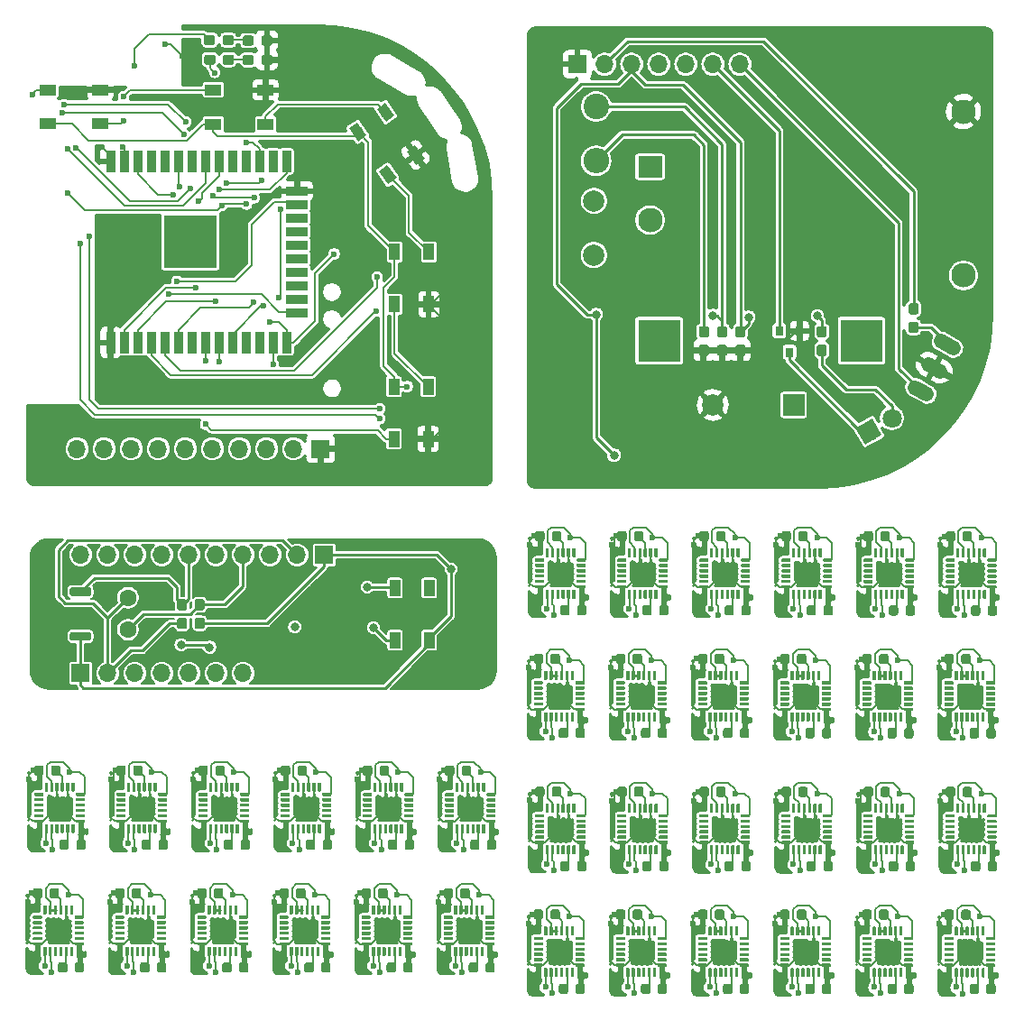
<source format=gbl>
%MOIN*%
%OFA0B0*%
%FSLAX46Y46*%
%IPPOS*%
%LPD*%
%ADD10C,0.0039370078740157488*%
%ADD11C,0.037401574803149609*%
%ADD12R,0.066929133858267723X0.066929133858267723*%
%ADD13O,0.066929133858267723X0.066929133858267723*%
%ADD14C,0.031496062992125991*%
%ADD15R,0.03937007874015748X0.059055118110236227*%
%ADD16C,0.062992125984251982*%
%ADD17R,0.059055118110236227X0.03937007874015748*%
%ADD18R,0.19685039370078741X0.19685039370078741*%
%ADD19R,0.035433070866141732X0.07874015748031496*%
%ADD20R,0.07874015748031496X0.035433070866141732*%
%ADD21C,0.03937007874015748*%
%ADD22C,0.0905511811023622*%
%ADD23R,0.0905511811023622X0.07874015748031496*%
%ADD24C,0.07874015748031496*%
%ADD25R,0.15748031496062992X0.15748031496062992*%
%ADD26C,0.052000000000000005*%
%ADD27C,0.052000000000000005*%
%ADD28R,0.031496062992125991X0.035433070866141732*%
%ADD29O,0.094488188976377951X0.094488188976377951*%
%ADD30C,0.094488188976377951*%
%ADD31R,0.07874015748031496X0.07874015748031496*%
%ADD32C,0.070866141732283464*%
%ADD33C,0.023622047244094488*%
%ADD34C,0.00984251968503937*%
%ADD35C,0.0078740157480314977*%
%ADD36C,0.011811023622047244*%
%ADD47C,0.0039370078740157488*%
%ADD48C,0.034448818897637797*%
%ADD49C,0.011811023622047244*%
%ADD50C,0.023622047244094488*%
%ADD51C,0.0078740157480314977*%
%ADD52C,0.00984251968503937*%
%ADD53C,0.01*%
%ADD54C,0.0039370078740157488*%
%ADD55C,0.034448818897637797*%
%ADD56C,0.011811023622047244*%
%ADD57C,0.023622047244094488*%
%ADD58C,0.0078740157480314977*%
%ADD59C,0.00984251968503937*%
%ADD60C,0.01*%
%ADD61C,0.0039370078740157488*%
%ADD62C,0.034448818897637797*%
%ADD63C,0.011811023622047244*%
%ADD64C,0.023622047244094488*%
%ADD65C,0.0078740157480314977*%
%ADD66C,0.00984251968503937*%
%ADD67C,0.01*%
D10*
G36*
X0000748770Y0001638813D02*
G01*
X0000749678Y0001638678D01*
X0000750568Y0001638455D01*
X0000751432Y0001638146D01*
X0000752262Y0001637754D01*
X0000753049Y0001637282D01*
X0000753786Y0001636735D01*
X0000754466Y0001636119D01*
X0000755082Y0001635439D01*
X0000755628Y0001634702D01*
X0000756100Y0001633915D01*
X0000756492Y0001633086D01*
X0000756802Y0001632222D01*
X0000757025Y0001631332D01*
X0000757159Y0001630424D01*
X0000757204Y0001629507D01*
X0000757204Y0001606870D01*
X0000757159Y0001605953D01*
X0000757025Y0001605045D01*
X0000756802Y0001604155D01*
X0000756492Y0001603291D01*
X0000756100Y0001602462D01*
X0000755628Y0001601675D01*
X0000755082Y0001600938D01*
X0000754466Y0001600258D01*
X0000753786Y0001599642D01*
X0000753049Y0001599095D01*
X0000752262Y0001598623D01*
X0000751432Y0001598231D01*
X0000750568Y0001597922D01*
X0000749678Y0001597699D01*
X0000748770Y0001597564D01*
X0000747854Y0001597519D01*
X0000729153Y0001597519D01*
X0000728237Y0001597564D01*
X0000727329Y0001597699D01*
X0000726439Y0001597922D01*
X0000725575Y0001598231D01*
X0000724745Y0001598623D01*
X0000723958Y0001599095D01*
X0000723221Y0001599642D01*
X0000722541Y0001600258D01*
X0000721925Y0001600938D01*
X0000721378Y0001601675D01*
X0000720907Y0001602462D01*
X0000720514Y0001603291D01*
X0000720205Y0001604155D01*
X0000719982Y0001605045D01*
X0000719848Y0001605953D01*
X0000719803Y0001606870D01*
X0000719803Y0001629507D01*
X0000719848Y0001630424D01*
X0000719982Y0001631332D01*
X0000720205Y0001632222D01*
X0000720514Y0001633086D01*
X0000720907Y0001633915D01*
X0000721378Y0001634702D01*
X0000721925Y0001635439D01*
X0000722541Y0001636119D01*
X0000723221Y0001636735D01*
X0000723958Y0001637282D01*
X0000724745Y0001637754D01*
X0000725575Y0001638146D01*
X0000726439Y0001638455D01*
X0000727329Y0001638678D01*
X0000728237Y0001638813D01*
X0000729153Y0001638858D01*
X0000747854Y0001638858D01*
X0000748770Y0001638813D01*
X0000748770Y0001638813D01*
G37*
D11*
X0000738503Y0001618188D03*
D10*
G36*
X0000748770Y0001569915D02*
G01*
X0000749678Y0001569780D01*
X0000750568Y0001569557D01*
X0000751432Y0001569248D01*
X0000752262Y0001568856D01*
X0000753049Y0001568384D01*
X0000753786Y0001567838D01*
X0000754466Y0001567221D01*
X0000755082Y0001566542D01*
X0000755628Y0001565805D01*
X0000756100Y0001565017D01*
X0000756492Y0001564188D01*
X0000756802Y0001563324D01*
X0000757025Y0001562434D01*
X0000757159Y0001561526D01*
X0000757204Y0001560610D01*
X0000757204Y0001537972D01*
X0000757159Y0001537055D01*
X0000757025Y0001536148D01*
X0000756802Y0001535258D01*
X0000756492Y0001534394D01*
X0000756100Y0001533564D01*
X0000755628Y0001532777D01*
X0000755082Y0001532040D01*
X0000754466Y0001531360D01*
X0000753786Y0001530744D01*
X0000753049Y0001530197D01*
X0000752262Y0001529726D01*
X0000751432Y0001529333D01*
X0000750568Y0001529024D01*
X0000749678Y0001528801D01*
X0000748770Y0001528667D01*
X0000747854Y0001528622D01*
X0000729153Y0001528622D01*
X0000728237Y0001528667D01*
X0000727329Y0001528801D01*
X0000726439Y0001529024D01*
X0000725575Y0001529333D01*
X0000724745Y0001529726D01*
X0000723958Y0001530197D01*
X0000723221Y0001530744D01*
X0000722541Y0001531360D01*
X0000721925Y0001532040D01*
X0000721378Y0001532777D01*
X0000720907Y0001533564D01*
X0000720514Y0001534394D01*
X0000720205Y0001535258D01*
X0000719982Y0001536148D01*
X0000719848Y0001537055D01*
X0000719803Y0001537972D01*
X0000719803Y0001560610D01*
X0000719848Y0001561526D01*
X0000719982Y0001562434D01*
X0000720205Y0001563324D01*
X0000720514Y0001564188D01*
X0000720907Y0001565017D01*
X0000721378Y0001565805D01*
X0000721925Y0001566542D01*
X0000722541Y0001567221D01*
X0000723221Y0001567838D01*
X0000723958Y0001568384D01*
X0000724745Y0001568856D01*
X0000725575Y0001569248D01*
X0000726439Y0001569557D01*
X0000727329Y0001569780D01*
X0000728237Y0001569915D01*
X0000729153Y0001569960D01*
X0000747854Y0001569960D01*
X0000748770Y0001569915D01*
X0000748770Y0001569915D01*
G37*
D11*
X0000738503Y0001549291D03*
D12*
X0000363070Y0001365275D03*
D13*
X0000463070Y0001365275D03*
X0000563070Y0001365275D03*
X0000663070Y0001365275D03*
X0000763070Y0001365275D03*
X0000863070Y0001365275D03*
X0000963070Y0001365275D03*
D10*
G36*
X0000395338Y0001682560D02*
G01*
X0000396103Y0001682447D01*
X0000396852Y0001682259D01*
X0000397580Y0001681999D01*
X0000398278Y0001681668D01*
X0000398941Y0001681271D01*
X0000399562Y0001680811D01*
X0000400134Y0001680292D01*
X0000400653Y0001679719D01*
X0000401113Y0001679098D01*
X0000401511Y0001678436D01*
X0000401841Y0001677737D01*
X0000402101Y0001677010D01*
X0000402289Y0001676260D01*
X0000402402Y0001675496D01*
X0000402440Y0001674724D01*
X0000402440Y0001658976D01*
X0000402402Y0001658204D01*
X0000402289Y0001657440D01*
X0000402101Y0001656690D01*
X0000401841Y0001655963D01*
X0000401511Y0001655264D01*
X0000401113Y0001654601D01*
X0000400653Y0001653981D01*
X0000400134Y0001653408D01*
X0000399562Y0001652889D01*
X0000398941Y0001652429D01*
X0000398278Y0001652032D01*
X0000397580Y0001651701D01*
X0000396852Y0001651441D01*
X0000396103Y0001651253D01*
X0000395338Y0001651140D01*
X0000394566Y0001651102D01*
X0000331574Y0001651102D01*
X0000330803Y0001651140D01*
X0000330038Y0001651253D01*
X0000329289Y0001651441D01*
X0000328561Y0001651701D01*
X0000327862Y0001652032D01*
X0000327200Y0001652429D01*
X0000326579Y0001652889D01*
X0000326007Y0001653408D01*
X0000325488Y0001653981D01*
X0000325027Y0001654601D01*
X0000324630Y0001655264D01*
X0000324300Y0001655963D01*
X0000324039Y0001656690D01*
X0000323852Y0001657440D01*
X0000323738Y0001658204D01*
X0000323700Y0001658976D01*
X0000323700Y0001674724D01*
X0000323738Y0001675496D01*
X0000323852Y0001676260D01*
X0000324039Y0001677010D01*
X0000324300Y0001677737D01*
X0000324630Y0001678436D01*
X0000325027Y0001679098D01*
X0000325488Y0001679719D01*
X0000326007Y0001680292D01*
X0000326579Y0001680811D01*
X0000327200Y0001681271D01*
X0000327862Y0001681668D01*
X0000328561Y0001681999D01*
X0000329289Y0001682259D01*
X0000330038Y0001682447D01*
X0000330803Y0001682560D01*
X0000331574Y0001682598D01*
X0000394566Y0001682598D01*
X0000395338Y0001682560D01*
X0000395338Y0001682560D01*
G37*
D14*
X0000363070Y0001666850D03*
D10*
G36*
X0000395338Y0001517206D02*
G01*
X0000396103Y0001517092D01*
X0000396852Y0001516905D01*
X0000397580Y0001516644D01*
X0000398278Y0001516314D01*
X0000398941Y0001515917D01*
X0000399562Y0001515456D01*
X0000400134Y0001514937D01*
X0000400653Y0001514365D01*
X0000401113Y0001513744D01*
X0000401511Y0001513081D01*
X0000401841Y0001512383D01*
X0000402101Y0001511655D01*
X0000402289Y0001510906D01*
X0000402402Y0001510141D01*
X0000402440Y0001509370D01*
X0000402440Y0001493622D01*
X0000402402Y0001492850D01*
X0000402289Y0001492085D01*
X0000402101Y0001491336D01*
X0000401841Y0001490608D01*
X0000401511Y0001489910D01*
X0000401113Y0001489247D01*
X0000400653Y0001488626D01*
X0000400134Y0001488054D01*
X0000399562Y0001487535D01*
X0000398941Y0001487075D01*
X0000398278Y0001486677D01*
X0000397580Y0001486347D01*
X0000396852Y0001486087D01*
X0000396103Y0001485899D01*
X0000395338Y0001485785D01*
X0000394566Y0001485748D01*
X0000331574Y0001485748D01*
X0000330803Y0001485785D01*
X0000330038Y0001485899D01*
X0000329289Y0001486087D01*
X0000328561Y0001486347D01*
X0000327862Y0001486677D01*
X0000327200Y0001487075D01*
X0000326579Y0001487535D01*
X0000326007Y0001488054D01*
X0000325488Y0001488626D01*
X0000325027Y0001489247D01*
X0000324630Y0001489910D01*
X0000324300Y0001490608D01*
X0000324039Y0001491336D01*
X0000323852Y0001492085D01*
X0000323738Y0001492850D01*
X0000323700Y0001493622D01*
X0000323700Y0001509370D01*
X0000323738Y0001510141D01*
X0000323852Y0001510906D01*
X0000324039Y0001511655D01*
X0000324300Y0001512383D01*
X0000324630Y0001513081D01*
X0000325027Y0001513744D01*
X0000325488Y0001514365D01*
X0000326007Y0001514937D01*
X0000326579Y0001515456D01*
X0000327200Y0001515917D01*
X0000327862Y0001516314D01*
X0000328561Y0001516644D01*
X0000329289Y0001516905D01*
X0000330038Y0001517092D01*
X0000330803Y0001517206D01*
X0000331574Y0001517244D01*
X0000394566Y0001517244D01*
X0000395338Y0001517206D01*
X0000395338Y0001517206D01*
G37*
D14*
X0000363070Y0001501496D03*
D15*
X0001651181Y0001487716D03*
X0001525196Y0001487716D03*
X0001651181Y0001680629D03*
X0001525196Y0001680629D03*
D13*
X0000363070Y0001803070D03*
X0000463070Y0001803070D03*
X0000563070Y0001803070D03*
X0000663070Y0001803070D03*
X0000763070Y0001803070D03*
X0000863070Y0001803070D03*
X0000963070Y0001803070D03*
X0001063070Y0001803070D03*
X0001163070Y0001803070D03*
D12*
X0001263070Y0001803070D03*
D16*
X0000538543Y0001526811D03*
X0000538543Y0001644921D03*
D10*
G36*
X0000813534Y0001639325D02*
G01*
X0000814442Y0001639190D01*
X0000815332Y0001638967D01*
X0000816196Y0001638658D01*
X0000817025Y0001638265D01*
X0000817812Y0001637794D01*
X0000818549Y0001637247D01*
X0000819229Y0001636631D01*
X0000819846Y0001635951D01*
X0000820392Y0001635214D01*
X0000820864Y0001634427D01*
X0000821256Y0001633597D01*
X0000821565Y0001632733D01*
X0000821788Y0001631843D01*
X0000821923Y0001630936D01*
X0000821968Y0001630019D01*
X0000821968Y0001607381D01*
X0000821923Y0001606465D01*
X0000821788Y0001605557D01*
X0000821565Y0001604667D01*
X0000821256Y0001603803D01*
X0000820864Y0001602974D01*
X0000820392Y0001602187D01*
X0000819846Y0001601450D01*
X0000819229Y0001600770D01*
X0000818549Y0001600153D01*
X0000817812Y0001599607D01*
X0000817025Y0001599135D01*
X0000816196Y0001598743D01*
X0000815332Y0001598434D01*
X0000814442Y0001598211D01*
X0000813534Y0001598076D01*
X0000812618Y0001598031D01*
X0000793917Y0001598031D01*
X0000793000Y0001598076D01*
X0000792093Y0001598211D01*
X0000791202Y0001598434D01*
X0000790339Y0001598743D01*
X0000789509Y0001599135D01*
X0000788722Y0001599607D01*
X0000787985Y0001600153D01*
X0000787305Y0001600770D01*
X0000786689Y0001601450D01*
X0000786142Y0001602187D01*
X0000785670Y0001602974D01*
X0000785278Y0001603803D01*
X0000784969Y0001604667D01*
X0000784746Y0001605557D01*
X0000784611Y0001606465D01*
X0000784566Y0001607381D01*
X0000784566Y0001630019D01*
X0000784611Y0001630936D01*
X0000784746Y0001631843D01*
X0000784969Y0001632733D01*
X0000785278Y0001633597D01*
X0000785670Y0001634427D01*
X0000786142Y0001635214D01*
X0000786689Y0001635951D01*
X0000787305Y0001636631D01*
X0000787985Y0001637247D01*
X0000788722Y0001637794D01*
X0000789509Y0001638265D01*
X0000790339Y0001638658D01*
X0000791202Y0001638967D01*
X0000792093Y0001639190D01*
X0000793000Y0001639325D01*
X0000793917Y0001639370D01*
X0000812618Y0001639370D01*
X0000813534Y0001639325D01*
X0000813534Y0001639325D01*
G37*
D11*
X0000803267Y0001618700D03*
D10*
G36*
X0000813534Y0001570427D02*
G01*
X0000814442Y0001570292D01*
X0000815332Y0001570069D01*
X0000816196Y0001569760D01*
X0000817025Y0001569368D01*
X0000817812Y0001568896D01*
X0000818549Y0001568350D01*
X0000819229Y0001567733D01*
X0000819846Y0001567053D01*
X0000820392Y0001566316D01*
X0000820864Y0001565529D01*
X0000821256Y0001564700D01*
X0000821565Y0001563836D01*
X0000821788Y0001562946D01*
X0000821923Y0001562038D01*
X0000821968Y0001561122D01*
X0000821968Y0001538484D01*
X0000821923Y0001537567D01*
X0000821788Y0001536660D01*
X0000821565Y0001535769D01*
X0000821256Y0001534906D01*
X0000820864Y0001534076D01*
X0000820392Y0001533289D01*
X0000819846Y0001532552D01*
X0000819229Y0001531872D01*
X0000818549Y0001531256D01*
X0000817812Y0001530709D01*
X0000817025Y0001530237D01*
X0000816196Y0001529845D01*
X0000815332Y0001529536D01*
X0000814442Y0001529313D01*
X0000813534Y0001529178D01*
X0000812618Y0001529133D01*
X0000793917Y0001529133D01*
X0000793000Y0001529178D01*
X0000792093Y0001529313D01*
X0000791202Y0001529536D01*
X0000790339Y0001529845D01*
X0000789509Y0001530237D01*
X0000788722Y0001530709D01*
X0000787985Y0001531256D01*
X0000787305Y0001531872D01*
X0000786689Y0001532552D01*
X0000786142Y0001533289D01*
X0000785670Y0001534076D01*
X0000785278Y0001534906D01*
X0000784969Y0001535769D01*
X0000784746Y0001536660D01*
X0000784611Y0001537567D01*
X0000784566Y0001538484D01*
X0000784566Y0001561122D01*
X0000784611Y0001562038D01*
X0000784746Y0001562946D01*
X0000784969Y0001563836D01*
X0000785278Y0001564700D01*
X0000785670Y0001565529D01*
X0000786142Y0001566316D01*
X0000786689Y0001567053D01*
X0000787305Y0001567733D01*
X0000787985Y0001568350D01*
X0000788722Y0001568896D01*
X0000789509Y0001569368D01*
X0000790339Y0001569760D01*
X0000791202Y0001570069D01*
X0000792093Y0001570292D01*
X0000793000Y0001570427D01*
X0000793917Y0001570472D01*
X0000812618Y0001570472D01*
X0000813534Y0001570427D01*
X0000813534Y0001570427D01*
G37*
D11*
X0000803267Y0001549803D03*
D17*
X0000853936Y0003395039D03*
X0000853936Y0003521023D03*
X0001046850Y0003395039D03*
X0001046850Y0003521023D03*
D10*
G36*
X0000852077Y0003723931D02*
G01*
X0000852985Y0003723796D01*
X0000853875Y0003723573D01*
X0000854739Y0003723264D01*
X0000855569Y0003722872D01*
X0000856356Y0003722400D01*
X0000857093Y0003721853D01*
X0000857773Y0003721237D01*
X0000858389Y0003720557D01*
X0000858935Y0003719820D01*
X0000859407Y0003719033D01*
X0000859800Y0003718204D01*
X0000860109Y0003717340D01*
X0000860332Y0003716450D01*
X0000860466Y0003715542D01*
X0000860511Y0003714625D01*
X0000860511Y0003695925D01*
X0000860466Y0003695008D01*
X0000860332Y0003694100D01*
X0000860109Y0003693210D01*
X0000859800Y0003692346D01*
X0000859407Y0003691517D01*
X0000858935Y0003690730D01*
X0000858389Y0003689993D01*
X0000857773Y0003689313D01*
X0000857093Y0003688697D01*
X0000856356Y0003688150D01*
X0000855569Y0003687678D01*
X0000854739Y0003687286D01*
X0000853875Y0003686977D01*
X0000852985Y0003686754D01*
X0000852077Y0003686619D01*
X0000851161Y0003686574D01*
X0000828523Y0003686574D01*
X0000827607Y0003686619D01*
X0000826699Y0003686754D01*
X0000825809Y0003686977D01*
X0000824945Y0003687286D01*
X0000824115Y0003687678D01*
X0000823328Y0003688150D01*
X0000822591Y0003688697D01*
X0000821911Y0003689313D01*
X0000821295Y0003689993D01*
X0000820749Y0003690730D01*
X0000820277Y0003691517D01*
X0000819884Y0003692346D01*
X0000819575Y0003693210D01*
X0000819352Y0003694100D01*
X0000819218Y0003695008D01*
X0000819173Y0003695925D01*
X0000819173Y0003714625D01*
X0000819218Y0003715542D01*
X0000819352Y0003716450D01*
X0000819575Y0003717340D01*
X0000819884Y0003718204D01*
X0000820277Y0003719033D01*
X0000820749Y0003719820D01*
X0000821295Y0003720557D01*
X0000821911Y0003721237D01*
X0000822591Y0003721853D01*
X0000823328Y0003722400D01*
X0000824115Y0003722872D01*
X0000824945Y0003723264D01*
X0000825809Y0003723573D01*
X0000826699Y0003723796D01*
X0000827607Y0003723931D01*
X0000828523Y0003723976D01*
X0000851161Y0003723976D01*
X0000852077Y0003723931D01*
X0000852077Y0003723931D01*
G37*
D11*
X0000839842Y0003705275D03*
D10*
G36*
X0000920975Y0003723931D02*
G01*
X0000921883Y0003723796D01*
X0000922773Y0003723573D01*
X0000923637Y0003723264D01*
X0000924466Y0003722872D01*
X0000925253Y0003722400D01*
X0000925990Y0003721853D01*
X0000926670Y0003721237D01*
X0000927286Y0003720557D01*
X0000927833Y0003719820D01*
X0000928305Y0003719033D01*
X0000928697Y0003718204D01*
X0000929006Y0003717340D01*
X0000929229Y0003716450D01*
X0000929364Y0003715542D01*
X0000929409Y0003714625D01*
X0000929409Y0003695925D01*
X0000929364Y0003695008D01*
X0000929229Y0003694100D01*
X0000929006Y0003693210D01*
X0000928697Y0003692346D01*
X0000928305Y0003691517D01*
X0000927833Y0003690730D01*
X0000927286Y0003689993D01*
X0000926670Y0003689313D01*
X0000925990Y0003688697D01*
X0000925253Y0003688150D01*
X0000924466Y0003687678D01*
X0000923637Y0003687286D01*
X0000922773Y0003686977D01*
X0000921883Y0003686754D01*
X0000920975Y0003686619D01*
X0000920059Y0003686574D01*
X0000897421Y0003686574D01*
X0000896504Y0003686619D01*
X0000895597Y0003686754D01*
X0000894706Y0003686977D01*
X0000893842Y0003687286D01*
X0000893013Y0003687678D01*
X0000892226Y0003688150D01*
X0000891489Y0003688697D01*
X0000890809Y0003689313D01*
X0000890193Y0003689993D01*
X0000889646Y0003690730D01*
X0000889174Y0003691517D01*
X0000888782Y0003692346D01*
X0000888473Y0003693210D01*
X0000888250Y0003694100D01*
X0000888115Y0003695008D01*
X0000888070Y0003695925D01*
X0000888070Y0003714625D01*
X0000888115Y0003715542D01*
X0000888250Y0003716450D01*
X0000888473Y0003717340D01*
X0000888782Y0003718204D01*
X0000889174Y0003719033D01*
X0000889646Y0003719820D01*
X0000890193Y0003720557D01*
X0000890809Y0003721237D01*
X0000891489Y0003721853D01*
X0000892226Y0003722400D01*
X0000893013Y0003722872D01*
X0000893842Y0003723264D01*
X0000894706Y0003723573D01*
X0000895597Y0003723796D01*
X0000896504Y0003723931D01*
X0000897421Y0003723976D01*
X0000920059Y0003723976D01*
X0000920975Y0003723931D01*
X0000920975Y0003723931D01*
G37*
D11*
X0000908740Y0003705275D03*
D10*
G36*
X0000994912Y0003722356D02*
G01*
X0000995820Y0003722221D01*
X0000996710Y0003721998D01*
X0000997574Y0003721689D01*
X0000998403Y0003721297D01*
X0000999190Y0003720825D01*
X0000999927Y0003720279D01*
X0001000607Y0003719662D01*
X0001001224Y0003718982D01*
X0001001770Y0003718245D01*
X0001002242Y0003717458D01*
X0001002634Y0003716629D01*
X0001002943Y0003715765D01*
X0001003166Y0003714875D01*
X0001003301Y0003713967D01*
X0001003346Y0003713051D01*
X0001003346Y0003694350D01*
X0001003301Y0003693433D01*
X0001003166Y0003692526D01*
X0001002943Y0003691636D01*
X0001002634Y0003690772D01*
X0001002242Y0003689942D01*
X0001001770Y0003689155D01*
X0001001224Y0003688418D01*
X0001000607Y0003687738D01*
X0000999927Y0003687122D01*
X0000999190Y0003686575D01*
X0000998403Y0003686104D01*
X0000997574Y0003685711D01*
X0000996710Y0003685402D01*
X0000995820Y0003685179D01*
X0000994912Y0003685045D01*
X0000993996Y0003684999D01*
X0000971358Y0003684999D01*
X0000970441Y0003685045D01*
X0000969534Y0003685179D01*
X0000968643Y0003685402D01*
X0000967780Y0003685711D01*
X0000966950Y0003686104D01*
X0000966163Y0003686575D01*
X0000965426Y0003687122D01*
X0000964746Y0003687738D01*
X0000964130Y0003688418D01*
X0000963583Y0003689155D01*
X0000963111Y0003689942D01*
X0000962719Y0003690772D01*
X0000962410Y0003691636D01*
X0000962187Y0003692526D01*
X0000962052Y0003693433D01*
X0000962007Y0003694350D01*
X0000962007Y0003713051D01*
X0000962052Y0003713967D01*
X0000962187Y0003714875D01*
X0000962410Y0003715765D01*
X0000962719Y0003716629D01*
X0000963111Y0003717458D01*
X0000963583Y0003718245D01*
X0000964130Y0003718982D01*
X0000964746Y0003719662D01*
X0000965426Y0003720279D01*
X0000966163Y0003720825D01*
X0000966950Y0003721297D01*
X0000967780Y0003721689D01*
X0000968643Y0003721998D01*
X0000969534Y0003722221D01*
X0000970441Y0003722356D01*
X0000971358Y0003722401D01*
X0000993996Y0003722401D01*
X0000994912Y0003722356D01*
X0000994912Y0003722356D01*
G37*
D11*
X0000982677Y0003703700D03*
D10*
G36*
X0001063810Y0003722356D02*
G01*
X0001064717Y0003722221D01*
X0001065607Y0003721998D01*
X0001066471Y0003721689D01*
X0001067301Y0003721297D01*
X0001068088Y0003720825D01*
X0001068825Y0003720279D01*
X0001069505Y0003719662D01*
X0001070121Y0003718982D01*
X0001070668Y0003718245D01*
X0001071139Y0003717458D01*
X0001071532Y0003716629D01*
X0001071841Y0003715765D01*
X0001072064Y0003714875D01*
X0001072199Y0003713967D01*
X0001072244Y0003713051D01*
X0001072244Y0003694350D01*
X0001072199Y0003693433D01*
X0001072064Y0003692526D01*
X0001071841Y0003691636D01*
X0001071532Y0003690772D01*
X0001071139Y0003689942D01*
X0001070668Y0003689155D01*
X0001070121Y0003688418D01*
X0001069505Y0003687738D01*
X0001068825Y0003687122D01*
X0001068088Y0003686575D01*
X0001067301Y0003686104D01*
X0001066471Y0003685711D01*
X0001065607Y0003685402D01*
X0001064717Y0003685179D01*
X0001063810Y0003685045D01*
X0001062893Y0003684999D01*
X0001040255Y0003684999D01*
X0001039339Y0003685045D01*
X0001038431Y0003685179D01*
X0001037541Y0003685402D01*
X0001036677Y0003685711D01*
X0001035848Y0003686104D01*
X0001035061Y0003686575D01*
X0001034324Y0003687122D01*
X0001033644Y0003687738D01*
X0001033027Y0003688418D01*
X0001032481Y0003689155D01*
X0001032009Y0003689942D01*
X0001031617Y0003690772D01*
X0001031308Y0003691636D01*
X0001031085Y0003692526D01*
X0001030950Y0003693433D01*
X0001030905Y0003694350D01*
X0001030905Y0003713051D01*
X0001030950Y0003713967D01*
X0001031085Y0003714875D01*
X0001031308Y0003715765D01*
X0001031617Y0003716629D01*
X0001032009Y0003717458D01*
X0001032481Y0003718245D01*
X0001033027Y0003718982D01*
X0001033644Y0003719662D01*
X0001034324Y0003720279D01*
X0001035061Y0003720825D01*
X0001035848Y0003721297D01*
X0001036677Y0003721689D01*
X0001037541Y0003721998D01*
X0001038431Y0003722221D01*
X0001039339Y0003722356D01*
X0001040255Y0003722401D01*
X0001062893Y0003722401D01*
X0001063810Y0003722356D01*
X0001063810Y0003722356D01*
G37*
D11*
X0001051574Y0003703700D03*
D15*
X0001647519Y0002231417D03*
X0001521535Y0002231417D03*
X0001647519Y0002424330D03*
X0001521535Y0002424330D03*
D18*
X0000769370Y0002961653D03*
D19*
X0000474094Y0003256929D03*
X0000524094Y0003256929D03*
X0000574094Y0003256929D03*
X0000624094Y0003256929D03*
X0000674094Y0003256929D03*
X0000724094Y0003256929D03*
X0000774094Y0003256929D03*
X0000824094Y0003256929D03*
X0000874094Y0003256929D03*
X0000924094Y0003256929D03*
X0000974094Y0003256929D03*
X0001024094Y0003256929D03*
X0001074094Y0003256929D03*
X0001124094Y0003256929D03*
D20*
X0001163464Y0003147283D03*
X0001163464Y0003097283D03*
X0001163464Y0003047283D03*
X0001163464Y0002997283D03*
X0001163464Y0002947283D03*
X0001163464Y0002897283D03*
X0001163464Y0002847283D03*
X0001163464Y0002797283D03*
X0001163464Y0002747283D03*
X0001163464Y0002697283D03*
D19*
X0001124094Y0002587637D03*
X0001074094Y0002587637D03*
X0001024094Y0002587637D03*
X0000974094Y0002587637D03*
X0000924094Y0002587637D03*
X0000874094Y0002587637D03*
X0000824094Y0002587637D03*
X0000774094Y0002587637D03*
X0000724094Y0002587637D03*
X0000674094Y0002587637D03*
X0000624094Y0002587637D03*
X0000574094Y0002587637D03*
X0000524094Y0002587637D03*
X0000474094Y0002587637D03*
D10*
G36*
X0001064125Y0003650939D02*
G01*
X0001065032Y0003650804D01*
X0001065922Y0003650581D01*
X0001066786Y0003650272D01*
X0001067616Y0003649880D01*
X0001068403Y0003649408D01*
X0001069140Y0003648861D01*
X0001069820Y0003648245D01*
X0001070436Y0003647565D01*
X0001070983Y0003646828D01*
X0001071454Y0003646041D01*
X0001071847Y0003645212D01*
X0001072156Y0003644348D01*
X0001072379Y0003643458D01*
X0001072514Y0003642550D01*
X0001072559Y0003641633D01*
X0001072559Y0003622933D01*
X0001072514Y0003622016D01*
X0001072379Y0003621108D01*
X0001072156Y0003620218D01*
X0001071847Y0003619354D01*
X0001071454Y0003618525D01*
X0001070983Y0003617738D01*
X0001070436Y0003617001D01*
X0001069820Y0003616321D01*
X0001069140Y0003615705D01*
X0001068403Y0003615158D01*
X0001067616Y0003614686D01*
X0001066786Y0003614294D01*
X0001065922Y0003613985D01*
X0001065032Y0003613762D01*
X0001064125Y0003613627D01*
X0001063208Y0003613582D01*
X0001040570Y0003613582D01*
X0001039654Y0003613627D01*
X0001038746Y0003613762D01*
X0001037856Y0003613985D01*
X0001036992Y0003614294D01*
X0001036163Y0003614686D01*
X0001035376Y0003615158D01*
X0001034639Y0003615705D01*
X0001033959Y0003616321D01*
X0001033342Y0003617001D01*
X0001032796Y0003617738D01*
X0001032324Y0003618525D01*
X0001031932Y0003619354D01*
X0001031623Y0003620218D01*
X0001031400Y0003621108D01*
X0001031265Y0003622016D01*
X0001031220Y0003622933D01*
X0001031220Y0003641633D01*
X0001031265Y0003642550D01*
X0001031400Y0003643458D01*
X0001031623Y0003644348D01*
X0001031932Y0003645212D01*
X0001032324Y0003646041D01*
X0001032796Y0003646828D01*
X0001033342Y0003647565D01*
X0001033959Y0003648245D01*
X0001034639Y0003648861D01*
X0001035376Y0003649408D01*
X0001036163Y0003649880D01*
X0001036992Y0003650272D01*
X0001037856Y0003650581D01*
X0001038746Y0003650804D01*
X0001039654Y0003650939D01*
X0001040570Y0003650984D01*
X0001063208Y0003650984D01*
X0001064125Y0003650939D01*
X0001064125Y0003650939D01*
G37*
D11*
X0001051889Y0003632283D03*
D10*
G36*
X0000995227Y0003650939D02*
G01*
X0000996135Y0003650804D01*
X0000997025Y0003650581D01*
X0000997889Y0003650272D01*
X0000998718Y0003649880D01*
X0000999505Y0003649408D01*
X0001000242Y0003648861D01*
X0001000922Y0003648245D01*
X0001001538Y0003647565D01*
X0001002085Y0003646828D01*
X0001002557Y0003646041D01*
X0001002949Y0003645212D01*
X0001003258Y0003644348D01*
X0001003481Y0003643458D01*
X0001003616Y0003642550D01*
X0001003661Y0003641633D01*
X0001003661Y0003622933D01*
X0001003616Y0003622016D01*
X0001003481Y0003621108D01*
X0001003258Y0003620218D01*
X0001002949Y0003619354D01*
X0001002557Y0003618525D01*
X0001002085Y0003617738D01*
X0001001538Y0003617001D01*
X0001000922Y0003616321D01*
X0001000242Y0003615705D01*
X0000999505Y0003615158D01*
X0000998718Y0003614686D01*
X0000997889Y0003614294D01*
X0000997025Y0003613985D01*
X0000996135Y0003613762D01*
X0000995227Y0003613627D01*
X0000994311Y0003613582D01*
X0000971673Y0003613582D01*
X0000970756Y0003613627D01*
X0000969849Y0003613762D01*
X0000968958Y0003613985D01*
X0000968095Y0003614294D01*
X0000967265Y0003614686D01*
X0000966478Y0003615158D01*
X0000965741Y0003615705D01*
X0000965061Y0003616321D01*
X0000964445Y0003617001D01*
X0000963898Y0003617738D01*
X0000963426Y0003618525D01*
X0000963034Y0003619354D01*
X0000962725Y0003620218D01*
X0000962502Y0003621108D01*
X0000962367Y0003622016D01*
X0000962322Y0003622933D01*
X0000962322Y0003641633D01*
X0000962367Y0003642550D01*
X0000962502Y0003643458D01*
X0000962725Y0003644348D01*
X0000963034Y0003645212D01*
X0000963426Y0003646041D01*
X0000963898Y0003646828D01*
X0000964445Y0003647565D01*
X0000965061Y0003648245D01*
X0000965741Y0003648861D01*
X0000966478Y0003649408D01*
X0000967265Y0003649880D01*
X0000968095Y0003650272D01*
X0000968958Y0003650581D01*
X0000969849Y0003650804D01*
X0000970756Y0003650939D01*
X0000971673Y0003650984D01*
X0000994311Y0003650984D01*
X0000995227Y0003650939D01*
X0000995227Y0003650939D01*
G37*
D11*
X0000982992Y0003632283D03*
D10*
G36*
X0000921920Y0003651490D02*
G01*
X0000922828Y0003651355D01*
X0000923718Y0003651132D01*
X0000924582Y0003650823D01*
X0000925411Y0003650431D01*
X0000926198Y0003649959D01*
X0000926935Y0003649412D01*
X0000927615Y0003648796D01*
X0000928231Y0003648116D01*
X0000928778Y0003647379D01*
X0000929250Y0003646592D01*
X0000929642Y0003645763D01*
X0000929951Y0003644899D01*
X0000930174Y0003644009D01*
X0000930309Y0003643101D01*
X0000930354Y0003642185D01*
X0000930354Y0003623484D01*
X0000930309Y0003622567D01*
X0000930174Y0003621660D01*
X0000929951Y0003620769D01*
X0000929642Y0003619906D01*
X0000929250Y0003619076D01*
X0000928778Y0003618289D01*
X0000928231Y0003617552D01*
X0000927615Y0003616872D01*
X0000926935Y0003616256D01*
X0000926198Y0003615709D01*
X0000925411Y0003615237D01*
X0000924582Y0003614845D01*
X0000923718Y0003614536D01*
X0000922828Y0003614313D01*
X0000921920Y0003614178D01*
X0000921003Y0003614133D01*
X0000898366Y0003614133D01*
X0000897449Y0003614178D01*
X0000896541Y0003614313D01*
X0000895651Y0003614536D01*
X0000894787Y0003614845D01*
X0000893958Y0003615237D01*
X0000893171Y0003615709D01*
X0000892434Y0003616256D01*
X0000891754Y0003616872D01*
X0000891138Y0003617552D01*
X0000890591Y0003618289D01*
X0000890119Y0003619076D01*
X0000889727Y0003619906D01*
X0000889418Y0003620769D01*
X0000889195Y0003621660D01*
X0000889060Y0003622567D01*
X0000889015Y0003623484D01*
X0000889015Y0003642185D01*
X0000889060Y0003643101D01*
X0000889195Y0003644009D01*
X0000889418Y0003644899D01*
X0000889727Y0003645763D01*
X0000890119Y0003646592D01*
X0000890591Y0003647379D01*
X0000891138Y0003648116D01*
X0000891754Y0003648796D01*
X0000892434Y0003649412D01*
X0000893171Y0003649959D01*
X0000893958Y0003650431D01*
X0000894787Y0003650823D01*
X0000895651Y0003651132D01*
X0000896541Y0003651355D01*
X0000897449Y0003651490D01*
X0000898366Y0003651535D01*
X0000921003Y0003651535D01*
X0000921920Y0003651490D01*
X0000921920Y0003651490D01*
G37*
D11*
X0000909685Y0003632834D03*
D10*
G36*
X0000853022Y0003651490D02*
G01*
X0000853930Y0003651355D01*
X0000854820Y0003651132D01*
X0000855684Y0003650823D01*
X0000856514Y0003650431D01*
X0000857301Y0003649959D01*
X0000858038Y0003649412D01*
X0000858718Y0003648796D01*
X0000859334Y0003648116D01*
X0000859880Y0003647379D01*
X0000860352Y0003646592D01*
X0000860744Y0003645763D01*
X0000861054Y0003644899D01*
X0000861277Y0003644009D01*
X0000861411Y0003643101D01*
X0000861456Y0003642185D01*
X0000861456Y0003623484D01*
X0000861411Y0003622567D01*
X0000861277Y0003621660D01*
X0000861054Y0003620769D01*
X0000860744Y0003619906D01*
X0000860352Y0003619076D01*
X0000859880Y0003618289D01*
X0000859334Y0003617552D01*
X0000858718Y0003616872D01*
X0000858038Y0003616256D01*
X0000857301Y0003615709D01*
X0000856514Y0003615237D01*
X0000855684Y0003614845D01*
X0000854820Y0003614536D01*
X0000853930Y0003614313D01*
X0000853022Y0003614178D01*
X0000852106Y0003614133D01*
X0000829468Y0003614133D01*
X0000828551Y0003614178D01*
X0000827644Y0003614313D01*
X0000826754Y0003614536D01*
X0000825890Y0003614845D01*
X0000825060Y0003615237D01*
X0000824273Y0003615709D01*
X0000823536Y0003616256D01*
X0000822856Y0003616872D01*
X0000822240Y0003617552D01*
X0000821693Y0003618289D01*
X0000821222Y0003619076D01*
X0000820829Y0003619906D01*
X0000820520Y0003620769D01*
X0000820297Y0003621660D01*
X0000820163Y0003622567D01*
X0000820118Y0003623484D01*
X0000820118Y0003642185D01*
X0000820163Y0003643101D01*
X0000820297Y0003644009D01*
X0000820520Y0003644899D01*
X0000820829Y0003645763D01*
X0000821222Y0003646592D01*
X0000821693Y0003647379D01*
X0000822240Y0003648116D01*
X0000822856Y0003648796D01*
X0000823536Y0003649412D01*
X0000824273Y0003649959D01*
X0000825060Y0003650431D01*
X0000825890Y0003650823D01*
X0000826754Y0003651132D01*
X0000827644Y0003651355D01*
X0000828551Y0003651490D01*
X0000829468Y0003651535D01*
X0000852106Y0003651535D01*
X0000853022Y0003651490D01*
X0000853022Y0003651490D01*
G37*
D11*
X0000840787Y0003632834D03*
D15*
X0001523897Y0002922244D03*
X0001649881Y0002922244D03*
X0001523897Y0002729330D03*
X0001649881Y0002729330D03*
D17*
X0000436496Y0003521929D03*
X0000436496Y0003395944D03*
X0000243582Y0003521929D03*
X0000243582Y0003395944D03*
D21*
X0001601334Y0003280543D03*
D10*
G36*
X0001568273Y0003293440D02*
G01*
X0001600523Y0003316021D01*
X0001634396Y0003267646D01*
X0001602146Y0003245064D01*
X0001568273Y0003293440D01*
X0001568273Y0003293440D01*
G37*
D21*
X0001498134Y0003208281D03*
D10*
G36*
X0001465073Y0003221178D02*
G01*
X0001497323Y0003243760D01*
X0001531195Y0003195385D01*
X0001498945Y0003172803D01*
X0001465073Y0003221178D01*
X0001465073Y0003221178D01*
G37*
D21*
X0001490684Y0003438568D03*
D10*
G36*
X0001457622Y0003451465D02*
G01*
X0001489872Y0003474047D01*
X0001523745Y0003425672D01*
X0001491495Y0003403090D01*
X0001457622Y0003451465D01*
X0001457622Y0003451465D01*
G37*
D21*
X0001387484Y0003366307D03*
D10*
G36*
X0001354422Y0003379203D02*
G01*
X0001386672Y0003401785D01*
X0001420545Y0003353410D01*
X0001388295Y0003330828D01*
X0001354422Y0003379203D01*
X0001354422Y0003379203D01*
G37*
D12*
X0001250196Y0002194842D03*
D13*
X0001150196Y0002194842D03*
X0001050196Y0002194842D03*
X0000950196Y0002194842D03*
X0000850196Y0002194842D03*
X0000750196Y0002194842D03*
X0000650196Y0002194842D03*
X0000550196Y0002194842D03*
X0000450196Y0002194842D03*
X0000350196Y0002194842D03*
D10*
G36*
X0003112196Y0002579443D02*
G01*
X0003113103Y0002579308D01*
X0003113993Y0002579085D01*
X0003114857Y0002578776D01*
X0003115687Y0002578384D01*
X0003116474Y0002577912D01*
X0003117211Y0002577365D01*
X0003117891Y0002576749D01*
X0003118507Y0002576069D01*
X0003119054Y0002575332D01*
X0003119525Y0002574545D01*
X0003119918Y0002573716D01*
X0003120227Y0002572852D01*
X0003120450Y0002571961D01*
X0003120584Y0002571054D01*
X0003120629Y0002570137D01*
X0003120629Y0002547500D01*
X0003120584Y0002546583D01*
X0003120450Y0002545675D01*
X0003120227Y0002544785D01*
X0003119918Y0002543921D01*
X0003119525Y0002543092D01*
X0003119054Y0002542305D01*
X0003118507Y0002541568D01*
X0003117891Y0002540888D01*
X0003117211Y0002540272D01*
X0003116474Y0002539725D01*
X0003115687Y0002539253D01*
X0003114857Y0002538861D01*
X0003113993Y0002538552D01*
X0003113103Y0002538329D01*
X0003112196Y0002538194D01*
X0003111279Y0002538149D01*
X0003092578Y0002538149D01*
X0003091662Y0002538194D01*
X0003090754Y0002538329D01*
X0003089864Y0002538552D01*
X0003089000Y0002538861D01*
X0003088170Y0002539253D01*
X0003087383Y0002539725D01*
X0003086646Y0002540272D01*
X0003085967Y0002540888D01*
X0003085350Y0002541568D01*
X0003084804Y0002542305D01*
X0003084332Y0002543092D01*
X0003083940Y0002543921D01*
X0003083630Y0002544785D01*
X0003083407Y0002545675D01*
X0003083273Y0002546583D01*
X0003083228Y0002547500D01*
X0003083228Y0002570137D01*
X0003083273Y0002571054D01*
X0003083407Y0002571961D01*
X0003083630Y0002572852D01*
X0003083940Y0002573716D01*
X0003084332Y0002574545D01*
X0003084804Y0002575332D01*
X0003085350Y0002576069D01*
X0003085967Y0002576749D01*
X0003086646Y0002577365D01*
X0003087383Y0002577912D01*
X0003088170Y0002578384D01*
X0003089000Y0002578776D01*
X0003089864Y0002579085D01*
X0003090754Y0002579308D01*
X0003091662Y0002579443D01*
X0003092578Y0002579488D01*
X0003111279Y0002579488D01*
X0003112196Y0002579443D01*
X0003112196Y0002579443D01*
G37*
D11*
X0003101929Y0002558818D03*
D10*
G36*
X0003112196Y0002648340D02*
G01*
X0003113103Y0002648206D01*
X0003113993Y0002647983D01*
X0003114857Y0002647674D01*
X0003115687Y0002647281D01*
X0003116474Y0002646810D01*
X0003117211Y0002646263D01*
X0003117891Y0002645647D01*
X0003118507Y0002644967D01*
X0003119054Y0002644230D01*
X0003119525Y0002643443D01*
X0003119918Y0002642613D01*
X0003120227Y0002641749D01*
X0003120450Y0002640859D01*
X0003120584Y0002639951D01*
X0003120629Y0002639035D01*
X0003120629Y0002616397D01*
X0003120584Y0002615481D01*
X0003120450Y0002614573D01*
X0003120227Y0002613683D01*
X0003119918Y0002612819D01*
X0003119525Y0002611989D01*
X0003119054Y0002611202D01*
X0003118507Y0002610465D01*
X0003117891Y0002609785D01*
X0003117211Y0002609169D01*
X0003116474Y0002608623D01*
X0003115687Y0002608151D01*
X0003114857Y0002607758D01*
X0003113993Y0002607449D01*
X0003113103Y0002607226D01*
X0003112196Y0002607092D01*
X0003111279Y0002607047D01*
X0003092578Y0002607047D01*
X0003091662Y0002607092D01*
X0003090754Y0002607226D01*
X0003089864Y0002607449D01*
X0003089000Y0002607758D01*
X0003088170Y0002608151D01*
X0003087383Y0002608623D01*
X0003086646Y0002609169D01*
X0003085967Y0002609785D01*
X0003085350Y0002610465D01*
X0003084804Y0002611202D01*
X0003084332Y0002611989D01*
X0003083940Y0002612819D01*
X0003083630Y0002613683D01*
X0003083407Y0002614573D01*
X0003083273Y0002615481D01*
X0003083228Y0002616397D01*
X0003083228Y0002639035D01*
X0003083273Y0002639951D01*
X0003083407Y0002640859D01*
X0003083630Y0002641749D01*
X0003083940Y0002642613D01*
X0003084332Y0002643443D01*
X0003084804Y0002644230D01*
X0003085350Y0002644967D01*
X0003085967Y0002645647D01*
X0003086646Y0002646263D01*
X0003087383Y0002646810D01*
X0003088170Y0002647281D01*
X0003089000Y0002647674D01*
X0003089864Y0002647983D01*
X0003090754Y0002648206D01*
X0003091662Y0002648340D01*
X0003092578Y0002648385D01*
X0003111279Y0002648385D01*
X0003112196Y0002648340D01*
X0003112196Y0002648340D01*
G37*
D11*
X0003101929Y0002627716D03*
D10*
G36*
X0002811428Y0002648183D02*
G01*
X0002812335Y0002648048D01*
X0002813226Y0002647825D01*
X0002814090Y0002647516D01*
X0002814919Y0002647124D01*
X0002815706Y0002646652D01*
X0002816443Y0002646105D01*
X0002817123Y0002645489D01*
X0002817739Y0002644809D01*
X0002818286Y0002644072D01*
X0002818758Y0002643285D01*
X0002819150Y0002642456D01*
X0002819459Y0002641592D01*
X0002819682Y0002640702D01*
X0002819817Y0002639794D01*
X0002819862Y0002638877D01*
X0002819862Y0002616240D01*
X0002819817Y0002615323D01*
X0002819682Y0002614415D01*
X0002819459Y0002613525D01*
X0002819150Y0002612661D01*
X0002818758Y0002611832D01*
X0002818286Y0002611045D01*
X0002817739Y0002610308D01*
X0002817123Y0002609628D01*
X0002816443Y0002609012D01*
X0002815706Y0002608465D01*
X0002814919Y0002607993D01*
X0002814090Y0002607601D01*
X0002813226Y0002607292D01*
X0002812335Y0002607069D01*
X0002811428Y0002606934D01*
X0002810511Y0002606889D01*
X0002791811Y0002606889D01*
X0002790894Y0002606934D01*
X0002789986Y0002607069D01*
X0002789096Y0002607292D01*
X0002788232Y0002607601D01*
X0002787403Y0002607993D01*
X0002786616Y0002608465D01*
X0002785879Y0002609012D01*
X0002785199Y0002609628D01*
X0002784583Y0002610308D01*
X0002784036Y0002611045D01*
X0002783564Y0002611832D01*
X0002783172Y0002612661D01*
X0002782863Y0002613525D01*
X0002782640Y0002614415D01*
X0002782505Y0002615323D01*
X0002782460Y0002616240D01*
X0002782460Y0002638877D01*
X0002782505Y0002639794D01*
X0002782640Y0002640702D01*
X0002782863Y0002641592D01*
X0002783172Y0002642456D01*
X0002783564Y0002643285D01*
X0002784036Y0002644072D01*
X0002784583Y0002644809D01*
X0002785199Y0002645489D01*
X0002785879Y0002646105D01*
X0002786616Y0002646652D01*
X0002787403Y0002647124D01*
X0002788232Y0002647516D01*
X0002789096Y0002647825D01*
X0002789986Y0002648048D01*
X0002790894Y0002648183D01*
X0002791811Y0002648228D01*
X0002810511Y0002648228D01*
X0002811428Y0002648183D01*
X0002811428Y0002648183D01*
G37*
D11*
X0002801161Y0002627559D03*
D10*
G36*
X0002811428Y0002579285D02*
G01*
X0002812335Y0002579151D01*
X0002813226Y0002578928D01*
X0002814090Y0002578618D01*
X0002814919Y0002578226D01*
X0002815706Y0002577754D01*
X0002816443Y0002577208D01*
X0002817123Y0002576592D01*
X0002817739Y0002575912D01*
X0002818286Y0002575175D01*
X0002818758Y0002574388D01*
X0002819150Y0002573558D01*
X0002819459Y0002572694D01*
X0002819682Y0002571804D01*
X0002819817Y0002570896D01*
X0002819862Y0002569980D01*
X0002819862Y0002547342D01*
X0002819817Y0002546426D01*
X0002819682Y0002545518D01*
X0002819459Y0002544628D01*
X0002819150Y0002543764D01*
X0002818758Y0002542934D01*
X0002818286Y0002542147D01*
X0002817739Y0002541410D01*
X0002817123Y0002540730D01*
X0002816443Y0002540114D01*
X0002815706Y0002539567D01*
X0002814919Y0002539096D01*
X0002814090Y0002538703D01*
X0002813226Y0002538394D01*
X0002812335Y0002538171D01*
X0002811428Y0002538037D01*
X0002810511Y0002537992D01*
X0002791811Y0002537992D01*
X0002790894Y0002538037D01*
X0002789986Y0002538171D01*
X0002789096Y0002538394D01*
X0002788232Y0002538703D01*
X0002787403Y0002539096D01*
X0002786616Y0002539567D01*
X0002785879Y0002540114D01*
X0002785199Y0002540730D01*
X0002784583Y0002541410D01*
X0002784036Y0002542147D01*
X0002783564Y0002542934D01*
X0002783172Y0002543764D01*
X0002782863Y0002544628D01*
X0002782640Y0002545518D01*
X0002782505Y0002546426D01*
X0002782460Y0002547342D01*
X0002782460Y0002569980D01*
X0002782505Y0002570896D01*
X0002782640Y0002571804D01*
X0002782863Y0002572694D01*
X0002783172Y0002573558D01*
X0002783564Y0002574388D01*
X0002784036Y0002575175D01*
X0002784583Y0002575912D01*
X0002785199Y0002576592D01*
X0002785879Y0002577208D01*
X0002786616Y0002577754D01*
X0002787403Y0002578226D01*
X0002788232Y0002578618D01*
X0002789096Y0002578928D01*
X0002789986Y0002579151D01*
X0002790894Y0002579285D01*
X0002791811Y0002579330D01*
X0002810511Y0002579330D01*
X0002811428Y0002579285D01*
X0002811428Y0002579285D01*
G37*
D11*
X0002801161Y0002558661D03*
D10*
G36*
X0002676762Y0002648183D02*
G01*
X0002677670Y0002648048D01*
X0002678560Y0002647825D01*
X0002679424Y0002647516D01*
X0002680254Y0002647124D01*
X0002681041Y0002646652D01*
X0002681778Y0002646105D01*
X0002682458Y0002645489D01*
X0002683074Y0002644809D01*
X0002683621Y0002644072D01*
X0002684092Y0002643285D01*
X0002684485Y0002642456D01*
X0002684794Y0002641592D01*
X0002685017Y0002640702D01*
X0002685151Y0002639794D01*
X0002685196Y0002638877D01*
X0002685196Y0002616240D01*
X0002685151Y0002615323D01*
X0002685017Y0002614415D01*
X0002684794Y0002613525D01*
X0002684485Y0002612661D01*
X0002684092Y0002611832D01*
X0002683621Y0002611045D01*
X0002683074Y0002610308D01*
X0002682458Y0002609628D01*
X0002681778Y0002609012D01*
X0002681041Y0002608465D01*
X0002680254Y0002607993D01*
X0002679424Y0002607601D01*
X0002678560Y0002607292D01*
X0002677670Y0002607069D01*
X0002676762Y0002606934D01*
X0002675846Y0002606889D01*
X0002657145Y0002606889D01*
X0002656229Y0002606934D01*
X0002655321Y0002607069D01*
X0002654431Y0002607292D01*
X0002653567Y0002607601D01*
X0002652737Y0002607993D01*
X0002651950Y0002608465D01*
X0002651213Y0002609012D01*
X0002650533Y0002609628D01*
X0002649917Y0002610308D01*
X0002649371Y0002611045D01*
X0002648899Y0002611832D01*
X0002648507Y0002612661D01*
X0002648197Y0002613525D01*
X0002647974Y0002614415D01*
X0002647840Y0002615323D01*
X0002647795Y0002616240D01*
X0002647795Y0002638877D01*
X0002647840Y0002639794D01*
X0002647974Y0002640702D01*
X0002648197Y0002641592D01*
X0002648507Y0002642456D01*
X0002648899Y0002643285D01*
X0002649371Y0002644072D01*
X0002649917Y0002644809D01*
X0002650533Y0002645489D01*
X0002651213Y0002646105D01*
X0002651950Y0002646652D01*
X0002652737Y0002647124D01*
X0002653567Y0002647516D01*
X0002654431Y0002647825D01*
X0002655321Y0002648048D01*
X0002656229Y0002648183D01*
X0002657145Y0002648228D01*
X0002675846Y0002648228D01*
X0002676762Y0002648183D01*
X0002676762Y0002648183D01*
G37*
D11*
X0002666496Y0002627559D03*
D10*
G36*
X0002676762Y0002579285D02*
G01*
X0002677670Y0002579151D01*
X0002678560Y0002578928D01*
X0002679424Y0002578618D01*
X0002680254Y0002578226D01*
X0002681041Y0002577754D01*
X0002681778Y0002577208D01*
X0002682458Y0002576592D01*
X0002683074Y0002575912D01*
X0002683621Y0002575175D01*
X0002684092Y0002574388D01*
X0002684485Y0002573558D01*
X0002684794Y0002572694D01*
X0002685017Y0002571804D01*
X0002685151Y0002570896D01*
X0002685196Y0002569980D01*
X0002685196Y0002547342D01*
X0002685151Y0002546426D01*
X0002685017Y0002545518D01*
X0002684794Y0002544628D01*
X0002684485Y0002543764D01*
X0002684092Y0002542934D01*
X0002683621Y0002542147D01*
X0002683074Y0002541410D01*
X0002682458Y0002540730D01*
X0002681778Y0002540114D01*
X0002681041Y0002539567D01*
X0002680254Y0002539096D01*
X0002679424Y0002538703D01*
X0002678560Y0002538394D01*
X0002677670Y0002538171D01*
X0002676762Y0002538037D01*
X0002675846Y0002537992D01*
X0002657145Y0002537992D01*
X0002656229Y0002538037D01*
X0002655321Y0002538171D01*
X0002654431Y0002538394D01*
X0002653567Y0002538703D01*
X0002652737Y0002539096D01*
X0002651950Y0002539567D01*
X0002651213Y0002540114D01*
X0002650533Y0002540730D01*
X0002649917Y0002541410D01*
X0002649371Y0002542147D01*
X0002648899Y0002542934D01*
X0002648507Y0002543764D01*
X0002648197Y0002544628D01*
X0002647974Y0002545518D01*
X0002647840Y0002546426D01*
X0002647795Y0002547342D01*
X0002647795Y0002569980D01*
X0002647840Y0002570896D01*
X0002647974Y0002571804D01*
X0002648197Y0002572694D01*
X0002648507Y0002573558D01*
X0002648899Y0002574388D01*
X0002649371Y0002575175D01*
X0002649917Y0002575912D01*
X0002650533Y0002576592D01*
X0002651213Y0002577208D01*
X0002651950Y0002577754D01*
X0002652737Y0002578226D01*
X0002653567Y0002578618D01*
X0002654431Y0002578928D01*
X0002655321Y0002579151D01*
X0002656229Y0002579285D01*
X0002657145Y0002579330D01*
X0002675846Y0002579330D01*
X0002676762Y0002579285D01*
X0002676762Y0002579285D01*
G37*
D11*
X0002666496Y0002558661D03*
D10*
G36*
X0002744095Y0002579285D02*
G01*
X0002745003Y0002579151D01*
X0002745893Y0002578928D01*
X0002746757Y0002578618D01*
X0002747586Y0002578226D01*
X0002748373Y0002577754D01*
X0002749110Y0002577208D01*
X0002749790Y0002576592D01*
X0002750407Y0002575912D01*
X0002750953Y0002575175D01*
X0002751425Y0002574388D01*
X0002751817Y0002573558D01*
X0002752126Y0002572694D01*
X0002752349Y0002571804D01*
X0002752484Y0002570896D01*
X0002752529Y0002569980D01*
X0002752529Y0002547342D01*
X0002752484Y0002546426D01*
X0002752349Y0002545518D01*
X0002752126Y0002544628D01*
X0002751817Y0002543764D01*
X0002751425Y0002542934D01*
X0002750953Y0002542147D01*
X0002750407Y0002541410D01*
X0002749790Y0002540730D01*
X0002749110Y0002540114D01*
X0002748373Y0002539567D01*
X0002747586Y0002539096D01*
X0002746757Y0002538703D01*
X0002745893Y0002538394D01*
X0002745003Y0002538171D01*
X0002744095Y0002538037D01*
X0002743179Y0002537992D01*
X0002724478Y0002537992D01*
X0002723561Y0002538037D01*
X0002722654Y0002538171D01*
X0002721764Y0002538394D01*
X0002720900Y0002538703D01*
X0002720070Y0002539096D01*
X0002719283Y0002539567D01*
X0002718546Y0002540114D01*
X0002717866Y0002540730D01*
X0002717250Y0002541410D01*
X0002716703Y0002542147D01*
X0002716232Y0002542934D01*
X0002715839Y0002543764D01*
X0002715530Y0002544628D01*
X0002715307Y0002545518D01*
X0002715172Y0002546426D01*
X0002715127Y0002547342D01*
X0002715127Y0002569980D01*
X0002715172Y0002570896D01*
X0002715307Y0002571804D01*
X0002715530Y0002572694D01*
X0002715839Y0002573558D01*
X0002716232Y0002574388D01*
X0002716703Y0002575175D01*
X0002717250Y0002575912D01*
X0002717866Y0002576592D01*
X0002718546Y0002577208D01*
X0002719283Y0002577754D01*
X0002720070Y0002578226D01*
X0002720900Y0002578618D01*
X0002721764Y0002578928D01*
X0002722654Y0002579151D01*
X0002723561Y0002579285D01*
X0002724478Y0002579330D01*
X0002743179Y0002579330D01*
X0002744095Y0002579285D01*
X0002744095Y0002579285D01*
G37*
D11*
X0002733828Y0002558661D03*
D10*
G36*
X0002744095Y0002648183D02*
G01*
X0002745003Y0002648048D01*
X0002745893Y0002647825D01*
X0002746757Y0002647516D01*
X0002747586Y0002647124D01*
X0002748373Y0002646652D01*
X0002749110Y0002646105D01*
X0002749790Y0002645489D01*
X0002750407Y0002644809D01*
X0002750953Y0002644072D01*
X0002751425Y0002643285D01*
X0002751817Y0002642456D01*
X0002752126Y0002641592D01*
X0002752349Y0002640702D01*
X0002752484Y0002639794D01*
X0002752529Y0002638877D01*
X0002752529Y0002616240D01*
X0002752484Y0002615323D01*
X0002752349Y0002614415D01*
X0002752126Y0002613525D01*
X0002751817Y0002612661D01*
X0002751425Y0002611832D01*
X0002750953Y0002611045D01*
X0002750407Y0002610308D01*
X0002749790Y0002609628D01*
X0002749110Y0002609012D01*
X0002748373Y0002608465D01*
X0002747586Y0002607993D01*
X0002746757Y0002607601D01*
X0002745893Y0002607292D01*
X0002745003Y0002607069D01*
X0002744095Y0002606934D01*
X0002743179Y0002606889D01*
X0002724478Y0002606889D01*
X0002723561Y0002606934D01*
X0002722654Y0002607069D01*
X0002721764Y0002607292D01*
X0002720900Y0002607601D01*
X0002720070Y0002607993D01*
X0002719283Y0002608465D01*
X0002718546Y0002609012D01*
X0002717866Y0002609628D01*
X0002717250Y0002610308D01*
X0002716703Y0002611045D01*
X0002716232Y0002611832D01*
X0002715839Y0002612661D01*
X0002715530Y0002613525D01*
X0002715307Y0002614415D01*
X0002715172Y0002615323D01*
X0002715127Y0002616240D01*
X0002715127Y0002638877D01*
X0002715172Y0002639794D01*
X0002715307Y0002640702D01*
X0002715530Y0002641592D01*
X0002715839Y0002642456D01*
X0002716232Y0002643285D01*
X0002716703Y0002644072D01*
X0002717250Y0002644809D01*
X0002717866Y0002645489D01*
X0002718546Y0002646105D01*
X0002719283Y0002646652D01*
X0002720070Y0002647124D01*
X0002720900Y0002647516D01*
X0002721764Y0002647825D01*
X0002722654Y0002648048D01*
X0002723561Y0002648183D01*
X0002724478Y0002648228D01*
X0002743179Y0002648228D01*
X0002744095Y0002648183D01*
X0002744095Y0002648183D01*
G37*
D11*
X0002733828Y0002627559D03*
D22*
X0003625275Y0003441732D03*
D23*
X0002467795Y0003237007D03*
D22*
X0002467795Y0003040157D03*
X0003625275Y0002835433D03*
D24*
X0002259960Y0002911181D03*
X0002260354Y0003111181D03*
D25*
X0002500787Y0002594133D03*
D26*
X0003517300Y0002494159D03*
D27*
X0003539817Y0002481159D02*
X0003494783Y0002507159D01*
D26*
X0003566513Y0002579398D03*
D27*
X0003589029Y0002566398D02*
X0003543996Y0002592398D01*
D26*
X0003468088Y0002408921D03*
D27*
X0003490604Y0002395921D02*
X0003445571Y0002421921D01*
D28*
X0002945314Y0002630669D03*
X0003020118Y0002630669D03*
X0002982716Y0002551929D03*
D29*
X0002268228Y0003259173D03*
D30*
X0002268228Y0003459173D03*
D31*
X0002998543Y0002357007D03*
D24*
X0002699330Y0002357007D03*
D32*
X0003274645Y0002258346D03*
D10*
G36*
X0003261676Y0002209943D02*
G01*
X0003226243Y0002271315D01*
X0003287615Y0002306748D01*
X0003323048Y0002245377D01*
X0003261676Y0002209943D01*
X0003261676Y0002209943D01*
G37*
D32*
X0003361248Y0002308346D03*
D10*
G36*
X0003451487Y0002663931D02*
G01*
X0003452395Y0002663796D01*
X0003453285Y0002663573D01*
X0003454149Y0002663264D01*
X0003454978Y0002662872D01*
X0003455765Y0002662400D01*
X0003456502Y0002661853D01*
X0003457182Y0002661237D01*
X0003457798Y0002660557D01*
X0003458345Y0002659820D01*
X0003458817Y0002659033D01*
X0003459209Y0002658204D01*
X0003459518Y0002657340D01*
X0003459741Y0002656450D01*
X0003459876Y0002655542D01*
X0003459921Y0002654625D01*
X0003459921Y0002631988D01*
X0003459876Y0002631071D01*
X0003459741Y0002630163D01*
X0003459518Y0002629273D01*
X0003459209Y0002628409D01*
X0003458817Y0002627580D01*
X0003458345Y0002626793D01*
X0003457798Y0002626056D01*
X0003457182Y0002625376D01*
X0003456502Y0002624760D01*
X0003455765Y0002624213D01*
X0003454978Y0002623741D01*
X0003454149Y0002623349D01*
X0003453285Y0002623040D01*
X0003452395Y0002622817D01*
X0003451487Y0002622682D01*
X0003450570Y0002622637D01*
X0003431870Y0002622637D01*
X0003430953Y0002622682D01*
X0003430045Y0002622817D01*
X0003429155Y0002623040D01*
X0003428291Y0002623349D01*
X0003427462Y0002623741D01*
X0003426675Y0002624213D01*
X0003425938Y0002624760D01*
X0003425258Y0002625376D01*
X0003424642Y0002626056D01*
X0003424095Y0002626793D01*
X0003423623Y0002627580D01*
X0003423231Y0002628409D01*
X0003422922Y0002629273D01*
X0003422699Y0002630163D01*
X0003422564Y0002631071D01*
X0003422519Y0002631988D01*
X0003422519Y0002654625D01*
X0003422564Y0002655542D01*
X0003422699Y0002656450D01*
X0003422922Y0002657340D01*
X0003423231Y0002658204D01*
X0003423623Y0002659033D01*
X0003424095Y0002659820D01*
X0003424642Y0002660557D01*
X0003425258Y0002661237D01*
X0003425938Y0002661853D01*
X0003426675Y0002662400D01*
X0003427462Y0002662872D01*
X0003428291Y0002663264D01*
X0003429155Y0002663573D01*
X0003430045Y0002663796D01*
X0003430953Y0002663931D01*
X0003431870Y0002663976D01*
X0003450570Y0002663976D01*
X0003451487Y0002663931D01*
X0003451487Y0002663931D01*
G37*
D11*
X0003441220Y0002643307D03*
D10*
G36*
X0003451487Y0002732828D02*
G01*
X0003452395Y0002732694D01*
X0003453285Y0002732471D01*
X0003454149Y0002732162D01*
X0003454978Y0002731769D01*
X0003455765Y0002731298D01*
X0003456502Y0002730751D01*
X0003457182Y0002730135D01*
X0003457798Y0002729455D01*
X0003458345Y0002728718D01*
X0003458817Y0002727931D01*
X0003459209Y0002727101D01*
X0003459518Y0002726237D01*
X0003459741Y0002725347D01*
X0003459876Y0002724440D01*
X0003459921Y0002723523D01*
X0003459921Y0002700885D01*
X0003459876Y0002699969D01*
X0003459741Y0002699061D01*
X0003459518Y0002698171D01*
X0003459209Y0002697307D01*
X0003458817Y0002696478D01*
X0003458345Y0002695691D01*
X0003457798Y0002694954D01*
X0003457182Y0002694274D01*
X0003456502Y0002693657D01*
X0003455765Y0002693111D01*
X0003454978Y0002692639D01*
X0003454149Y0002692247D01*
X0003453285Y0002691938D01*
X0003452395Y0002691715D01*
X0003451487Y0002691580D01*
X0003450570Y0002691535D01*
X0003431870Y0002691535D01*
X0003430953Y0002691580D01*
X0003430045Y0002691715D01*
X0003429155Y0002691938D01*
X0003428291Y0002692247D01*
X0003427462Y0002692639D01*
X0003426675Y0002693111D01*
X0003425938Y0002693657D01*
X0003425258Y0002694274D01*
X0003424642Y0002694954D01*
X0003424095Y0002695691D01*
X0003423623Y0002696478D01*
X0003423231Y0002697307D01*
X0003422922Y0002698171D01*
X0003422699Y0002699061D01*
X0003422564Y0002699969D01*
X0003422519Y0002700885D01*
X0003422519Y0002723523D01*
X0003422564Y0002724440D01*
X0003422699Y0002725347D01*
X0003422922Y0002726237D01*
X0003423231Y0002727101D01*
X0003423623Y0002727931D01*
X0003424095Y0002728718D01*
X0003424642Y0002729455D01*
X0003425258Y0002730135D01*
X0003425938Y0002730751D01*
X0003426675Y0002731298D01*
X0003427462Y0002731769D01*
X0003428291Y0002732162D01*
X0003429155Y0002732471D01*
X0003430045Y0002732694D01*
X0003430953Y0002732828D01*
X0003431870Y0002732873D01*
X0003450570Y0002732873D01*
X0003451487Y0002732828D01*
X0003451487Y0002732828D01*
G37*
D11*
X0003441220Y0002712204D03*
D12*
X0002199606Y0003616181D03*
D13*
X0002299606Y0003616181D03*
X0002399606Y0003616181D03*
X0002499606Y0003616181D03*
X0002599606Y0003616181D03*
X0002699606Y0003616181D03*
X0002799606Y0003616181D03*
D25*
X0003248818Y0002594133D03*
D14*
X0001422165Y0001684015D03*
X0000840472Y0001461537D03*
X0001445433Y0001534173D03*
X0000734527Y0001470549D03*
X0001154448Y0001536377D03*
X0001732637Y0001749566D03*
X0002831220Y0002681574D03*
X0003085787Y0002686850D03*
X0002334133Y0002171259D03*
X0002268188Y0002691220D03*
X0002700669Y0002687125D03*
D33*
X0000706377Y0003133464D03*
X0000850905Y0003129212D03*
X0001004921Y0003122598D03*
X0000440747Y0003528228D03*
X0001596968Y0002230393D03*
X0000738779Y0003648149D03*
X0000441850Y0003311101D03*
X0000935590Y0002895629D03*
X0000674094Y0003691810D03*
X0000472873Y0003052952D03*
X0001102677Y0003702952D03*
X0000824606Y0002518976D03*
X0000825000Y0002285708D03*
X0001570157Y0002424566D03*
X0000522637Y0003497125D03*
X0000521417Y0003405433D03*
X0000184291Y0003504921D03*
X0000719803Y0002814605D03*
X0000730393Y0003163228D03*
X0000799842Y0003109763D03*
X0000689330Y0002766220D03*
X0000875314Y0002516968D03*
X0001075984Y0002506929D03*
X0000885000Y0003093110D03*
X0000316692Y0003141338D03*
X0000518622Y0003311101D03*
X0000976377Y0003099139D03*
X0001458818Y0002829251D03*
X0001455511Y0002704566D03*
X0001469055Y0002342322D03*
X0000394685Y0002981653D03*
X0000362676Y0002952559D03*
X0001469058Y0002305747D03*
X0000301220Y0003467086D03*
X0000751220Y0003402401D03*
X0001003149Y0002735472D03*
X0000297373Y0003435826D03*
X0000744173Y0003358346D03*
X0000861141Y0002741417D03*
X0001061850Y0002661968D03*
X0001299960Y0002914527D03*
X0000974724Y0003327676D03*
X0000859094Y0003585236D03*
X0000563976Y0003609763D03*
X0000315118Y0003304448D03*
X0000769645Y0003157086D03*
X0000875590Y0003152362D03*
X0000346481Y0003307343D03*
X0001097204Y0002752755D03*
X0001038700Y0002722007D03*
X0001101920Y0003080739D03*
X0000901417Y0003176456D03*
X0001033722Y0003186654D03*
X0000790354Y0002790983D03*
D34*
X0001445433Y0001534173D02*
X0001491889Y0001487716D01*
X0001263070Y0001759763D02*
X0001263070Y0001803070D01*
X0001521811Y0001684015D02*
X0001525196Y0001680629D01*
X0001491889Y0001487716D02*
X0001525196Y0001487716D01*
X0001422165Y0001684015D02*
X0001521811Y0001684015D01*
X0000831459Y0001470549D02*
X0000840472Y0001461537D01*
X0000363070Y0001365275D02*
X0000363070Y0001501496D01*
X0001053110Y0001549803D02*
X0001263070Y0001759763D01*
X0000803267Y0001549803D02*
X0001053110Y0001549803D01*
X0000734527Y0001470549D02*
X0000831459Y0001470549D01*
X0001163070Y0001803070D02*
X0001109685Y0001856456D01*
X0000316929Y0001856456D02*
X0000281456Y0001820984D01*
X0000463070Y0001569448D02*
X0000533503Y0001639881D01*
X0000718855Y0001684057D02*
X0000718855Y0001637837D01*
X0001732637Y0001575669D02*
X0001652440Y0001495472D01*
X0000803267Y0001618700D02*
X0000895393Y0001618700D01*
X0000760866Y0001640551D02*
X0000738503Y0001618188D01*
X0000684881Y0001718031D02*
X0000718855Y0001684057D01*
X0000464645Y0001365275D02*
X0000463070Y0001365275D01*
X0001650157Y0001473779D02*
X0001650157Y0001495748D01*
X0000363070Y0001365275D02*
X0000363070Y0001321968D01*
X0001732637Y0001749566D02*
X0001732637Y0001749566D01*
X0001652440Y0001495472D02*
X0001652440Y0001474409D01*
X0000533503Y0001639881D02*
X0000538543Y0001644921D01*
X0000768267Y0001583700D02*
X0000595433Y0001583700D01*
X0001263070Y0001803070D02*
X0001679133Y0001803070D01*
X0000738503Y0001549291D02*
X0000692125Y0001549291D01*
X0000306968Y0001624173D02*
X0000408858Y0001624173D01*
X0000692125Y0001549291D02*
X0000593228Y0001450393D01*
X0001109685Y0001856456D02*
X0000316929Y0001856456D01*
X0000463070Y0001365275D02*
X0000463070Y0001569448D01*
X0000281456Y0001649685D02*
X0000306968Y0001624173D01*
X0000549763Y0001450393D02*
X0000464645Y0001365275D01*
X0001679133Y0001803070D02*
X0001732637Y0001749566D01*
X0000281456Y0001820984D02*
X0000281456Y0001649685D01*
X0000718855Y0001637837D02*
X0000738503Y0001618188D01*
X0000570039Y0001558307D02*
X0000538543Y0001526811D01*
X0000593228Y0001450393D02*
X0000549763Y0001450393D01*
X0000373503Y0001311535D02*
X0001487913Y0001311535D01*
X0000408858Y0001624173D02*
X0000464055Y0001568976D01*
X0000595433Y0001583700D02*
X0000570039Y0001558307D01*
X0000363070Y0001321968D02*
X0000373503Y0001311535D01*
X0000895393Y0001618700D02*
X0000963070Y0001686377D01*
X0000763070Y0001803070D02*
X0000760866Y0001800866D01*
X0000963070Y0001686377D02*
X0000963070Y0001803070D01*
X0000760866Y0001800866D02*
X0000760866Y0001640551D01*
X0000803267Y0001618700D02*
X0000768267Y0001583700D01*
X0000414251Y0001718031D02*
X0000684881Y0001718031D01*
X0001487913Y0001311535D02*
X0001650157Y0001473779D01*
X0000363070Y0001666850D02*
X0000414251Y0001718031D01*
X0001732637Y0001749566D02*
X0001732637Y0001575669D01*
X0003274645Y0002258346D02*
X0003247244Y0002258346D01*
X0003247244Y0002258346D02*
X0002982716Y0002522874D01*
X0002982716Y0002522874D02*
X0002982716Y0002551929D01*
X0003192440Y0002412677D02*
X0003102047Y0002503070D01*
X0003102047Y0002503070D02*
X0003102047Y0002558700D01*
X0003300629Y0002412677D02*
X0003192440Y0002412677D01*
X0003361248Y0002308346D02*
X0003361248Y0002352058D01*
X0003361248Y0002352058D02*
X0003300629Y0002412677D01*
X0003102047Y0002558700D02*
X0003101929Y0002558818D01*
X0002656141Y0002548307D02*
X0002666496Y0002558661D01*
X0002699330Y0002357007D02*
X0002656141Y0002400196D01*
X0002656141Y0002400196D02*
X0002656141Y0002548307D01*
X0003020118Y0002630669D02*
X0003004960Y0002630669D01*
X0002823799Y0002558661D02*
X0002801161Y0002558661D01*
X0003004960Y0002630669D02*
X0002932952Y0002558661D01*
X0002932952Y0002558661D02*
X0002823799Y0002558661D01*
X0002801161Y0002558661D02*
X0002666496Y0002558661D01*
X0002349488Y0003543464D02*
X0002399606Y0003593582D01*
X0002123267Y0002802677D02*
X0002123267Y0003454409D01*
X0002212322Y0003543464D02*
X0002349488Y0003543464D01*
X0002123267Y0003454409D02*
X0002212322Y0003543464D01*
X0002268188Y0002691220D02*
X0002234724Y0002691220D01*
X0002234724Y0002691220D02*
X0002123267Y0002802677D01*
X0002399606Y0003593582D02*
X0002399606Y0003616181D01*
X0002399606Y0003590748D02*
X0002399606Y0003616181D01*
X0002450708Y0003539645D02*
X0002399606Y0003590748D01*
X0002801161Y0003327752D02*
X0002589268Y0003539645D01*
X0002801161Y0002627559D02*
X0002801161Y0003327752D01*
X0002589268Y0003539645D02*
X0002450708Y0003539645D01*
X0003101929Y0002627716D02*
X0003101929Y0002670708D01*
X0002831220Y0002681574D02*
X0002831220Y0002657618D01*
X0002831220Y0002657618D02*
X0002801161Y0002627559D01*
X0003101929Y0002670708D02*
X0003085787Y0002686850D01*
X0002268188Y0002691220D02*
X0002268188Y0002237204D01*
X0002268188Y0002237204D02*
X0002334133Y0002171259D01*
X0002733740Y0002668464D02*
X0002733740Y0002627647D01*
X0002733740Y0002627647D02*
X0002733828Y0002627559D01*
X0002700669Y0002687125D02*
X0002715078Y0002687125D01*
X0002715078Y0002687125D02*
X0002733740Y0002668464D01*
X0002733828Y0002627559D02*
X0002733828Y0003319714D01*
X0002594370Y0003459173D02*
X0002335041Y0003459173D01*
X0002335041Y0003459173D02*
X0002268228Y0003459173D01*
X0002733828Y0003319714D02*
X0002594370Y0003459173D01*
X0002886315Y0003700748D02*
X0002384173Y0003700748D01*
X0003441220Y0003145842D02*
X0002886315Y0003700748D01*
X0002384173Y0003700748D02*
X0002333070Y0003649645D01*
X0003441220Y0002712204D02*
X0003441220Y0003145842D01*
X0002333070Y0003649645D02*
X0002299606Y0003616181D01*
D35*
X0000857356Y0003122761D02*
X0000988054Y0003122761D01*
X0000988054Y0003122761D02*
X0000988217Y0003122598D01*
X0000850905Y0003129212D02*
X0000857356Y0003122761D01*
X0000988217Y0003122598D02*
X0001004921Y0003122598D01*
X0000574094Y0003256929D02*
X0000574094Y0003209685D01*
X0000574094Y0003209685D02*
X0000650314Y0003133464D01*
X0000650314Y0003133464D02*
X0000689674Y0003133464D01*
X0000689674Y0003133464D02*
X0000706377Y0003133464D01*
X0001596968Y0002230393D02*
X0001646496Y0002230393D01*
X0001646496Y0002230393D02*
X0001647519Y0002231417D01*
X0000923779Y0002883818D02*
X0000935590Y0002895629D01*
X0000878188Y0002838228D02*
X0000923779Y0002883818D01*
X0000677440Y0002838228D02*
X0000878188Y0002838228D01*
X0000474094Y0002587637D02*
X0000474094Y0002634881D01*
X0000474094Y0002634881D02*
X0000677440Y0002838228D01*
X0000674094Y0003691810D02*
X0000695118Y0003691810D01*
X0000726968Y0003659960D02*
X0000738779Y0003648149D01*
X0000695118Y0003691810D02*
X0000726968Y0003659960D01*
X0001663582Y0002231417D02*
X0001647519Y0002231417D01*
X0001649881Y0002727992D02*
X0001700708Y0002677165D01*
X0001700708Y0002268543D02*
X0001663582Y0002231417D01*
X0001649881Y0002729330D02*
X0001649881Y0002727992D01*
X0001700708Y0002677165D02*
X0001700708Y0002268543D01*
X0001659291Y0002729330D02*
X0001703818Y0002773858D01*
X0001649881Y0002729330D02*
X0001659291Y0002729330D01*
X0001703818Y0002773858D02*
X0001703818Y0003178059D01*
X0001625319Y0003256558D02*
X0001601334Y0003280543D01*
X0001703818Y0003178059D02*
X0001625319Y0003256558D01*
X0000441850Y0003310826D02*
X0000441850Y0003311101D01*
X0000474094Y0003256929D02*
X0000474094Y0003278582D01*
X0000474094Y0003278582D02*
X0000441850Y0003310826D01*
X0000935590Y0003003543D02*
X0000935590Y0002912333D01*
X0001079330Y0003147283D02*
X0000935590Y0003003543D01*
X0001163464Y0003147283D02*
X0001079330Y0003147283D01*
X0000935590Y0002912333D02*
X0000935590Y0002895629D01*
X0001101929Y0003703700D02*
X0001102677Y0003702952D01*
X0001051574Y0003703700D02*
X0001101929Y0003703700D01*
X0000474094Y0002587637D02*
X0000474094Y0003051732D01*
X0000474094Y0003051732D02*
X0000472873Y0003052952D01*
X0000436496Y0003523976D02*
X0000440747Y0003528228D01*
X0000436496Y0003521929D02*
X0000436496Y0003523976D01*
X0001046850Y0003627244D02*
X0001051889Y0003632283D01*
X0001046850Y0003521023D02*
X0001046850Y0003627244D01*
X0001051889Y0003632283D02*
X0001051889Y0003703385D01*
X0001051889Y0003703385D02*
X0001051574Y0003703700D01*
X0001480866Y0003521023D02*
X0001084251Y0003521023D01*
X0001577349Y0003304528D02*
X0001577349Y0003424539D01*
X0001084251Y0003521023D02*
X0001046850Y0003521023D01*
X0001577349Y0003424539D02*
X0001480866Y0003521023D01*
X0001601334Y0003280543D02*
X0001577349Y0003304528D01*
X0000910236Y0003632283D02*
X0000909685Y0003632834D01*
X0000982992Y0003632283D02*
X0000910236Y0003632283D01*
X0000981102Y0003705275D02*
X0000982677Y0003703700D01*
X0000908740Y0003705275D02*
X0000981102Y0003705275D01*
X0000825000Y0002285708D02*
X0000846141Y0002264566D01*
X0001460826Y0002264566D02*
X0001493976Y0002231417D01*
X0001493976Y0002231417D02*
X0001521535Y0002231417D01*
X0000824094Y0002587637D02*
X0000824094Y0002519488D01*
X0000846141Y0002264566D02*
X0001460826Y0002264566D01*
X0000824094Y0002519488D02*
X0000824606Y0002518976D01*
X0001647519Y0002424330D02*
X0001523897Y0002547952D01*
X0001523897Y0002547952D02*
X0001523897Y0002729330D01*
X0001570157Y0002424566D02*
X0001521771Y0002424566D01*
X0001521771Y0002424566D02*
X0001521535Y0002424330D01*
X0001372480Y0003351299D02*
X0001387484Y0003366302D01*
X0001387484Y0003366302D02*
X0001387484Y0003366307D01*
X0000853936Y0003395039D02*
X0000853936Y0003367480D01*
X0000853936Y0003367480D02*
X0000870118Y0003351299D01*
X0000870118Y0003351299D02*
X0001372480Y0003351299D01*
X0001425944Y0003328464D02*
X0001388102Y0003366307D01*
X0001425944Y0003019448D02*
X0001425944Y0003328464D01*
X0001388102Y0003366307D02*
X0001387484Y0003366307D01*
X0001523149Y0002922244D02*
X0001425944Y0003019448D01*
X0001523897Y0002922244D02*
X0001523149Y0002922244D01*
X0000243582Y0003395944D02*
X0000331614Y0003395944D01*
X0000331614Y0003395944D02*
X0000392834Y0003334724D01*
X0000816535Y0003395039D02*
X0000853936Y0003395039D01*
X0000392834Y0003334724D02*
X0000756220Y0003334724D01*
X0000756220Y0003334724D02*
X0000816535Y0003395039D01*
X0001521535Y0002461732D02*
X0001482440Y0002500826D01*
X0001521535Y0002424330D02*
X0001521535Y0002461732D01*
X0001482440Y0002788897D02*
X0001523897Y0002830354D01*
X0001482440Y0002500826D02*
X0001482440Y0002788897D01*
X0001523897Y0002830354D02*
X0001523897Y0002922244D01*
X0001577125Y0003129290D02*
X0001498134Y0003208281D01*
X0001577125Y0002995000D02*
X0001577125Y0003129290D01*
X0001649881Y0002922244D02*
X0001577125Y0002995000D01*
X0001490684Y0003438568D02*
X0001460749Y0003468503D01*
X0001460749Y0003468503D02*
X0001092755Y0003468503D01*
X0001092755Y0003468503D02*
X0001046850Y0003422598D01*
X0001046850Y0003422598D02*
X0001046850Y0003395039D01*
X0000436496Y0003395944D02*
X0000511929Y0003395944D01*
X0000511929Y0003395944D02*
X0000521417Y0003405433D01*
X0000522637Y0003497125D02*
X0000546535Y0003521023D01*
X0000546535Y0003521023D02*
X0000853936Y0003521023D01*
X0000201299Y0003521929D02*
X0000196102Y0003516732D01*
X0000196102Y0003516732D02*
X0000184291Y0003504921D01*
X0000243582Y0003521929D02*
X0000201299Y0003521929D01*
D34*
X0002666496Y0002627559D02*
X0002666496Y0003317874D01*
X0002628779Y0003355590D02*
X0002364645Y0003355590D01*
X0002364645Y0003355590D02*
X0002268228Y0003259173D01*
X0002666496Y0003317874D02*
X0002628779Y0003355590D01*
D35*
X0001080433Y0003107204D02*
X0000995511Y0003022283D01*
X0001153543Y0003107204D02*
X0001080433Y0003107204D01*
X0000736506Y0002814605D02*
X0000719803Y0002814605D01*
X0000995511Y0002872874D02*
X0000937243Y0002814605D01*
X0000937243Y0002814605D02*
X0000736506Y0002814605D01*
X0000995511Y0003022283D02*
X0000995511Y0002872874D01*
X0001163464Y0003097283D02*
X0001153543Y0003107204D01*
X0000724094Y0003169527D02*
X0000730393Y0003163228D01*
X0000724094Y0003256929D02*
X0000724094Y0003169527D01*
X0000811653Y0003121574D02*
X0000799842Y0003109763D01*
X0000874094Y0003256929D02*
X0000874094Y0003204133D01*
X0000874094Y0003204133D02*
X0000811653Y0003141692D01*
X0000811653Y0003141692D02*
X0000811653Y0003121574D01*
X0001159645Y0002701102D02*
X0001096889Y0002701102D01*
X0001163464Y0002697283D02*
X0001159645Y0002701102D01*
X0001031771Y0002766220D02*
X0000689330Y0002766220D01*
X0001096889Y0002701102D02*
X0001031771Y0002766220D01*
X0000875314Y0002586417D02*
X0000874094Y0002587637D01*
X0000875314Y0002516968D02*
X0000875314Y0002586417D01*
X0001075984Y0002585748D02*
X0001074094Y0002587637D01*
X0001075984Y0002506929D02*
X0001075984Y0002585748D01*
X0000524094Y0003256929D02*
X0000524094Y0003305629D01*
X0000524094Y0003305629D02*
X0000518622Y0003311101D01*
X0000891028Y0003099139D02*
X0000885000Y0003093110D01*
X0000976377Y0003099139D02*
X0000891028Y0003099139D01*
X0000873189Y0003081299D02*
X0000885000Y0003093110D01*
X0000316692Y0003141338D02*
X0000379882Y0003078148D01*
X0000379882Y0003078148D02*
X0000870038Y0003078148D01*
X0000870038Y0003078148D02*
X0000873189Y0003081299D01*
X0001458818Y0002788834D02*
X0001458818Y0002812548D01*
X0000674094Y0002587637D02*
X0000674094Y0002540393D01*
X0000674094Y0002540393D02*
X0000731181Y0002483307D01*
X0000731181Y0002483307D02*
X0001153291Y0002483307D01*
X0001153291Y0002483307D02*
X0001458818Y0002788834D01*
X0001458818Y0002812548D02*
X0001458818Y0002829251D01*
X0000624094Y0002540393D02*
X0000696929Y0002467558D01*
X0001218503Y0002467558D02*
X0001443700Y0002692755D01*
X0000696929Y0002467558D02*
X0001218503Y0002467558D01*
X0000624094Y0002587637D02*
X0000624094Y0002540393D01*
X0001443700Y0002692755D02*
X0001455511Y0002704566D01*
X0000427952Y0002342322D02*
X0001452351Y0002342322D01*
X0000394685Y0002981653D02*
X0000394685Y0002375590D01*
X0001452351Y0002342322D02*
X0001469055Y0002342322D01*
X0000394685Y0002375590D02*
X0000427952Y0002342322D01*
X0000362676Y0002952559D02*
X0000362676Y0002375748D01*
X0001457247Y0002317558D02*
X0001469058Y0002305747D01*
X0000362676Y0002375748D02*
X0000417322Y0002321102D01*
X0000417322Y0002321102D02*
X0001453703Y0002321102D01*
X0001453703Y0002321102D02*
X0001457247Y0002317558D01*
X0000806496Y0002717283D02*
X0000984960Y0002717283D01*
X0000984960Y0002717283D02*
X0000991338Y0002723661D01*
X0000991338Y0002723661D02*
X0001003149Y0002735472D01*
X0000724094Y0002634881D02*
X0000806496Y0002717283D01*
X0000724094Y0002587637D02*
X0000724094Y0002634881D01*
X0000301220Y0003467086D02*
X0000686535Y0003467086D01*
X0000686535Y0003467086D02*
X0000751220Y0003402401D01*
X0000680629Y0002741417D02*
X0000844438Y0002741417D01*
X0000574094Y0002587637D02*
X0000574094Y0002634881D01*
X0000574094Y0002634881D02*
X0000680629Y0002741417D01*
X0000844438Y0002741417D02*
X0000861141Y0002741417D01*
X0000665590Y0003436929D02*
X0000744173Y0003358346D01*
X0000298475Y0003436929D02*
X0000665590Y0003436929D01*
X0000297373Y0003435826D02*
X0000298475Y0003436929D01*
X0001230433Y0002668385D02*
X0001230433Y0002845000D01*
X0001124094Y0002587637D02*
X0001149685Y0002587637D01*
X0001230433Y0002845000D02*
X0001299960Y0002914527D01*
X0001149685Y0002587637D02*
X0001230433Y0002668385D01*
X0001124094Y0002587637D02*
X0001124094Y0002634881D01*
X0001097007Y0002661968D02*
X0001061850Y0002661968D01*
X0001124094Y0002634881D02*
X0001097007Y0002661968D01*
X0000840787Y0003603543D02*
X0000847283Y0003597047D01*
X0000840787Y0003632834D02*
X0000840787Y0003603543D01*
X0000847283Y0003597047D02*
X0000859094Y0003585236D01*
X0000991427Y0003327676D02*
X0000974724Y0003327676D01*
X0001000590Y0003327676D02*
X0000991427Y0003327676D01*
X0001024094Y0003304173D02*
X0001000590Y0003327676D01*
X0001024094Y0003256929D02*
X0001024094Y0003304173D01*
X0000818622Y0003726496D02*
X0000615866Y0003726496D01*
X0000563976Y0003674606D02*
X0000563976Y0003609763D01*
X0000615866Y0003726496D02*
X0000563976Y0003674606D01*
X0000839842Y0003705275D02*
X0000818622Y0003726496D01*
X0000525669Y0003093897D02*
X0000326929Y0003292637D01*
X0000741586Y0003093897D02*
X0000525669Y0003093897D01*
X0000326929Y0003292637D02*
X0000315118Y0003304448D01*
X0000824094Y0003256929D02*
X0000824094Y0003176405D01*
X0000824094Y0003176405D02*
X0000741586Y0003093897D01*
X0000892293Y0003152362D02*
X0000875590Y0003152362D01*
X0001124094Y0003214318D02*
X0001062137Y0003152362D01*
X0001062137Y0003152362D02*
X0000892293Y0003152362D01*
X0001124094Y0003256929D02*
X0001124094Y0003214318D01*
X0000358292Y0003295532D02*
X0000346481Y0003307343D01*
X0000722204Y0003109645D02*
X0000544179Y0003109645D01*
X0000544179Y0003109645D02*
X0000358292Y0003295532D01*
X0000769645Y0003157086D02*
X0000722204Y0003109645D01*
X0000924094Y0002615984D02*
X0001030117Y0002722007D01*
X0001030117Y0002722007D02*
X0001038700Y0002722007D01*
X0000924094Y0002587637D02*
X0000924094Y0002615984D01*
X0001101920Y0002757471D02*
X0001097204Y0002752755D01*
X0001101920Y0003080739D02*
X0001101920Y0002757471D01*
X0000680196Y0002790983D02*
X0000773650Y0002790983D01*
X0000524094Y0002634881D02*
X0000680196Y0002790983D01*
X0000524094Y0002587637D02*
X0000524094Y0002634881D01*
X0000773650Y0002790983D02*
X0000790354Y0002790983D01*
X0000901417Y0003176456D02*
X0000901574Y0003176614D01*
X0000901574Y0003176614D02*
X0001023681Y0003176614D01*
X0001023681Y0003176614D02*
X0001033722Y0003186654D01*
D34*
X0002945314Y0002630669D02*
X0002945314Y0003370472D01*
X0002945314Y0003370472D02*
X0002699606Y0003616181D01*
X0003386220Y0002490788D02*
X0003386220Y0003029566D01*
X0003468088Y0002408921D02*
X0003386220Y0002490788D01*
X0003386220Y0003029566D02*
X0002833070Y0003582716D01*
X0002833070Y0003582716D02*
X0002799606Y0003616181D01*
X0003566513Y0002582738D02*
X0003505944Y0002643307D01*
X0003566513Y0002579398D02*
X0003566513Y0002582738D01*
X0003505944Y0002643307D02*
X0003441220Y0002643307D01*
D36*
G36*
X0003711861Y0003748151D02*
G01*
X0003716076Y0003746879D01*
X0003719963Y0003744812D01*
X0003723375Y0003742029D01*
X0003726181Y0003738637D01*
X0003728275Y0003734765D01*
X0003729577Y0003730559D01*
X0003730118Y0003725412D01*
X0003730118Y0002694976D01*
X0003727043Y0002632041D01*
X0003717903Y0002570114D01*
X0003702762Y0002509373D01*
X0003681767Y0002450400D01*
X0003655117Y0002393757D01*
X0003623067Y0002339986D01*
X0003585923Y0002289598D01*
X0003544039Y0002243075D01*
X0003497815Y0002200862D01*
X0003447692Y0002163361D01*
X0003394149Y0002130930D01*
X0003337697Y0002103878D01*
X0003278875Y0002082465D01*
X0003218244Y0002066893D01*
X0003156382Y0002057313D01*
X0003093501Y0002053794D01*
X0003089344Y0002053779D01*
X0002042944Y0002053779D01*
X0002037744Y0002054289D01*
X0002033529Y0002055561D01*
X0002029642Y0002057628D01*
X0002026231Y0002060411D01*
X0002023424Y0002063803D01*
X0002021330Y0002067675D01*
X0002020029Y0002071881D01*
X0002019488Y0002077028D01*
X0002019488Y0003454409D01*
X0002102498Y0003454409D01*
X0002102598Y0003453394D01*
X0002102598Y0002803692D01*
X0002102498Y0002802677D01*
X0002102598Y0002801662D01*
X0002102598Y0002801661D01*
X0002102897Y0002798625D01*
X0002104079Y0002794729D01*
X0002105998Y0002791138D01*
X0002108581Y0002787991D01*
X0002109370Y0002787343D01*
X0002219391Y0002677322D01*
X0002220038Y0002676534D01*
X0002223185Y0002673951D01*
X0002226776Y0002672032D01*
X0002230672Y0002670850D01*
X0002233709Y0002670551D01*
X0002234724Y0002670451D01*
X0002235739Y0002670551D01*
X0002244316Y0002670551D01*
X0002247519Y0002667347D01*
X0002247519Y0002238220D01*
X0002247419Y0002237204D01*
X0002247818Y0002233152D01*
X0002249000Y0002229256D01*
X0002250919Y0002225665D01*
X0002250920Y0002225665D01*
X0002253502Y0002222518D01*
X0002254291Y0002221871D01*
X0002302637Y0002173525D01*
X0002302637Y0002168157D01*
X0002303848Y0002162072D01*
X0002306222Y0002156340D01*
X0002309669Y0002151182D01*
X0002314056Y0002146795D01*
X0002319214Y0002143348D01*
X0002324946Y0002140974D01*
X0002331031Y0002139763D01*
X0002337235Y0002139763D01*
X0002343320Y0002140974D01*
X0002349052Y0002143348D01*
X0002354211Y0002146795D01*
X0002358598Y0002151182D01*
X0002362045Y0002156340D01*
X0002364419Y0002162072D01*
X0002365629Y0002168157D01*
X0002365629Y0002174361D01*
X0002364419Y0002180446D01*
X0002362045Y0002186178D01*
X0002358598Y0002191337D01*
X0002354211Y0002195724D01*
X0002349052Y0002199171D01*
X0002343320Y0002201545D01*
X0002337235Y0002202755D01*
X0002331868Y0002202755D01*
X0002288858Y0002245766D01*
X0002288858Y0002312412D01*
X0002660525Y0002312412D01*
X0002664164Y0002301640D01*
X0002675642Y0002295843D01*
X0002688029Y0002292397D01*
X0002700851Y0002291434D01*
X0002713615Y0002292990D01*
X0002725830Y0002297007D01*
X0002734496Y0002301640D01*
X0002738135Y0002312412D01*
X0002699330Y0002351217D01*
X0002660525Y0002312412D01*
X0002288858Y0002312412D01*
X0002288858Y0002355486D01*
X0002633756Y0002355486D01*
X0002635313Y0002342723D01*
X0002639330Y0002330508D01*
X0002643962Y0002321841D01*
X0002654735Y0002318202D01*
X0002693540Y0002357007D01*
X0002705121Y0002357007D01*
X0002743926Y0002318202D01*
X0002754698Y0002321841D01*
X0002760495Y0002333319D01*
X0002763941Y0002345707D01*
X0002764904Y0002358529D01*
X0002763347Y0002371292D01*
X0002759330Y0002383507D01*
X0002754698Y0002392173D01*
X0002743926Y0002395812D01*
X0002705121Y0002357007D01*
X0002693540Y0002357007D01*
X0002654735Y0002395812D01*
X0002643962Y0002392173D01*
X0002638166Y0002380696D01*
X0002634720Y0002368308D01*
X0002633756Y0002355486D01*
X0002288858Y0002355486D01*
X0002288858Y0002401603D01*
X0002660525Y0002401603D01*
X0002699330Y0002362798D01*
X0002732910Y0002396377D01*
X0002943349Y0002396377D01*
X0002943349Y0002317637D01*
X0002943653Y0002314550D01*
X0002944553Y0002311582D01*
X0002946015Y0002308846D01*
X0002947983Y0002306448D01*
X0002950381Y0002304480D01*
X0002953117Y0002303018D01*
X0002956086Y0002302117D01*
X0002959173Y0002301813D01*
X0003037913Y0002301813D01*
X0003041000Y0002302117D01*
X0003043969Y0002303018D01*
X0003046704Y0002304480D01*
X0003049102Y0002306448D01*
X0003051070Y0002308846D01*
X0003052533Y0002311582D01*
X0003053433Y0002314550D01*
X0003053737Y0002317637D01*
X0003053737Y0002396377D01*
X0003053433Y0002399465D01*
X0003052533Y0002402433D01*
X0003051070Y0002405169D01*
X0003049102Y0002407567D01*
X0003046704Y0002409535D01*
X0003043969Y0002410997D01*
X0003041000Y0002411898D01*
X0003037913Y0002412202D01*
X0002959173Y0002412202D01*
X0002956086Y0002411898D01*
X0002953117Y0002410997D01*
X0002950381Y0002409535D01*
X0002947983Y0002407567D01*
X0002946015Y0002405169D01*
X0002944553Y0002402433D01*
X0002943653Y0002399465D01*
X0002943349Y0002396377D01*
X0002732910Y0002396377D01*
X0002738135Y0002401603D01*
X0002734496Y0002412375D01*
X0002723019Y0002418172D01*
X0002710631Y0002421618D01*
X0002697809Y0002422581D01*
X0002685045Y0002421024D01*
X0002672831Y0002417007D01*
X0002664164Y0002412375D01*
X0002660525Y0002401603D01*
X0002288858Y0002401603D01*
X0002288858Y0002667347D01*
X0002292653Y0002671142D01*
X0002293810Y0002672873D01*
X0002406223Y0002672873D01*
X0002406223Y0002515393D01*
X0002406527Y0002512306D01*
X0002407427Y0002509337D01*
X0002408889Y0002506602D01*
X0002410857Y0002504204D01*
X0002413255Y0002502236D01*
X0002415991Y0002500774D01*
X0002418960Y0002499873D01*
X0002422047Y0002499569D01*
X0002579527Y0002499569D01*
X0002582614Y0002499873D01*
X0002585583Y0002500774D01*
X0002588319Y0002502236D01*
X0002590716Y0002504204D01*
X0002592684Y0002506602D01*
X0002594147Y0002509337D01*
X0002595047Y0002512306D01*
X0002595351Y0002515393D01*
X0002595351Y0002537992D01*
X0002621764Y0002537992D01*
X0002622264Y0002532913D01*
X0002623745Y0002528030D01*
X0002626151Y0002523530D01*
X0002629388Y0002519585D01*
X0002633333Y0002516348D01*
X0002637833Y0002513942D01*
X0002642716Y0002512461D01*
X0002647795Y0002511961D01*
X0002655925Y0002512086D01*
X0002662401Y0002518562D01*
X0002662401Y0002554566D01*
X0002670590Y0002554566D01*
X0002670590Y0002518562D01*
X0002677066Y0002512086D01*
X0002685196Y0002511961D01*
X0002690275Y0002512461D01*
X0002695158Y0002513942D01*
X0002699658Y0002516348D01*
X0002700162Y0002516761D01*
X0002700665Y0002516348D01*
X0002705166Y0002513942D01*
X0002710049Y0002512461D01*
X0002715127Y0002511961D01*
X0002723257Y0002512086D01*
X0002729734Y0002518562D01*
X0002729734Y0002554566D01*
X0002737923Y0002554566D01*
X0002737923Y0002518562D01*
X0002744399Y0002512086D01*
X0002752529Y0002511961D01*
X0002757607Y0002512461D01*
X0002762491Y0002513942D01*
X0002766991Y0002516348D01*
X0002767495Y0002516761D01*
X0002767998Y0002516348D01*
X0002772499Y0002513942D01*
X0002777382Y0002512461D01*
X0002782460Y0002511961D01*
X0002790590Y0002512086D01*
X0002797066Y0002518562D01*
X0002797066Y0002554566D01*
X0002805255Y0002554566D01*
X0002805255Y0002518562D01*
X0002811732Y0002512086D01*
X0002819862Y0002511961D01*
X0002824940Y0002512461D01*
X0002829823Y0002513942D01*
X0002834324Y0002516348D01*
X0002838268Y0002519585D01*
X0002841506Y0002523530D01*
X0002843911Y0002528030D01*
X0002845392Y0002532913D01*
X0002845893Y0002537992D01*
X0002845767Y0002548090D01*
X0002839291Y0002554566D01*
X0002805255Y0002554566D01*
X0002797066Y0002554566D01*
X0002737923Y0002554566D01*
X0002729734Y0002554566D01*
X0002670590Y0002554566D01*
X0002662401Y0002554566D01*
X0002628366Y0002554566D01*
X0002621889Y0002548090D01*
X0002621764Y0002537992D01*
X0002595351Y0002537992D01*
X0002595351Y0002672873D01*
X0002595047Y0002675961D01*
X0002594147Y0002678929D01*
X0002592684Y0002681665D01*
X0002590716Y0002684063D01*
X0002588319Y0002686031D01*
X0002585583Y0002687493D01*
X0002582614Y0002688394D01*
X0002579527Y0002688698D01*
X0002422047Y0002688698D01*
X0002418960Y0002688394D01*
X0002415991Y0002687493D01*
X0002413255Y0002686031D01*
X0002410857Y0002684063D01*
X0002408889Y0002681665D01*
X0002407427Y0002678929D01*
X0002406527Y0002675961D01*
X0002406223Y0002672873D01*
X0002293810Y0002672873D01*
X0002296100Y0002676301D01*
X0002298474Y0002682033D01*
X0002299685Y0002688118D01*
X0002299685Y0002694322D01*
X0002298474Y0002700407D01*
X0002296100Y0002706139D01*
X0002292653Y0002711298D01*
X0002288266Y0002715685D01*
X0002283107Y0002719131D01*
X0002277375Y0002721506D01*
X0002271291Y0002722716D01*
X0002265086Y0002722716D01*
X0002259001Y0002721506D01*
X0002253270Y0002719131D01*
X0002248111Y0002715685D01*
X0002244316Y0002711889D01*
X0002243285Y0002711889D01*
X0002143936Y0002811238D01*
X0002143936Y0002916609D01*
X0002204842Y0002916609D01*
X0002204842Y0002905752D01*
X0002206960Y0002895103D01*
X0002211115Y0002885072D01*
X0002217147Y0002876045D01*
X0002224824Y0002868368D01*
X0002233852Y0002862336D01*
X0002243883Y0002858181D01*
X0002254531Y0002856062D01*
X0002265389Y0002856062D01*
X0002276037Y0002858181D01*
X0002286068Y0002862336D01*
X0002295096Y0002868368D01*
X0002302773Y0002876045D01*
X0002308805Y0002885072D01*
X0002312960Y0002895103D01*
X0002315078Y0002905752D01*
X0002315078Y0002916609D01*
X0002312960Y0002927258D01*
X0002308805Y0002937289D01*
X0002302773Y0002946316D01*
X0002295096Y0002953994D01*
X0002286068Y0002960026D01*
X0002276037Y0002964181D01*
X0002265389Y0002966299D01*
X0002254531Y0002966299D01*
X0002243883Y0002964181D01*
X0002233852Y0002960026D01*
X0002224824Y0002953994D01*
X0002217147Y0002946316D01*
X0002211115Y0002937289D01*
X0002206960Y0002927258D01*
X0002204842Y0002916609D01*
X0002143936Y0002916609D01*
X0002143936Y0003046167D01*
X0002406771Y0003046167D01*
X0002406771Y0003034147D01*
X0002409116Y0003022357D01*
X0002413716Y0003011251D01*
X0002420395Y0003001257D01*
X0002428894Y0002992757D01*
X0002438889Y0002986079D01*
X0002449995Y0002981478D01*
X0002461784Y0002979133D01*
X0002473805Y0002979133D01*
X0002485595Y0002981478D01*
X0002496700Y0002986079D01*
X0002506695Y0002992757D01*
X0002515195Y0003001257D01*
X0002521873Y0003011251D01*
X0002526473Y0003022357D01*
X0002528818Y0003034147D01*
X0002528818Y0003046167D01*
X0002526473Y0003057957D01*
X0002521873Y0003069062D01*
X0002515195Y0003079057D01*
X0002506695Y0003087557D01*
X0002496700Y0003094235D01*
X0002485595Y0003098835D01*
X0002473805Y0003101181D01*
X0002461784Y0003101181D01*
X0002449995Y0003098835D01*
X0002438889Y0003094235D01*
X0002428894Y0003087557D01*
X0002420395Y0003079057D01*
X0002413716Y0003069062D01*
X0002409116Y0003057957D01*
X0002406771Y0003046167D01*
X0002143936Y0003046167D01*
X0002143936Y0003116609D01*
X0002205236Y0003116609D01*
X0002205236Y0003105752D01*
X0002207354Y0003095103D01*
X0002211509Y0003085072D01*
X0002217541Y0003076045D01*
X0002225218Y0003068368D01*
X0002234246Y0003062336D01*
X0002244276Y0003058181D01*
X0002254925Y0003056062D01*
X0002265782Y0003056062D01*
X0002276431Y0003058181D01*
X0002286462Y0003062336D01*
X0002295490Y0003068368D01*
X0002303167Y0003076045D01*
X0002309199Y0003085072D01*
X0002313354Y0003095103D01*
X0002315472Y0003105752D01*
X0002315472Y0003116609D01*
X0002313354Y0003127258D01*
X0002309199Y0003137289D01*
X0002303167Y0003146316D01*
X0002295490Y0003153994D01*
X0002286462Y0003160026D01*
X0002276431Y0003164181D01*
X0002265782Y0003166299D01*
X0002254925Y0003166299D01*
X0002244276Y0003164181D01*
X0002234246Y0003160026D01*
X0002225218Y0003153994D01*
X0002217541Y0003146316D01*
X0002211509Y0003137289D01*
X0002207354Y0003127258D01*
X0002205236Y0003116609D01*
X0002143936Y0003116609D01*
X0002143936Y0003445847D01*
X0002220884Y0003522795D01*
X0002348473Y0003522795D01*
X0002349488Y0003522695D01*
X0002350503Y0003522795D01*
X0002350503Y0003522795D01*
X0002353540Y0003523094D01*
X0002357436Y0003524276D01*
X0002361027Y0003526195D01*
X0002364174Y0003528778D01*
X0002364821Y0003529567D01*
X0002398189Y0003562934D01*
X0002435375Y0003525748D01*
X0002436022Y0003524959D01*
X0002439169Y0003522376D01*
X0002442760Y0003520457D01*
X0002446656Y0003519275D01*
X0002449693Y0003518976D01*
X0002449693Y0003518976D01*
X0002450708Y0003518876D01*
X0002451723Y0003518976D01*
X0002580706Y0003518976D01*
X0002780492Y0003319190D01*
X0002780492Y0002661235D01*
X0002777824Y0002659809D01*
X0002774009Y0002656679D01*
X0002770879Y0002652864D01*
X0002768552Y0002648511D01*
X0002767495Y0002645025D01*
X0002766437Y0002648511D01*
X0002764111Y0002652864D01*
X0002760980Y0002656679D01*
X0002757165Y0002659809D01*
X0002754498Y0002661235D01*
X0002754498Y0002668349D01*
X0002754509Y0002668464D01*
X0002754498Y0002668580D01*
X0002754498Y0003318699D01*
X0002754597Y0003319714D01*
X0002754498Y0003320729D01*
X0002754498Y0003320729D01*
X0002754198Y0003323766D01*
X0002753017Y0003327662D01*
X0002751097Y0003331253D01*
X0002748514Y0003334400D01*
X0002747726Y0003335047D01*
X0002609703Y0003473070D01*
X0002609056Y0003473859D01*
X0002605908Y0003476442D01*
X0002602318Y0003478361D01*
X0002598421Y0003479543D01*
X0002595385Y0003479842D01*
X0002595385Y0003479842D01*
X0002594370Y0003479942D01*
X0002593355Y0003479842D01*
X0002327849Y0003479842D01*
X0002324051Y0003489011D01*
X0002317157Y0003499328D01*
X0002308383Y0003508102D01*
X0002298066Y0003514996D01*
X0002286602Y0003519744D01*
X0002274432Y0003522165D01*
X0002262024Y0003522165D01*
X0002249854Y0003519744D01*
X0002238390Y0003514996D01*
X0002228073Y0003508102D01*
X0002219299Y0003499328D01*
X0002212405Y0003489011D01*
X0002207656Y0003477547D01*
X0002205236Y0003465377D01*
X0002205236Y0003452969D01*
X0002207656Y0003440799D01*
X0002212405Y0003429335D01*
X0002219299Y0003419018D01*
X0002228073Y0003410244D01*
X0002238390Y0003403350D01*
X0002249854Y0003398601D01*
X0002262024Y0003396181D01*
X0002274432Y0003396181D01*
X0002286602Y0003398601D01*
X0002298066Y0003403350D01*
X0002308383Y0003410244D01*
X0002317157Y0003419018D01*
X0002324051Y0003429335D01*
X0002327849Y0003438503D01*
X0002585808Y0003438503D01*
X0002713159Y0003311153D01*
X0002713159Y0002716043D01*
X0002709856Y0002717411D01*
X0002703771Y0002718622D01*
X0002697567Y0002718622D01*
X0002691482Y0002717411D01*
X0002687165Y0002715623D01*
X0002687165Y0003316858D01*
X0002687265Y0003317874D01*
X0002686866Y0003321925D01*
X0002686307Y0003323766D01*
X0002685684Y0003325822D01*
X0002683765Y0003329412D01*
X0002681182Y0003332560D01*
X0002680393Y0003333207D01*
X0002644113Y0003369487D01*
X0002643465Y0003370276D01*
X0002640318Y0003372859D01*
X0002636727Y0003374778D01*
X0002632831Y0003375960D01*
X0002629794Y0003376259D01*
X0002629794Y0003376259D01*
X0002628779Y0003376359D01*
X0002627764Y0003376259D01*
X0002365660Y0003376259D01*
X0002364645Y0003376359D01*
X0002363630Y0003376259D01*
X0002363630Y0003376259D01*
X0002360593Y0003375960D01*
X0002356697Y0003374778D01*
X0002353106Y0003372859D01*
X0002349959Y0003370276D01*
X0002349312Y0003369487D01*
X0002295725Y0003315901D01*
X0002292450Y0003317651D01*
X0002280576Y0003321253D01*
X0002271322Y0003322165D01*
X0002265133Y0003322165D01*
X0002255879Y0003321253D01*
X0002244005Y0003317651D01*
X0002233062Y0003311802D01*
X0002223470Y0003303930D01*
X0002215598Y0003294339D01*
X0002209749Y0003283395D01*
X0002206147Y0003271521D01*
X0002204931Y0003259173D01*
X0002206147Y0003246824D01*
X0002209749Y0003234950D01*
X0002215598Y0003224007D01*
X0002223470Y0003214415D01*
X0002233062Y0003206543D01*
X0002244005Y0003200694D01*
X0002255879Y0003197092D01*
X0002265133Y0003196181D01*
X0002271322Y0003196181D01*
X0002280576Y0003197092D01*
X0002292450Y0003200694D01*
X0002303394Y0003206543D01*
X0002312985Y0003214415D01*
X0002320857Y0003224007D01*
X0002326707Y0003234950D01*
X0002330309Y0003246824D01*
X0002331525Y0003259173D01*
X0002330309Y0003271521D01*
X0002328835Y0003276377D01*
X0002406695Y0003276377D01*
X0002406695Y0003197637D01*
X0002406999Y0003194550D01*
X0002407900Y0003191582D01*
X0002409362Y0003188846D01*
X0002411330Y0003186448D01*
X0002413728Y0003184480D01*
X0002416464Y0003183018D01*
X0002419432Y0003182117D01*
X0002422519Y0003181813D01*
X0002513070Y0003181813D01*
X0002516158Y0003182117D01*
X0002519126Y0003183018D01*
X0002521862Y0003184480D01*
X0002524260Y0003186448D01*
X0002526228Y0003188846D01*
X0002527690Y0003191582D01*
X0002528591Y0003194550D01*
X0002528895Y0003197637D01*
X0002528895Y0003276377D01*
X0002528591Y0003279465D01*
X0002527690Y0003282433D01*
X0002526228Y0003285169D01*
X0002524260Y0003287567D01*
X0002521862Y0003289535D01*
X0002519126Y0003290997D01*
X0002516158Y0003291898D01*
X0002513070Y0003292202D01*
X0002422519Y0003292202D01*
X0002419432Y0003291898D01*
X0002416464Y0003290997D01*
X0002413728Y0003289535D01*
X0002411330Y0003287567D01*
X0002409362Y0003285169D01*
X0002407900Y0003282433D01*
X0002406999Y0003279465D01*
X0002406695Y0003276377D01*
X0002328835Y0003276377D01*
X0002326707Y0003283395D01*
X0002324956Y0003286670D01*
X0002373207Y0003334921D01*
X0002620218Y0003334921D01*
X0002645826Y0003309312D01*
X0002645826Y0002661235D01*
X0002643159Y0002659809D01*
X0002639344Y0002656679D01*
X0002636213Y0002652864D01*
X0002633887Y0002648511D01*
X0002632454Y0002643789D01*
X0002631971Y0002638877D01*
X0002631971Y0002616240D01*
X0002632454Y0002611328D01*
X0002633887Y0002606606D01*
X0002636105Y0002602456D01*
X0002633333Y0002600974D01*
X0002629388Y0002597737D01*
X0002626151Y0002593792D01*
X0002623745Y0002589292D01*
X0002622264Y0002584409D01*
X0002621764Y0002579330D01*
X0002621889Y0002569232D01*
X0002628366Y0002562755D01*
X0002662401Y0002562755D01*
X0002662401Y0002563543D01*
X0002670590Y0002563543D01*
X0002670590Y0002562755D01*
X0002729734Y0002562755D01*
X0002729734Y0002563543D01*
X0002737923Y0002563543D01*
X0002737923Y0002562755D01*
X0002797066Y0002562755D01*
X0002797066Y0002563543D01*
X0002805255Y0002563543D01*
X0002805255Y0002562755D01*
X0002839291Y0002562755D01*
X0002845767Y0002569232D01*
X0002845772Y0002569645D01*
X0002951144Y0002569645D01*
X0002951144Y0002534212D01*
X0002951448Y0002531125D01*
X0002952348Y0002528156D01*
X0002953811Y0002525421D01*
X0002955779Y0002523023D01*
X0002958177Y0002521055D01*
X0002960912Y0002519592D01*
X0002962312Y0002519168D01*
X0002962346Y0002518822D01*
X0002963528Y0002514925D01*
X0002965447Y0002511335D01*
X0002968030Y0002508187D01*
X0002968819Y0002507540D01*
X0003212193Y0002264166D01*
X0003212539Y0002263403D01*
X0003247972Y0002202031D01*
X0003249778Y0002199510D01*
X0003252043Y0002197389D01*
X0003254677Y0002195751D01*
X0003257580Y0002194658D01*
X0003260641Y0002194153D01*
X0003263741Y0002194255D01*
X0003266762Y0002194959D01*
X0003269588Y0002196239D01*
X0003330960Y0002231672D01*
X0003333481Y0002233479D01*
X0003335602Y0002235743D01*
X0003337240Y0002238378D01*
X0003338333Y0002241281D01*
X0003338838Y0002244342D01*
X0003338736Y0002247442D01*
X0003338032Y0002250463D01*
X0003336752Y0002253289D01*
X0003326954Y0002270258D01*
X0003328622Y0002268591D01*
X0003337004Y0002262990D01*
X0003346319Y0002259132D01*
X0003356207Y0002257165D01*
X0003366289Y0002257165D01*
X0003376177Y0002259132D01*
X0003385491Y0002262990D01*
X0003393874Y0002268591D01*
X0003401003Y0002275720D01*
X0003406604Y0002284103D01*
X0003410462Y0002293417D01*
X0003412429Y0002303305D01*
X0003412429Y0002313387D01*
X0003410462Y0002323275D01*
X0003406604Y0002332589D01*
X0003401003Y0002340972D01*
X0003393874Y0002348101D01*
X0003385491Y0002353702D01*
X0003381700Y0002355272D01*
X0003381618Y0002356110D01*
X0003380436Y0002360006D01*
X0003378944Y0002362798D01*
X0003378517Y0002363597D01*
X0003375934Y0002366744D01*
X0003375145Y0002367392D01*
X0003315963Y0002426574D01*
X0003315315Y0002427363D01*
X0003312168Y0002429946D01*
X0003308577Y0002431865D01*
X0003304681Y0002433047D01*
X0003301645Y0002433346D01*
X0003301644Y0002433346D01*
X0003300629Y0002433446D01*
X0003299614Y0002433346D01*
X0003201002Y0002433346D01*
X0003122716Y0002511632D01*
X0003122716Y0002525205D01*
X0003125265Y0002526568D01*
X0003129080Y0002529698D01*
X0003132211Y0002533513D01*
X0003134537Y0002537866D01*
X0003135970Y0002542588D01*
X0003136454Y0002547500D01*
X0003136454Y0002570137D01*
X0003135970Y0002575049D01*
X0003134537Y0002579771D01*
X0003132211Y0002584124D01*
X0003129080Y0002587938D01*
X0003125265Y0002591069D01*
X0003121153Y0002593267D01*
X0003125265Y0002595465D01*
X0003129080Y0002598596D01*
X0003132211Y0002602411D01*
X0003134537Y0002606763D01*
X0003135970Y0002611486D01*
X0003136454Y0002616397D01*
X0003136454Y0002639035D01*
X0003135970Y0002643946D01*
X0003134537Y0002648669D01*
X0003132211Y0002653021D01*
X0003129080Y0002656836D01*
X0003125265Y0002659967D01*
X0003122598Y0002661393D01*
X0003122598Y0002669693D01*
X0003122698Y0002670708D01*
X0003122485Y0002672873D01*
X0003154254Y0002672873D01*
X0003154254Y0002515393D01*
X0003154558Y0002512306D01*
X0003155459Y0002509337D01*
X0003156921Y0002506602D01*
X0003158889Y0002504204D01*
X0003161287Y0002502236D01*
X0003164023Y0002500774D01*
X0003166991Y0002499873D01*
X0003170078Y0002499569D01*
X0003327559Y0002499569D01*
X0003330646Y0002499873D01*
X0003333614Y0002500774D01*
X0003336350Y0002502236D01*
X0003338748Y0002504204D01*
X0003340716Y0002506602D01*
X0003342178Y0002509337D01*
X0003343079Y0002512306D01*
X0003343383Y0002515393D01*
X0003343383Y0002672873D01*
X0003343079Y0002675961D01*
X0003342178Y0002678929D01*
X0003340716Y0002681665D01*
X0003338748Y0002684063D01*
X0003336350Y0002686031D01*
X0003333614Y0002687493D01*
X0003330646Y0002688394D01*
X0003327559Y0002688698D01*
X0003170078Y0002688698D01*
X0003166991Y0002688394D01*
X0003164023Y0002687493D01*
X0003161287Y0002686031D01*
X0003158889Y0002684063D01*
X0003156921Y0002681665D01*
X0003155459Y0002678929D01*
X0003154558Y0002675961D01*
X0003154254Y0002672873D01*
X0003122485Y0002672873D01*
X0003122450Y0002673228D01*
X0003122299Y0002674760D01*
X0003121117Y0002678656D01*
X0003119198Y0002682247D01*
X0003117283Y0002684580D01*
X0003117283Y0002689952D01*
X0003116073Y0002696037D01*
X0003113698Y0002701769D01*
X0003110252Y0002706927D01*
X0003105864Y0002711315D01*
X0003100706Y0002714761D01*
X0003094974Y0002717136D01*
X0003088889Y0002718346D01*
X0003082685Y0002718346D01*
X0003076600Y0002717136D01*
X0003070868Y0002714761D01*
X0003065709Y0002711315D01*
X0003061322Y0002706927D01*
X0003057875Y0002701769D01*
X0003055501Y0002696037D01*
X0003054291Y0002689952D01*
X0003054291Y0002683748D01*
X0003055501Y0002677663D01*
X0003057875Y0002671931D01*
X0003061322Y0002666772D01*
X0003065709Y0002662385D01*
X0003070868Y0002658938D01*
X0003075168Y0002657157D01*
X0003074777Y0002656836D01*
X0003071646Y0002653021D01*
X0003069320Y0002648669D01*
X0003067887Y0002643946D01*
X0003067404Y0002639035D01*
X0003067404Y0002616397D01*
X0003067887Y0002611486D01*
X0003069320Y0002606763D01*
X0003071646Y0002602411D01*
X0003074777Y0002598596D01*
X0003078592Y0002595465D01*
X0003082704Y0002593267D01*
X0003078592Y0002591069D01*
X0003074777Y0002587938D01*
X0003071646Y0002584124D01*
X0003069320Y0002579771D01*
X0003067887Y0002575049D01*
X0003067404Y0002570137D01*
X0003067404Y0002547500D01*
X0003067887Y0002542588D01*
X0003069320Y0002537866D01*
X0003071646Y0002533513D01*
X0003074777Y0002529698D01*
X0003078592Y0002526568D01*
X0003081377Y0002525079D01*
X0003081377Y0002504085D01*
X0003081277Y0002503070D01*
X0003081377Y0002502055D01*
X0003081377Y0002502055D01*
X0003081677Y0002499019D01*
X0003082858Y0002495122D01*
X0003084778Y0002491532D01*
X0003087361Y0002488384D01*
X0003088150Y0002487737D01*
X0003177107Y0002398779D01*
X0003177754Y0002397991D01*
X0003180902Y0002395408D01*
X0003184492Y0002393488D01*
X0003188389Y0002392306D01*
X0003191425Y0002392007D01*
X0003191425Y0002392007D01*
X0003192440Y0002391907D01*
X0003193455Y0002392007D01*
X0003292068Y0002392007D01*
X0003333029Y0002351046D01*
X0003328622Y0002348101D01*
X0003321493Y0002340972D01*
X0003315892Y0002332589D01*
X0003312033Y0002323275D01*
X0003310067Y0002313387D01*
X0003310067Y0002303305D01*
X0003311219Y0002297513D01*
X0003301319Y0002314661D01*
X0003299512Y0002317182D01*
X0003297248Y0002319303D01*
X0003294613Y0002320941D01*
X0003291710Y0002322033D01*
X0003288650Y0002322539D01*
X0003285549Y0002322437D01*
X0003282528Y0002321733D01*
X0003279702Y0002320453D01*
X0003238282Y0002296538D01*
X0003010620Y0002524200D01*
X0003011621Y0002525421D01*
X0003013084Y0002528156D01*
X0003013984Y0002531125D01*
X0003014288Y0002534212D01*
X0003014288Y0002569645D01*
X0003013984Y0002572732D01*
X0003013084Y0002575701D01*
X0003011621Y0002578437D01*
X0003009653Y0002580835D01*
X0003007255Y0002582802D01*
X0003004520Y0002584265D01*
X0003001551Y0002585165D01*
X0002998464Y0002585469D01*
X0002966968Y0002585469D01*
X0002963881Y0002585165D01*
X0002960912Y0002584265D01*
X0002958177Y0002582802D01*
X0002955779Y0002580835D01*
X0002953811Y0002578437D01*
X0002952348Y0002575701D01*
X0002951448Y0002572732D01*
X0002951144Y0002569645D01*
X0002845772Y0002569645D01*
X0002845893Y0002579330D01*
X0002845392Y0002584409D01*
X0002843911Y0002589292D01*
X0002841506Y0002593792D01*
X0002838268Y0002597737D01*
X0002834324Y0002600974D01*
X0002831551Y0002602456D01*
X0002833770Y0002606606D01*
X0002835202Y0002611328D01*
X0002835686Y0002616240D01*
X0002835686Y0002632853D01*
X0002845117Y0002642284D01*
X0002845906Y0002642932D01*
X0002848489Y0002646079D01*
X0002850408Y0002649670D01*
X0002851590Y0002653566D01*
X0002851889Y0002656602D01*
X0002851889Y0002656603D01*
X0002851989Y0002657618D01*
X0002851973Y0002657785D01*
X0002855685Y0002661497D01*
X0002859131Y0002666655D01*
X0002861506Y0002672387D01*
X0002862716Y0002678472D01*
X0002862716Y0002684676D01*
X0002861506Y0002690761D01*
X0002859131Y0002696493D01*
X0002855685Y0002701652D01*
X0002851297Y0002706039D01*
X0002846139Y0002709486D01*
X0002840407Y0002711860D01*
X0002834322Y0002713070D01*
X0002828118Y0002713070D01*
X0002822033Y0002711860D01*
X0002821830Y0002711776D01*
X0002821830Y0003326737D01*
X0002821930Y0003327752D01*
X0002821830Y0003328767D01*
X0002821830Y0003328767D01*
X0002821531Y0003331804D01*
X0002820349Y0003335700D01*
X0002818430Y0003339291D01*
X0002815847Y0003342438D01*
X0002815058Y0003343085D01*
X0002604601Y0003553542D01*
X0002603954Y0003554331D01*
X0002600806Y0003556914D01*
X0002597216Y0003558833D01*
X0002593320Y0003560015D01*
X0002590283Y0003560314D01*
X0002590283Y0003560314D01*
X0002589268Y0003560414D01*
X0002588253Y0003560314D01*
X0002459270Y0003560314D01*
X0002436285Y0003583300D01*
X0002440723Y0003588707D01*
X0002445292Y0003597257D01*
X0002448106Y0003606533D01*
X0002449057Y0003616181D01*
X0002450155Y0003616181D01*
X0002451105Y0003606533D01*
X0002453919Y0003597257D01*
X0002458489Y0003588707D01*
X0002464639Y0003581214D01*
X0002472132Y0003575064D01*
X0002480682Y0003570494D01*
X0002489958Y0003567680D01*
X0002497188Y0003566968D01*
X0002502023Y0003566968D01*
X0002509253Y0003567680D01*
X0002518530Y0003570494D01*
X0002527079Y0003575064D01*
X0002534573Y0003581214D01*
X0002540723Y0003588707D01*
X0002545292Y0003597257D01*
X0002548106Y0003606533D01*
X0002549057Y0003616181D01*
X0002550155Y0003616181D01*
X0002551105Y0003606533D01*
X0002553919Y0003597257D01*
X0002558489Y0003588707D01*
X0002564639Y0003581214D01*
X0002572132Y0003575064D01*
X0002580682Y0003570494D01*
X0002589958Y0003567680D01*
X0002597188Y0003566968D01*
X0002602023Y0003566968D01*
X0002609253Y0003567680D01*
X0002618530Y0003570494D01*
X0002627079Y0003575064D01*
X0002634573Y0003581214D01*
X0002640723Y0003588707D01*
X0002645292Y0003597257D01*
X0002648106Y0003606533D01*
X0002649057Y0003616181D01*
X0002650155Y0003616181D01*
X0002651105Y0003606533D01*
X0002653919Y0003597257D01*
X0002658489Y0003588707D01*
X0002664639Y0003581214D01*
X0002672132Y0003575064D01*
X0002680682Y0003570494D01*
X0002689958Y0003567680D01*
X0002697188Y0003566968D01*
X0002702023Y0003566968D01*
X0002709253Y0003567680D01*
X0002716636Y0003569920D01*
X0002924645Y0003361910D01*
X0002924645Y0002663349D01*
X0002923511Y0002663005D01*
X0002920775Y0002661543D01*
X0002918377Y0002659575D01*
X0002916409Y0002657177D01*
X0002914947Y0002654441D01*
X0002914046Y0002651472D01*
X0002913742Y0002648385D01*
X0002913742Y0002612952D01*
X0002914046Y0002609865D01*
X0002914947Y0002606897D01*
X0002916409Y0002604161D01*
X0002918377Y0002601763D01*
X0002920775Y0002599795D01*
X0002923511Y0002598333D01*
X0002926479Y0002597432D01*
X0002929566Y0002597128D01*
X0002961062Y0002597128D01*
X0002964150Y0002597432D01*
X0002967118Y0002598333D01*
X0002969854Y0002599795D01*
X0002972252Y0002601763D01*
X0002974220Y0002604161D01*
X0002975682Y0002606897D01*
X0002976583Y0002609865D01*
X0002976887Y0002612952D01*
X0002978339Y0002612952D01*
X0002978839Y0002607874D01*
X0002980320Y0002602991D01*
X0002982726Y0002598490D01*
X0002985963Y0002594546D01*
X0002989908Y0002591308D01*
X0002994408Y0002588903D01*
X0002999291Y0002587422D01*
X0003004370Y0002586921D01*
X0003009547Y0002587047D01*
X0003016023Y0002593523D01*
X0003016023Y0002626574D01*
X0003024212Y0002626574D01*
X0003024212Y0002593523D01*
X0003030688Y0002587047D01*
X0003035866Y0002586921D01*
X0003040944Y0002587422D01*
X0003045827Y0002588903D01*
X0003050328Y0002591308D01*
X0003054272Y0002594546D01*
X0003057510Y0002598490D01*
X0003059915Y0002602991D01*
X0003061396Y0002607874D01*
X0003061897Y0002612952D01*
X0003061771Y0002620098D01*
X0003055295Y0002626574D01*
X0003024212Y0002626574D01*
X0003016023Y0002626574D01*
X0002984940Y0002626574D01*
X0002978464Y0002620098D01*
X0002978339Y0002612952D01*
X0002976887Y0002612952D01*
X0002976887Y0002648385D01*
X0002978339Y0002648385D01*
X0002978464Y0002641240D01*
X0002984940Y0002634763D01*
X0003016023Y0002634763D01*
X0003016023Y0002667814D01*
X0003024212Y0002667814D01*
X0003024212Y0002634763D01*
X0003055295Y0002634763D01*
X0003061771Y0002641240D01*
X0003061897Y0002648385D01*
X0003061396Y0002653464D01*
X0003059915Y0002658347D01*
X0003057510Y0002662847D01*
X0003054272Y0002666792D01*
X0003050328Y0002670029D01*
X0003045827Y0002672435D01*
X0003040944Y0002673916D01*
X0003035866Y0002674416D01*
X0003030688Y0002674291D01*
X0003024212Y0002667814D01*
X0003016023Y0002667814D01*
X0003009547Y0002674291D01*
X0003004370Y0002674416D01*
X0002999291Y0002673916D01*
X0002994408Y0002672435D01*
X0002989908Y0002670029D01*
X0002985963Y0002666792D01*
X0002982726Y0002662847D01*
X0002980320Y0002658347D01*
X0002978839Y0002653464D01*
X0002978339Y0002648385D01*
X0002976887Y0002648385D01*
X0002976583Y0002651472D01*
X0002975682Y0002654441D01*
X0002974220Y0002657177D01*
X0002972252Y0002659575D01*
X0002969854Y0002661543D01*
X0002967118Y0002663005D01*
X0002965984Y0002663349D01*
X0002965984Y0003369457D01*
X0002966084Y0003370472D01*
X0002965984Y0003371487D01*
X0002965984Y0003371487D01*
X0002965685Y0003374524D01*
X0002964503Y0003378420D01*
X0002962583Y0003382011D01*
X0002960648Y0003384369D01*
X0002960648Y0003384370D01*
X0002960001Y0003385158D01*
X0002959212Y0003385805D01*
X0002745867Y0003599150D01*
X0002748106Y0003606533D01*
X0002749056Y0003616181D01*
X0002748106Y0003625828D01*
X0002745292Y0003635105D01*
X0002740723Y0003643654D01*
X0002734573Y0003651148D01*
X0002727079Y0003657297D01*
X0002718530Y0003661867D01*
X0002709253Y0003664681D01*
X0002702023Y0003665393D01*
X0002697188Y0003665393D01*
X0002689958Y0003664681D01*
X0002680682Y0003661867D01*
X0002672132Y0003657297D01*
X0002664639Y0003651148D01*
X0002658489Y0003643654D01*
X0002653919Y0003635105D01*
X0002651105Y0003625828D01*
X0002650155Y0003616181D01*
X0002649057Y0003616181D01*
X0002648106Y0003625828D01*
X0002645292Y0003635105D01*
X0002640723Y0003643654D01*
X0002634573Y0003651148D01*
X0002627079Y0003657297D01*
X0002618530Y0003661867D01*
X0002609253Y0003664681D01*
X0002602023Y0003665393D01*
X0002597188Y0003665393D01*
X0002589958Y0003664681D01*
X0002580682Y0003661867D01*
X0002572132Y0003657297D01*
X0002564639Y0003651148D01*
X0002558489Y0003643654D01*
X0002553919Y0003635105D01*
X0002551105Y0003625828D01*
X0002550155Y0003616181D01*
X0002549057Y0003616181D01*
X0002548106Y0003625828D01*
X0002545292Y0003635105D01*
X0002540723Y0003643654D01*
X0002534573Y0003651148D01*
X0002527079Y0003657297D01*
X0002518530Y0003661867D01*
X0002509253Y0003664681D01*
X0002502023Y0003665393D01*
X0002497188Y0003665393D01*
X0002489958Y0003664681D01*
X0002480682Y0003661867D01*
X0002472132Y0003657297D01*
X0002464639Y0003651148D01*
X0002458489Y0003643654D01*
X0002453919Y0003635105D01*
X0002451105Y0003625828D01*
X0002450155Y0003616181D01*
X0002449057Y0003616181D01*
X0002448106Y0003625828D01*
X0002445292Y0003635105D01*
X0002440723Y0003643654D01*
X0002434573Y0003651148D01*
X0002427079Y0003657297D01*
X0002418530Y0003661867D01*
X0002409253Y0003664681D01*
X0002402023Y0003665393D01*
X0002397188Y0003665393D01*
X0002389958Y0003664681D01*
X0002380682Y0003661867D01*
X0002372132Y0003657297D01*
X0002364639Y0003651148D01*
X0002358489Y0003643654D01*
X0002353919Y0003635105D01*
X0002351105Y0003625828D01*
X0002350155Y0003616181D01*
X0002351105Y0003606533D01*
X0002353919Y0003597257D01*
X0002358489Y0003588707D01*
X0002361649Y0003584856D01*
X0002340926Y0003564133D01*
X0002251262Y0003564133D01*
X0002251477Y0003564309D01*
X0002254714Y0003568254D01*
X0002257120Y0003572754D01*
X0002258601Y0003577638D01*
X0002259101Y0003582716D01*
X0002259072Y0003587996D01*
X0002264639Y0003581214D01*
X0002272132Y0003575064D01*
X0002280682Y0003570494D01*
X0002289958Y0003567680D01*
X0002297188Y0003566968D01*
X0002302023Y0003566968D01*
X0002309253Y0003567680D01*
X0002318530Y0003570494D01*
X0002327079Y0003575064D01*
X0002334573Y0003581214D01*
X0002340723Y0003588707D01*
X0002345292Y0003597257D01*
X0002348106Y0003606533D01*
X0002349056Y0003616181D01*
X0002348106Y0003625828D01*
X0002345867Y0003633211D01*
X0002348404Y0003635748D01*
X0002348404Y0003635748D01*
X0002392734Y0003680078D01*
X0002877753Y0003680078D01*
X0003420551Y0003137281D01*
X0003420551Y0002745881D01*
X0003417883Y0002744455D01*
X0003414068Y0002741324D01*
X0003410938Y0002737509D01*
X0003408611Y0002733157D01*
X0003407179Y0002728434D01*
X0003406889Y0002725496D01*
X0003406889Y0003028551D01*
X0003406989Y0003029566D01*
X0003406889Y0003030581D01*
X0003406889Y0003030582D01*
X0003406590Y0003033618D01*
X0003405408Y0003037515D01*
X0003403489Y0003041105D01*
X0003400906Y0003044253D01*
X0003400117Y0003044900D01*
X0002848404Y0003596613D01*
X0002848404Y0003596614D01*
X0002845867Y0003599150D01*
X0002848106Y0003606533D01*
X0002849057Y0003616181D01*
X0002848106Y0003625828D01*
X0002845292Y0003635105D01*
X0002840723Y0003643654D01*
X0002834573Y0003651148D01*
X0002827079Y0003657297D01*
X0002818530Y0003661867D01*
X0002809253Y0003664681D01*
X0002802023Y0003665393D01*
X0002797188Y0003665393D01*
X0002789958Y0003664681D01*
X0002780682Y0003661867D01*
X0002772132Y0003657297D01*
X0002764639Y0003651148D01*
X0002758489Y0003643654D01*
X0002753919Y0003635105D01*
X0002751105Y0003625828D01*
X0002750155Y0003616181D01*
X0002751105Y0003606533D01*
X0002753919Y0003597257D01*
X0002758489Y0003588707D01*
X0002764639Y0003581214D01*
X0002772132Y0003575064D01*
X0002780682Y0003570494D01*
X0002789958Y0003567680D01*
X0002797188Y0003566968D01*
X0002802023Y0003566968D01*
X0002809253Y0003567680D01*
X0002816636Y0003569920D01*
X0002819173Y0003567383D01*
X0002819173Y0003567383D01*
X0003365551Y0003021005D01*
X0003365551Y0002491803D01*
X0003365451Y0002490788D01*
X0003365551Y0002489773D01*
X0003365551Y0002489773D01*
X0003365850Y0002486736D01*
X0003367032Y0002482840D01*
X0003368951Y0002479249D01*
X0003371534Y0002476102D01*
X0003372323Y0002475455D01*
X0003407882Y0002439896D01*
X0003405847Y0002435405D01*
X0003403980Y0002427396D01*
X0003403711Y0002419177D01*
X0003405050Y0002411063D01*
X0003407947Y0002403367D01*
X0003412290Y0002396383D01*
X0003417911Y0002390381D01*
X0003422921Y0002386791D01*
X0003471506Y0002358740D01*
X0003477120Y0002356197D01*
X0003485129Y0002354330D01*
X0003493348Y0002354060D01*
X0003501462Y0002355400D01*
X0003509158Y0002358297D01*
X0003516142Y0002362639D01*
X0003522144Y0002368261D01*
X0003526934Y0002374946D01*
X0003530328Y0002382436D01*
X0003532195Y0002390445D01*
X0003532464Y0002398664D01*
X0003531125Y0002406778D01*
X0003528228Y0002414475D01*
X0003523885Y0002421458D01*
X0003518264Y0002427460D01*
X0003513254Y0002431050D01*
X0003485350Y0002447161D01*
X0003494893Y0002447161D01*
X0003517410Y0002434161D01*
X0003527009Y0002430692D01*
X0003537101Y0002429163D01*
X0003547297Y0002429633D01*
X0003557206Y0002432082D01*
X0003566446Y0002436418D01*
X0003574663Y0002442473D01*
X0003577453Y0002445414D01*
X0003576952Y0002454991D01*
X0003518799Y0002488566D01*
X0003494893Y0002447161D01*
X0003485350Y0002447161D01*
X0003464669Y0002459101D01*
X0003459055Y0002461644D01*
X0003451046Y0002463512D01*
X0003442827Y0002463781D01*
X0003442510Y0002463728D01*
X0003406889Y0002499350D01*
X0003406889Y0002507850D01*
X0003442721Y0002507850D01*
X0003443587Y0002497680D01*
X0003446420Y0002487874D01*
X0003451111Y0002478810D01*
X0003457481Y0002470834D01*
X0003465285Y0002464255D01*
X0003487801Y0002451255D01*
X0003511707Y0002492661D01*
X0003506515Y0002495658D01*
X0003522893Y0002495658D01*
X0003581047Y0002462083D01*
X0003589591Y0002466439D01*
X0003590744Y0002470325D01*
X0003591879Y0002480468D01*
X0003591013Y0002490639D01*
X0003588180Y0002500444D01*
X0003583489Y0002509509D01*
X0003577119Y0002517484D01*
X0003569315Y0002524064D01*
X0003546799Y0002537064D01*
X0003522893Y0002495658D01*
X0003506515Y0002495658D01*
X0003453554Y0002526236D01*
X0003445009Y0002521880D01*
X0003443856Y0002517994D01*
X0003442721Y0002507850D01*
X0003406889Y0002507850D01*
X0003406889Y0002542905D01*
X0003457148Y0002542905D01*
X0003457648Y0002533327D01*
X0003515801Y0002499753D01*
X0003539707Y0002541158D01*
X0003517190Y0002554158D01*
X0003507591Y0002557626D01*
X0003497499Y0002559155D01*
X0003487303Y0002558686D01*
X0003477394Y0002556237D01*
X0003468154Y0002551901D01*
X0003459937Y0002545846D01*
X0003457148Y0002542905D01*
X0003406889Y0002542905D01*
X0003406889Y0002630015D01*
X0003407179Y0002627076D01*
X0003408611Y0002622354D01*
X0003410938Y0002618001D01*
X0003414068Y0002614187D01*
X0003417883Y0002611056D01*
X0003422236Y0002608729D01*
X0003426958Y0002607297D01*
X0003431870Y0002606813D01*
X0003450570Y0002606813D01*
X0003455482Y0002607297D01*
X0003460204Y0002608729D01*
X0003464557Y0002611056D01*
X0003468372Y0002614187D01*
X0003471502Y0002618001D01*
X0003473829Y0002622354D01*
X0003473915Y0002622637D01*
X0003497383Y0002622637D01*
X0003507349Y0002612672D01*
X0003504272Y0002605882D01*
X0003502405Y0002597874D01*
X0003502136Y0002589654D01*
X0003503476Y0002581541D01*
X0003506372Y0002573844D01*
X0003510715Y0002566861D01*
X0003516337Y0002560858D01*
X0003521346Y0002557269D01*
X0003569931Y0002529218D01*
X0003575545Y0002526674D01*
X0003583554Y0002524807D01*
X0003591773Y0002524538D01*
X0003599887Y0002525878D01*
X0003607583Y0002528774D01*
X0003614567Y0002533117D01*
X0003620569Y0002538739D01*
X0003625359Y0002545423D01*
X0003628753Y0002552914D01*
X0003630620Y0002560923D01*
X0003630890Y0002569142D01*
X0003629550Y0002577255D01*
X0003626653Y0002584952D01*
X0003622311Y0002591936D01*
X0003616689Y0002597938D01*
X0003611679Y0002601528D01*
X0003563094Y0002629578D01*
X0003557480Y0002632122D01*
X0003549472Y0002633989D01*
X0003544324Y0002634158D01*
X0003521278Y0002657204D01*
X0003520630Y0002657993D01*
X0003517483Y0002660576D01*
X0003513892Y0002662495D01*
X0003509996Y0002663677D01*
X0003506960Y0002663976D01*
X0003506959Y0002663976D01*
X0003505944Y0002664076D01*
X0003504929Y0002663976D01*
X0003473915Y0002663976D01*
X0003473829Y0002664259D01*
X0003471502Y0002668612D01*
X0003468372Y0002672427D01*
X0003464557Y0002675557D01*
X0003460444Y0002677755D01*
X0003464557Y0002679953D01*
X0003468372Y0002683084D01*
X0003471502Y0002686899D01*
X0003473829Y0002691251D01*
X0003475261Y0002695974D01*
X0003475745Y0002700885D01*
X0003475745Y0002723523D01*
X0003475261Y0002728434D01*
X0003473829Y0002733157D01*
X0003471502Y0002737509D01*
X0003468372Y0002741324D01*
X0003464557Y0002744455D01*
X0003461889Y0002745881D01*
X0003461889Y0002841443D01*
X0003564251Y0002841443D01*
X0003564251Y0002829422D01*
X0003566597Y0002817633D01*
X0003571197Y0002806527D01*
X0003577875Y0002796532D01*
X0003586375Y0002788032D01*
X0003596370Y0002781354D01*
X0003607475Y0002776754D01*
X0003619265Y0002774409D01*
X0003631285Y0002774409D01*
X0003643075Y0002776754D01*
X0003654181Y0002781354D01*
X0003664175Y0002788032D01*
X0003672675Y0002796532D01*
X0003679354Y0002806527D01*
X0003683954Y0002817633D01*
X0003686299Y0002829422D01*
X0003686299Y0002841443D01*
X0003683954Y0002853232D01*
X0003679354Y0002864338D01*
X0003672675Y0002874333D01*
X0003664175Y0002882833D01*
X0003654181Y0002889511D01*
X0003643075Y0002894111D01*
X0003631285Y0002896456D01*
X0003619265Y0002896456D01*
X0003607475Y0002894111D01*
X0003596370Y0002889511D01*
X0003586375Y0002882833D01*
X0003577875Y0002874333D01*
X0003571197Y0002864338D01*
X0003566597Y0002853232D01*
X0003564251Y0002841443D01*
X0003461889Y0002841443D01*
X0003461889Y0003144827D01*
X0003461989Y0003145842D01*
X0003461889Y0003146857D01*
X0003461889Y0003146858D01*
X0003461590Y0003149894D01*
X0003460408Y0003153791D01*
X0003458489Y0003157381D01*
X0003455906Y0003160529D01*
X0003455117Y0003161176D01*
X0003223362Y0003392931D01*
X0003582265Y0003392931D01*
X0003586615Y0003381555D01*
X0003599098Y0003375169D01*
X0003612587Y0003371341D01*
X0003626563Y0003370218D01*
X0003640490Y0003371843D01*
X0003653832Y0003376154D01*
X0003663935Y0003381555D01*
X0003668285Y0003392931D01*
X0003625275Y0003435941D01*
X0003582265Y0003392931D01*
X0003223362Y0003392931D01*
X0003175849Y0003440444D01*
X0003553761Y0003440444D01*
X0003555386Y0003426517D01*
X0003559698Y0003413175D01*
X0003565098Y0003403072D01*
X0003576474Y0003398722D01*
X0003619485Y0003441732D01*
X0003631066Y0003441732D01*
X0003674076Y0003398722D01*
X0003685452Y0003403072D01*
X0003691838Y0003415554D01*
X0003695666Y0003429043D01*
X0003696789Y0003443020D01*
X0003695164Y0003456947D01*
X0003690852Y0003470289D01*
X0003685452Y0003480392D01*
X0003674076Y0003484742D01*
X0003631066Y0003441732D01*
X0003619485Y0003441732D01*
X0003576474Y0003484742D01*
X0003565098Y0003480392D01*
X0003558712Y0003467909D01*
X0003554884Y0003454420D01*
X0003553761Y0003440444D01*
X0003175849Y0003440444D01*
X0003125761Y0003490532D01*
X0003582265Y0003490532D01*
X0003625275Y0003447522D01*
X0003668285Y0003490532D01*
X0003663935Y0003501909D01*
X0003651452Y0003508295D01*
X0003637964Y0003512123D01*
X0003623987Y0003513246D01*
X0003610060Y0003511620D01*
X0003596718Y0003507309D01*
X0003586615Y0003501909D01*
X0003582265Y0003490532D01*
X0003125761Y0003490532D01*
X0002901648Y0003714645D01*
X0002901001Y0003715434D01*
X0002897854Y0003718017D01*
X0002894263Y0003719936D01*
X0002890367Y0003721118D01*
X0002887330Y0003721417D01*
X0002887330Y0003721417D01*
X0002886315Y0003721517D01*
X0002885300Y0003721417D01*
X0002385188Y0003721417D01*
X0002384173Y0003721517D01*
X0002383157Y0003721417D01*
X0002380121Y0003721118D01*
X0002376225Y0003719936D01*
X0002372634Y0003718017D01*
X0002369487Y0003715434D01*
X0002368839Y0003714645D01*
X0002319173Y0003664979D01*
X0002319173Y0003664978D01*
X0002316636Y0003662442D01*
X0002309253Y0003664681D01*
X0002302023Y0003665393D01*
X0002297188Y0003665393D01*
X0002289958Y0003664681D01*
X0002280682Y0003661867D01*
X0002272132Y0003657297D01*
X0002264639Y0003651148D01*
X0002259072Y0003644365D01*
X0002259101Y0003649645D01*
X0002258601Y0003654724D01*
X0002257120Y0003659607D01*
X0002254714Y0003664107D01*
X0002251477Y0003668052D01*
X0002247532Y0003671289D01*
X0002243032Y0003673695D01*
X0002238149Y0003675176D01*
X0002233070Y0003675676D01*
X0002210177Y0003675551D01*
X0002203700Y0003669074D01*
X0002203700Y0003620275D01*
X0002204488Y0003620275D01*
X0002204488Y0003612086D01*
X0002203700Y0003612086D01*
X0002203700Y0003611299D01*
X0002195511Y0003611299D01*
X0002195511Y0003612086D01*
X0002146712Y0003612086D01*
X0002140236Y0003605610D01*
X0002140110Y0003582716D01*
X0002140611Y0003577638D01*
X0002142092Y0003572754D01*
X0002144497Y0003568254D01*
X0002147735Y0003564309D01*
X0002151679Y0003561072D01*
X0002156180Y0003558667D01*
X0002161063Y0003557185D01*
X0002166141Y0003556685D01*
X0002189035Y0003556811D01*
X0002195511Y0003563287D01*
X0002195511Y0003556811D01*
X0002196438Y0003556811D01*
X0002109370Y0003469742D01*
X0002108581Y0003469095D01*
X0002107934Y0003468306D01*
X0002105998Y0003465948D01*
X0002104079Y0003462357D01*
X0002102897Y0003458461D01*
X0002102498Y0003454409D01*
X0002019488Y0003454409D01*
X0002019488Y0003649645D01*
X0002140110Y0003649645D01*
X0002140236Y0003626751D01*
X0002146712Y0003620275D01*
X0002195511Y0003620275D01*
X0002195511Y0003669074D01*
X0002189035Y0003675551D01*
X0002166141Y0003675676D01*
X0002161063Y0003675176D01*
X0002156180Y0003673695D01*
X0002151679Y0003671289D01*
X0002147735Y0003668052D01*
X0002144497Y0003664107D01*
X0002142092Y0003659607D01*
X0002140611Y0003654724D01*
X0002140110Y0003649645D01*
X0002019488Y0003649645D01*
X0002019488Y0003725205D01*
X0002019998Y0003730405D01*
X0002021270Y0003734619D01*
X0002023337Y0003738506D01*
X0002026119Y0003741918D01*
X0002029512Y0003744724D01*
X0002033384Y0003746818D01*
X0002037589Y0003748120D01*
X0002042737Y0003748661D01*
X0003706661Y0003748661D01*
X0003711861Y0003748151D01*
X0003711861Y0003748151D01*
G37*
X0003711861Y0003748151D02*
X0003716076Y0003746879D01*
X0003719963Y0003744812D01*
X0003723375Y0003742029D01*
X0003726181Y0003738637D01*
X0003728275Y0003734765D01*
X0003729577Y0003730559D01*
X0003730118Y0003725412D01*
X0003730118Y0002694976D01*
X0003727043Y0002632041D01*
X0003717903Y0002570114D01*
X0003702762Y0002509373D01*
X0003681767Y0002450400D01*
X0003655117Y0002393757D01*
X0003623067Y0002339986D01*
X0003585923Y0002289598D01*
X0003544039Y0002243075D01*
X0003497815Y0002200862D01*
X0003447692Y0002163361D01*
X0003394149Y0002130930D01*
X0003337697Y0002103878D01*
X0003278875Y0002082465D01*
X0003218244Y0002066893D01*
X0003156382Y0002057313D01*
X0003093501Y0002053794D01*
X0003089344Y0002053779D01*
X0002042944Y0002053779D01*
X0002037744Y0002054289D01*
X0002033529Y0002055561D01*
X0002029642Y0002057628D01*
X0002026231Y0002060411D01*
X0002023424Y0002063803D01*
X0002021330Y0002067675D01*
X0002020029Y0002071881D01*
X0002019488Y0002077028D01*
X0002019488Y0003454409D01*
X0002102498Y0003454409D01*
X0002102598Y0003453394D01*
X0002102598Y0002803692D01*
X0002102498Y0002802677D01*
X0002102598Y0002801662D01*
X0002102598Y0002801661D01*
X0002102897Y0002798625D01*
X0002104079Y0002794729D01*
X0002105998Y0002791138D01*
X0002108581Y0002787991D01*
X0002109370Y0002787343D01*
X0002219391Y0002677322D01*
X0002220038Y0002676534D01*
X0002223185Y0002673951D01*
X0002226776Y0002672032D01*
X0002230672Y0002670850D01*
X0002233709Y0002670551D01*
X0002234724Y0002670451D01*
X0002235739Y0002670551D01*
X0002244316Y0002670551D01*
X0002247519Y0002667347D01*
X0002247519Y0002238220D01*
X0002247419Y0002237204D01*
X0002247818Y0002233152D01*
X0002249000Y0002229256D01*
X0002250919Y0002225665D01*
X0002250920Y0002225665D01*
X0002253502Y0002222518D01*
X0002254291Y0002221871D01*
X0002302637Y0002173525D01*
X0002302637Y0002168157D01*
X0002303848Y0002162072D01*
X0002306222Y0002156340D01*
X0002309669Y0002151182D01*
X0002314056Y0002146795D01*
X0002319214Y0002143348D01*
X0002324946Y0002140974D01*
X0002331031Y0002139763D01*
X0002337235Y0002139763D01*
X0002343320Y0002140974D01*
X0002349052Y0002143348D01*
X0002354211Y0002146795D01*
X0002358598Y0002151182D01*
X0002362045Y0002156340D01*
X0002364419Y0002162072D01*
X0002365629Y0002168157D01*
X0002365629Y0002174361D01*
X0002364419Y0002180446D01*
X0002362045Y0002186178D01*
X0002358598Y0002191337D01*
X0002354211Y0002195724D01*
X0002349052Y0002199171D01*
X0002343320Y0002201545D01*
X0002337235Y0002202755D01*
X0002331868Y0002202755D01*
X0002288858Y0002245766D01*
X0002288858Y0002312412D01*
X0002660525Y0002312412D01*
X0002664164Y0002301640D01*
X0002675642Y0002295843D01*
X0002688029Y0002292397D01*
X0002700851Y0002291434D01*
X0002713615Y0002292990D01*
X0002725830Y0002297007D01*
X0002734496Y0002301640D01*
X0002738135Y0002312412D01*
X0002699330Y0002351217D01*
X0002660525Y0002312412D01*
X0002288858Y0002312412D01*
X0002288858Y0002355486D01*
X0002633756Y0002355486D01*
X0002635313Y0002342723D01*
X0002639330Y0002330508D01*
X0002643962Y0002321841D01*
X0002654735Y0002318202D01*
X0002693540Y0002357007D01*
X0002705121Y0002357007D01*
X0002743926Y0002318202D01*
X0002754698Y0002321841D01*
X0002760495Y0002333319D01*
X0002763941Y0002345707D01*
X0002764904Y0002358529D01*
X0002763347Y0002371292D01*
X0002759330Y0002383507D01*
X0002754698Y0002392173D01*
X0002743926Y0002395812D01*
X0002705121Y0002357007D01*
X0002693540Y0002357007D01*
X0002654735Y0002395812D01*
X0002643962Y0002392173D01*
X0002638166Y0002380696D01*
X0002634720Y0002368308D01*
X0002633756Y0002355486D01*
X0002288858Y0002355486D01*
X0002288858Y0002401603D01*
X0002660525Y0002401603D01*
X0002699330Y0002362798D01*
X0002732910Y0002396377D01*
X0002943349Y0002396377D01*
X0002943349Y0002317637D01*
X0002943653Y0002314550D01*
X0002944553Y0002311582D01*
X0002946015Y0002308846D01*
X0002947983Y0002306448D01*
X0002950381Y0002304480D01*
X0002953117Y0002303018D01*
X0002956086Y0002302117D01*
X0002959173Y0002301813D01*
X0003037913Y0002301813D01*
X0003041000Y0002302117D01*
X0003043969Y0002303018D01*
X0003046704Y0002304480D01*
X0003049102Y0002306448D01*
X0003051070Y0002308846D01*
X0003052533Y0002311582D01*
X0003053433Y0002314550D01*
X0003053737Y0002317637D01*
X0003053737Y0002396377D01*
X0003053433Y0002399465D01*
X0003052533Y0002402433D01*
X0003051070Y0002405169D01*
X0003049102Y0002407567D01*
X0003046704Y0002409535D01*
X0003043969Y0002410997D01*
X0003041000Y0002411898D01*
X0003037913Y0002412202D01*
X0002959173Y0002412202D01*
X0002956086Y0002411898D01*
X0002953117Y0002410997D01*
X0002950381Y0002409535D01*
X0002947983Y0002407567D01*
X0002946015Y0002405169D01*
X0002944553Y0002402433D01*
X0002943653Y0002399465D01*
X0002943349Y0002396377D01*
X0002732910Y0002396377D01*
X0002738135Y0002401603D01*
X0002734496Y0002412375D01*
X0002723019Y0002418172D01*
X0002710631Y0002421618D01*
X0002697809Y0002422581D01*
X0002685045Y0002421024D01*
X0002672831Y0002417007D01*
X0002664164Y0002412375D01*
X0002660525Y0002401603D01*
X0002288858Y0002401603D01*
X0002288858Y0002667347D01*
X0002292653Y0002671142D01*
X0002293810Y0002672873D01*
X0002406223Y0002672873D01*
X0002406223Y0002515393D01*
X0002406527Y0002512306D01*
X0002407427Y0002509337D01*
X0002408889Y0002506602D01*
X0002410857Y0002504204D01*
X0002413255Y0002502236D01*
X0002415991Y0002500774D01*
X0002418960Y0002499873D01*
X0002422047Y0002499569D01*
X0002579527Y0002499569D01*
X0002582614Y0002499873D01*
X0002585583Y0002500774D01*
X0002588319Y0002502236D01*
X0002590716Y0002504204D01*
X0002592684Y0002506602D01*
X0002594147Y0002509337D01*
X0002595047Y0002512306D01*
X0002595351Y0002515393D01*
X0002595351Y0002537992D01*
X0002621764Y0002537992D01*
X0002622264Y0002532913D01*
X0002623745Y0002528030D01*
X0002626151Y0002523530D01*
X0002629388Y0002519585D01*
X0002633333Y0002516348D01*
X0002637833Y0002513942D01*
X0002642716Y0002512461D01*
X0002647795Y0002511961D01*
X0002655925Y0002512086D01*
X0002662401Y0002518562D01*
X0002662401Y0002554566D01*
X0002670590Y0002554566D01*
X0002670590Y0002518562D01*
X0002677066Y0002512086D01*
X0002685196Y0002511961D01*
X0002690275Y0002512461D01*
X0002695158Y0002513942D01*
X0002699658Y0002516348D01*
X0002700162Y0002516761D01*
X0002700665Y0002516348D01*
X0002705166Y0002513942D01*
X0002710049Y0002512461D01*
X0002715127Y0002511961D01*
X0002723257Y0002512086D01*
X0002729734Y0002518562D01*
X0002729734Y0002554566D01*
X0002737923Y0002554566D01*
X0002737923Y0002518562D01*
X0002744399Y0002512086D01*
X0002752529Y0002511961D01*
X0002757607Y0002512461D01*
X0002762491Y0002513942D01*
X0002766991Y0002516348D01*
X0002767495Y0002516761D01*
X0002767998Y0002516348D01*
X0002772499Y0002513942D01*
X0002777382Y0002512461D01*
X0002782460Y0002511961D01*
X0002790590Y0002512086D01*
X0002797066Y0002518562D01*
X0002797066Y0002554566D01*
X0002805255Y0002554566D01*
X0002805255Y0002518562D01*
X0002811732Y0002512086D01*
X0002819862Y0002511961D01*
X0002824940Y0002512461D01*
X0002829823Y0002513942D01*
X0002834324Y0002516348D01*
X0002838268Y0002519585D01*
X0002841506Y0002523530D01*
X0002843911Y0002528030D01*
X0002845392Y0002532913D01*
X0002845893Y0002537992D01*
X0002845767Y0002548090D01*
X0002839291Y0002554566D01*
X0002805255Y0002554566D01*
X0002797066Y0002554566D01*
X0002737923Y0002554566D01*
X0002729734Y0002554566D01*
X0002670590Y0002554566D01*
X0002662401Y0002554566D01*
X0002628366Y0002554566D01*
X0002621889Y0002548090D01*
X0002621764Y0002537992D01*
X0002595351Y0002537992D01*
X0002595351Y0002672873D01*
X0002595047Y0002675961D01*
X0002594147Y0002678929D01*
X0002592684Y0002681665D01*
X0002590716Y0002684063D01*
X0002588319Y0002686031D01*
X0002585583Y0002687493D01*
X0002582614Y0002688394D01*
X0002579527Y0002688698D01*
X0002422047Y0002688698D01*
X0002418960Y0002688394D01*
X0002415991Y0002687493D01*
X0002413255Y0002686031D01*
X0002410857Y0002684063D01*
X0002408889Y0002681665D01*
X0002407427Y0002678929D01*
X0002406527Y0002675961D01*
X0002406223Y0002672873D01*
X0002293810Y0002672873D01*
X0002296100Y0002676301D01*
X0002298474Y0002682033D01*
X0002299685Y0002688118D01*
X0002299685Y0002694322D01*
X0002298474Y0002700407D01*
X0002296100Y0002706139D01*
X0002292653Y0002711298D01*
X0002288266Y0002715685D01*
X0002283107Y0002719131D01*
X0002277375Y0002721506D01*
X0002271291Y0002722716D01*
X0002265086Y0002722716D01*
X0002259001Y0002721506D01*
X0002253270Y0002719131D01*
X0002248111Y0002715685D01*
X0002244316Y0002711889D01*
X0002243285Y0002711889D01*
X0002143936Y0002811238D01*
X0002143936Y0002916609D01*
X0002204842Y0002916609D01*
X0002204842Y0002905752D01*
X0002206960Y0002895103D01*
X0002211115Y0002885072D01*
X0002217147Y0002876045D01*
X0002224824Y0002868368D01*
X0002233852Y0002862336D01*
X0002243883Y0002858181D01*
X0002254531Y0002856062D01*
X0002265389Y0002856062D01*
X0002276037Y0002858181D01*
X0002286068Y0002862336D01*
X0002295096Y0002868368D01*
X0002302773Y0002876045D01*
X0002308805Y0002885072D01*
X0002312960Y0002895103D01*
X0002315078Y0002905752D01*
X0002315078Y0002916609D01*
X0002312960Y0002927258D01*
X0002308805Y0002937289D01*
X0002302773Y0002946316D01*
X0002295096Y0002953994D01*
X0002286068Y0002960026D01*
X0002276037Y0002964181D01*
X0002265389Y0002966299D01*
X0002254531Y0002966299D01*
X0002243883Y0002964181D01*
X0002233852Y0002960026D01*
X0002224824Y0002953994D01*
X0002217147Y0002946316D01*
X0002211115Y0002937289D01*
X0002206960Y0002927258D01*
X0002204842Y0002916609D01*
X0002143936Y0002916609D01*
X0002143936Y0003046167D01*
X0002406771Y0003046167D01*
X0002406771Y0003034147D01*
X0002409116Y0003022357D01*
X0002413716Y0003011251D01*
X0002420395Y0003001257D01*
X0002428894Y0002992757D01*
X0002438889Y0002986079D01*
X0002449995Y0002981478D01*
X0002461784Y0002979133D01*
X0002473805Y0002979133D01*
X0002485595Y0002981478D01*
X0002496700Y0002986079D01*
X0002506695Y0002992757D01*
X0002515195Y0003001257D01*
X0002521873Y0003011251D01*
X0002526473Y0003022357D01*
X0002528818Y0003034147D01*
X0002528818Y0003046167D01*
X0002526473Y0003057957D01*
X0002521873Y0003069062D01*
X0002515195Y0003079057D01*
X0002506695Y0003087557D01*
X0002496700Y0003094235D01*
X0002485595Y0003098835D01*
X0002473805Y0003101181D01*
X0002461784Y0003101181D01*
X0002449995Y0003098835D01*
X0002438889Y0003094235D01*
X0002428894Y0003087557D01*
X0002420395Y0003079057D01*
X0002413716Y0003069062D01*
X0002409116Y0003057957D01*
X0002406771Y0003046167D01*
X0002143936Y0003046167D01*
X0002143936Y0003116609D01*
X0002205236Y0003116609D01*
X0002205236Y0003105752D01*
X0002207354Y0003095103D01*
X0002211509Y0003085072D01*
X0002217541Y0003076045D01*
X0002225218Y0003068368D01*
X0002234246Y0003062336D01*
X0002244276Y0003058181D01*
X0002254925Y0003056062D01*
X0002265782Y0003056062D01*
X0002276431Y0003058181D01*
X0002286462Y0003062336D01*
X0002295490Y0003068368D01*
X0002303167Y0003076045D01*
X0002309199Y0003085072D01*
X0002313354Y0003095103D01*
X0002315472Y0003105752D01*
X0002315472Y0003116609D01*
X0002313354Y0003127258D01*
X0002309199Y0003137289D01*
X0002303167Y0003146316D01*
X0002295490Y0003153994D01*
X0002286462Y0003160026D01*
X0002276431Y0003164181D01*
X0002265782Y0003166299D01*
X0002254925Y0003166299D01*
X0002244276Y0003164181D01*
X0002234246Y0003160026D01*
X0002225218Y0003153994D01*
X0002217541Y0003146316D01*
X0002211509Y0003137289D01*
X0002207354Y0003127258D01*
X0002205236Y0003116609D01*
X0002143936Y0003116609D01*
X0002143936Y0003445847D01*
X0002220884Y0003522795D01*
X0002348473Y0003522795D01*
X0002349488Y0003522695D01*
X0002350503Y0003522795D01*
X0002350503Y0003522795D01*
X0002353540Y0003523094D01*
X0002357436Y0003524276D01*
X0002361027Y0003526195D01*
X0002364174Y0003528778D01*
X0002364821Y0003529567D01*
X0002398189Y0003562934D01*
X0002435375Y0003525748D01*
X0002436022Y0003524959D01*
X0002439169Y0003522376D01*
X0002442760Y0003520457D01*
X0002446656Y0003519275D01*
X0002449693Y0003518976D01*
X0002449693Y0003518976D01*
X0002450708Y0003518876D01*
X0002451723Y0003518976D01*
X0002580706Y0003518976D01*
X0002780492Y0003319190D01*
X0002780492Y0002661235D01*
X0002777824Y0002659809D01*
X0002774009Y0002656679D01*
X0002770879Y0002652864D01*
X0002768552Y0002648511D01*
X0002767495Y0002645025D01*
X0002766437Y0002648511D01*
X0002764111Y0002652864D01*
X0002760980Y0002656679D01*
X0002757165Y0002659809D01*
X0002754498Y0002661235D01*
X0002754498Y0002668349D01*
X0002754509Y0002668464D01*
X0002754498Y0002668580D01*
X0002754498Y0003318699D01*
X0002754597Y0003319714D01*
X0002754498Y0003320729D01*
X0002754498Y0003320729D01*
X0002754198Y0003323766D01*
X0002753017Y0003327662D01*
X0002751097Y0003331253D01*
X0002748514Y0003334400D01*
X0002747726Y0003335047D01*
X0002609703Y0003473070D01*
X0002609056Y0003473859D01*
X0002605908Y0003476442D01*
X0002602318Y0003478361D01*
X0002598421Y0003479543D01*
X0002595385Y0003479842D01*
X0002595385Y0003479842D01*
X0002594370Y0003479942D01*
X0002593355Y0003479842D01*
X0002327849Y0003479842D01*
X0002324051Y0003489011D01*
X0002317157Y0003499328D01*
X0002308383Y0003508102D01*
X0002298066Y0003514996D01*
X0002286602Y0003519744D01*
X0002274432Y0003522165D01*
X0002262024Y0003522165D01*
X0002249854Y0003519744D01*
X0002238390Y0003514996D01*
X0002228073Y0003508102D01*
X0002219299Y0003499328D01*
X0002212405Y0003489011D01*
X0002207656Y0003477547D01*
X0002205236Y0003465377D01*
X0002205236Y0003452969D01*
X0002207656Y0003440799D01*
X0002212405Y0003429335D01*
X0002219299Y0003419018D01*
X0002228073Y0003410244D01*
X0002238390Y0003403350D01*
X0002249854Y0003398601D01*
X0002262024Y0003396181D01*
X0002274432Y0003396181D01*
X0002286602Y0003398601D01*
X0002298066Y0003403350D01*
X0002308383Y0003410244D01*
X0002317157Y0003419018D01*
X0002324051Y0003429335D01*
X0002327849Y0003438503D01*
X0002585808Y0003438503D01*
X0002713159Y0003311153D01*
X0002713159Y0002716043D01*
X0002709856Y0002717411D01*
X0002703771Y0002718622D01*
X0002697567Y0002718622D01*
X0002691482Y0002717411D01*
X0002687165Y0002715623D01*
X0002687165Y0003316858D01*
X0002687265Y0003317874D01*
X0002686866Y0003321925D01*
X0002686307Y0003323766D01*
X0002685684Y0003325822D01*
X0002683765Y0003329412D01*
X0002681182Y0003332560D01*
X0002680393Y0003333207D01*
X0002644113Y0003369487D01*
X0002643465Y0003370276D01*
X0002640318Y0003372859D01*
X0002636727Y0003374778D01*
X0002632831Y0003375960D01*
X0002629794Y0003376259D01*
X0002629794Y0003376259D01*
X0002628779Y0003376359D01*
X0002627764Y0003376259D01*
X0002365660Y0003376259D01*
X0002364645Y0003376359D01*
X0002363630Y0003376259D01*
X0002363630Y0003376259D01*
X0002360593Y0003375960D01*
X0002356697Y0003374778D01*
X0002353106Y0003372859D01*
X0002349959Y0003370276D01*
X0002349312Y0003369487D01*
X0002295725Y0003315901D01*
X0002292450Y0003317651D01*
X0002280576Y0003321253D01*
X0002271322Y0003322165D01*
X0002265133Y0003322165D01*
X0002255879Y0003321253D01*
X0002244005Y0003317651D01*
X0002233062Y0003311802D01*
X0002223470Y0003303930D01*
X0002215598Y0003294339D01*
X0002209749Y0003283395D01*
X0002206147Y0003271521D01*
X0002204931Y0003259173D01*
X0002206147Y0003246824D01*
X0002209749Y0003234950D01*
X0002215598Y0003224007D01*
X0002223470Y0003214415D01*
X0002233062Y0003206543D01*
X0002244005Y0003200694D01*
X0002255879Y0003197092D01*
X0002265133Y0003196181D01*
X0002271322Y0003196181D01*
X0002280576Y0003197092D01*
X0002292450Y0003200694D01*
X0002303394Y0003206543D01*
X0002312985Y0003214415D01*
X0002320857Y0003224007D01*
X0002326707Y0003234950D01*
X0002330309Y0003246824D01*
X0002331525Y0003259173D01*
X0002330309Y0003271521D01*
X0002328835Y0003276377D01*
X0002406695Y0003276377D01*
X0002406695Y0003197637D01*
X0002406999Y0003194550D01*
X0002407900Y0003191582D01*
X0002409362Y0003188846D01*
X0002411330Y0003186448D01*
X0002413728Y0003184480D01*
X0002416464Y0003183018D01*
X0002419432Y0003182117D01*
X0002422519Y0003181813D01*
X0002513070Y0003181813D01*
X0002516158Y0003182117D01*
X0002519126Y0003183018D01*
X0002521862Y0003184480D01*
X0002524260Y0003186448D01*
X0002526228Y0003188846D01*
X0002527690Y0003191582D01*
X0002528591Y0003194550D01*
X0002528895Y0003197637D01*
X0002528895Y0003276377D01*
X0002528591Y0003279465D01*
X0002527690Y0003282433D01*
X0002526228Y0003285169D01*
X0002524260Y0003287567D01*
X0002521862Y0003289535D01*
X0002519126Y0003290997D01*
X0002516158Y0003291898D01*
X0002513070Y0003292202D01*
X0002422519Y0003292202D01*
X0002419432Y0003291898D01*
X0002416464Y0003290997D01*
X0002413728Y0003289535D01*
X0002411330Y0003287567D01*
X0002409362Y0003285169D01*
X0002407900Y0003282433D01*
X0002406999Y0003279465D01*
X0002406695Y0003276377D01*
X0002328835Y0003276377D01*
X0002326707Y0003283395D01*
X0002324956Y0003286670D01*
X0002373207Y0003334921D01*
X0002620218Y0003334921D01*
X0002645826Y0003309312D01*
X0002645826Y0002661235D01*
X0002643159Y0002659809D01*
X0002639344Y0002656679D01*
X0002636213Y0002652864D01*
X0002633887Y0002648511D01*
X0002632454Y0002643789D01*
X0002631971Y0002638877D01*
X0002631971Y0002616240D01*
X0002632454Y0002611328D01*
X0002633887Y0002606606D01*
X0002636105Y0002602456D01*
X0002633333Y0002600974D01*
X0002629388Y0002597737D01*
X0002626151Y0002593792D01*
X0002623745Y0002589292D01*
X0002622264Y0002584409D01*
X0002621764Y0002579330D01*
X0002621889Y0002569232D01*
X0002628366Y0002562755D01*
X0002662401Y0002562755D01*
X0002662401Y0002563543D01*
X0002670590Y0002563543D01*
X0002670590Y0002562755D01*
X0002729734Y0002562755D01*
X0002729734Y0002563543D01*
X0002737923Y0002563543D01*
X0002737923Y0002562755D01*
X0002797066Y0002562755D01*
X0002797066Y0002563543D01*
X0002805255Y0002563543D01*
X0002805255Y0002562755D01*
X0002839291Y0002562755D01*
X0002845767Y0002569232D01*
X0002845772Y0002569645D01*
X0002951144Y0002569645D01*
X0002951144Y0002534212D01*
X0002951448Y0002531125D01*
X0002952348Y0002528156D01*
X0002953811Y0002525421D01*
X0002955779Y0002523023D01*
X0002958177Y0002521055D01*
X0002960912Y0002519592D01*
X0002962312Y0002519168D01*
X0002962346Y0002518822D01*
X0002963528Y0002514925D01*
X0002965447Y0002511335D01*
X0002968030Y0002508187D01*
X0002968819Y0002507540D01*
X0003212193Y0002264166D01*
X0003212539Y0002263403D01*
X0003247972Y0002202031D01*
X0003249778Y0002199510D01*
X0003252043Y0002197389D01*
X0003254677Y0002195751D01*
X0003257580Y0002194658D01*
X0003260641Y0002194153D01*
X0003263741Y0002194255D01*
X0003266762Y0002194959D01*
X0003269588Y0002196239D01*
X0003330960Y0002231672D01*
X0003333481Y0002233479D01*
X0003335602Y0002235743D01*
X0003337240Y0002238378D01*
X0003338333Y0002241281D01*
X0003338838Y0002244342D01*
X0003338736Y0002247442D01*
X0003338032Y0002250463D01*
X0003336752Y0002253289D01*
X0003326954Y0002270258D01*
X0003328622Y0002268591D01*
X0003337004Y0002262990D01*
X0003346319Y0002259132D01*
X0003356207Y0002257165D01*
X0003366289Y0002257165D01*
X0003376177Y0002259132D01*
X0003385491Y0002262990D01*
X0003393874Y0002268591D01*
X0003401003Y0002275720D01*
X0003406604Y0002284103D01*
X0003410462Y0002293417D01*
X0003412429Y0002303305D01*
X0003412429Y0002313387D01*
X0003410462Y0002323275D01*
X0003406604Y0002332589D01*
X0003401003Y0002340972D01*
X0003393874Y0002348101D01*
X0003385491Y0002353702D01*
X0003381700Y0002355272D01*
X0003381618Y0002356110D01*
X0003380436Y0002360006D01*
X0003378944Y0002362798D01*
X0003378517Y0002363597D01*
X0003375934Y0002366744D01*
X0003375145Y0002367392D01*
X0003315963Y0002426574D01*
X0003315315Y0002427363D01*
X0003312168Y0002429946D01*
X0003308577Y0002431865D01*
X0003304681Y0002433047D01*
X0003301645Y0002433346D01*
X0003301644Y0002433346D01*
X0003300629Y0002433446D01*
X0003299614Y0002433346D01*
X0003201002Y0002433346D01*
X0003122716Y0002511632D01*
X0003122716Y0002525205D01*
X0003125265Y0002526568D01*
X0003129080Y0002529698D01*
X0003132211Y0002533513D01*
X0003134537Y0002537866D01*
X0003135970Y0002542588D01*
X0003136454Y0002547500D01*
X0003136454Y0002570137D01*
X0003135970Y0002575049D01*
X0003134537Y0002579771D01*
X0003132211Y0002584124D01*
X0003129080Y0002587938D01*
X0003125265Y0002591069D01*
X0003121153Y0002593267D01*
X0003125265Y0002595465D01*
X0003129080Y0002598596D01*
X0003132211Y0002602411D01*
X0003134537Y0002606763D01*
X0003135970Y0002611486D01*
X0003136454Y0002616397D01*
X0003136454Y0002639035D01*
X0003135970Y0002643946D01*
X0003134537Y0002648669D01*
X0003132211Y0002653021D01*
X0003129080Y0002656836D01*
X0003125265Y0002659967D01*
X0003122598Y0002661393D01*
X0003122598Y0002669693D01*
X0003122698Y0002670708D01*
X0003122485Y0002672873D01*
X0003154254Y0002672873D01*
X0003154254Y0002515393D01*
X0003154558Y0002512306D01*
X0003155459Y0002509337D01*
X0003156921Y0002506602D01*
X0003158889Y0002504204D01*
X0003161287Y0002502236D01*
X0003164023Y0002500774D01*
X0003166991Y0002499873D01*
X0003170078Y0002499569D01*
X0003327559Y0002499569D01*
X0003330646Y0002499873D01*
X0003333614Y0002500774D01*
X0003336350Y0002502236D01*
X0003338748Y0002504204D01*
X0003340716Y0002506602D01*
X0003342178Y0002509337D01*
X0003343079Y0002512306D01*
X0003343383Y0002515393D01*
X0003343383Y0002672873D01*
X0003343079Y0002675961D01*
X0003342178Y0002678929D01*
X0003340716Y0002681665D01*
X0003338748Y0002684063D01*
X0003336350Y0002686031D01*
X0003333614Y0002687493D01*
X0003330646Y0002688394D01*
X0003327559Y0002688698D01*
X0003170078Y0002688698D01*
X0003166991Y0002688394D01*
X0003164023Y0002687493D01*
X0003161287Y0002686031D01*
X0003158889Y0002684063D01*
X0003156921Y0002681665D01*
X0003155459Y0002678929D01*
X0003154558Y0002675961D01*
X0003154254Y0002672873D01*
X0003122485Y0002672873D01*
X0003122450Y0002673228D01*
X0003122299Y0002674760D01*
X0003121117Y0002678656D01*
X0003119198Y0002682247D01*
X0003117283Y0002684580D01*
X0003117283Y0002689952D01*
X0003116073Y0002696037D01*
X0003113698Y0002701769D01*
X0003110252Y0002706927D01*
X0003105864Y0002711315D01*
X0003100706Y0002714761D01*
X0003094974Y0002717136D01*
X0003088889Y0002718346D01*
X0003082685Y0002718346D01*
X0003076600Y0002717136D01*
X0003070868Y0002714761D01*
X0003065709Y0002711315D01*
X0003061322Y0002706927D01*
X0003057875Y0002701769D01*
X0003055501Y0002696037D01*
X0003054291Y0002689952D01*
X0003054291Y0002683748D01*
X0003055501Y0002677663D01*
X0003057875Y0002671931D01*
X0003061322Y0002666772D01*
X0003065709Y0002662385D01*
X0003070868Y0002658938D01*
X0003075168Y0002657157D01*
X0003074777Y0002656836D01*
X0003071646Y0002653021D01*
X0003069320Y0002648669D01*
X0003067887Y0002643946D01*
X0003067404Y0002639035D01*
X0003067404Y0002616397D01*
X0003067887Y0002611486D01*
X0003069320Y0002606763D01*
X0003071646Y0002602411D01*
X0003074777Y0002598596D01*
X0003078592Y0002595465D01*
X0003082704Y0002593267D01*
X0003078592Y0002591069D01*
X0003074777Y0002587938D01*
X0003071646Y0002584124D01*
X0003069320Y0002579771D01*
X0003067887Y0002575049D01*
X0003067404Y0002570137D01*
X0003067404Y0002547500D01*
X0003067887Y0002542588D01*
X0003069320Y0002537866D01*
X0003071646Y0002533513D01*
X0003074777Y0002529698D01*
X0003078592Y0002526568D01*
X0003081377Y0002525079D01*
X0003081377Y0002504085D01*
X0003081277Y0002503070D01*
X0003081377Y0002502055D01*
X0003081377Y0002502055D01*
X0003081677Y0002499019D01*
X0003082858Y0002495122D01*
X0003084778Y0002491532D01*
X0003087361Y0002488384D01*
X0003088150Y0002487737D01*
X0003177107Y0002398779D01*
X0003177754Y0002397991D01*
X0003180902Y0002395408D01*
X0003184492Y0002393488D01*
X0003188389Y0002392306D01*
X0003191425Y0002392007D01*
X0003191425Y0002392007D01*
X0003192440Y0002391907D01*
X0003193455Y0002392007D01*
X0003292068Y0002392007D01*
X0003333029Y0002351046D01*
X0003328622Y0002348101D01*
X0003321493Y0002340972D01*
X0003315892Y0002332589D01*
X0003312033Y0002323275D01*
X0003310067Y0002313387D01*
X0003310067Y0002303305D01*
X0003311219Y0002297513D01*
X0003301319Y0002314661D01*
X0003299512Y0002317182D01*
X0003297248Y0002319303D01*
X0003294613Y0002320941D01*
X0003291710Y0002322033D01*
X0003288650Y0002322539D01*
X0003285549Y0002322437D01*
X0003282528Y0002321733D01*
X0003279702Y0002320453D01*
X0003238282Y0002296538D01*
X0003010620Y0002524200D01*
X0003011621Y0002525421D01*
X0003013084Y0002528156D01*
X0003013984Y0002531125D01*
X0003014288Y0002534212D01*
X0003014288Y0002569645D01*
X0003013984Y0002572732D01*
X0003013084Y0002575701D01*
X0003011621Y0002578437D01*
X0003009653Y0002580835D01*
X0003007255Y0002582802D01*
X0003004520Y0002584265D01*
X0003001551Y0002585165D01*
X0002998464Y0002585469D01*
X0002966968Y0002585469D01*
X0002963881Y0002585165D01*
X0002960912Y0002584265D01*
X0002958177Y0002582802D01*
X0002955779Y0002580835D01*
X0002953811Y0002578437D01*
X0002952348Y0002575701D01*
X0002951448Y0002572732D01*
X0002951144Y0002569645D01*
X0002845772Y0002569645D01*
X0002845893Y0002579330D01*
X0002845392Y0002584409D01*
X0002843911Y0002589292D01*
X0002841506Y0002593792D01*
X0002838268Y0002597737D01*
X0002834324Y0002600974D01*
X0002831551Y0002602456D01*
X0002833770Y0002606606D01*
X0002835202Y0002611328D01*
X0002835686Y0002616240D01*
X0002835686Y0002632853D01*
X0002845117Y0002642284D01*
X0002845906Y0002642932D01*
X0002848489Y0002646079D01*
X0002850408Y0002649670D01*
X0002851590Y0002653566D01*
X0002851889Y0002656602D01*
X0002851889Y0002656603D01*
X0002851989Y0002657618D01*
X0002851973Y0002657785D01*
X0002855685Y0002661497D01*
X0002859131Y0002666655D01*
X0002861506Y0002672387D01*
X0002862716Y0002678472D01*
X0002862716Y0002684676D01*
X0002861506Y0002690761D01*
X0002859131Y0002696493D01*
X0002855685Y0002701652D01*
X0002851297Y0002706039D01*
X0002846139Y0002709486D01*
X0002840407Y0002711860D01*
X0002834322Y0002713070D01*
X0002828118Y0002713070D01*
X0002822033Y0002711860D01*
X0002821830Y0002711776D01*
X0002821830Y0003326737D01*
X0002821930Y0003327752D01*
X0002821830Y0003328767D01*
X0002821830Y0003328767D01*
X0002821531Y0003331804D01*
X0002820349Y0003335700D01*
X0002818430Y0003339291D01*
X0002815847Y0003342438D01*
X0002815058Y0003343085D01*
X0002604601Y0003553542D01*
X0002603954Y0003554331D01*
X0002600806Y0003556914D01*
X0002597216Y0003558833D01*
X0002593320Y0003560015D01*
X0002590283Y0003560314D01*
X0002590283Y0003560314D01*
X0002589268Y0003560414D01*
X0002588253Y0003560314D01*
X0002459270Y0003560314D01*
X0002436285Y0003583300D01*
X0002440723Y0003588707D01*
X0002445292Y0003597257D01*
X0002448106Y0003606533D01*
X0002449057Y0003616181D01*
X0002450155Y0003616181D01*
X0002451105Y0003606533D01*
X0002453919Y0003597257D01*
X0002458489Y0003588707D01*
X0002464639Y0003581214D01*
X0002472132Y0003575064D01*
X0002480682Y0003570494D01*
X0002489958Y0003567680D01*
X0002497188Y0003566968D01*
X0002502023Y0003566968D01*
X0002509253Y0003567680D01*
X0002518530Y0003570494D01*
X0002527079Y0003575064D01*
X0002534573Y0003581214D01*
X0002540723Y0003588707D01*
X0002545292Y0003597257D01*
X0002548106Y0003606533D01*
X0002549057Y0003616181D01*
X0002550155Y0003616181D01*
X0002551105Y0003606533D01*
X0002553919Y0003597257D01*
X0002558489Y0003588707D01*
X0002564639Y0003581214D01*
X0002572132Y0003575064D01*
X0002580682Y0003570494D01*
X0002589958Y0003567680D01*
X0002597188Y0003566968D01*
X0002602023Y0003566968D01*
X0002609253Y0003567680D01*
X0002618530Y0003570494D01*
X0002627079Y0003575064D01*
X0002634573Y0003581214D01*
X0002640723Y0003588707D01*
X0002645292Y0003597257D01*
X0002648106Y0003606533D01*
X0002649057Y0003616181D01*
X0002650155Y0003616181D01*
X0002651105Y0003606533D01*
X0002653919Y0003597257D01*
X0002658489Y0003588707D01*
X0002664639Y0003581214D01*
X0002672132Y0003575064D01*
X0002680682Y0003570494D01*
X0002689958Y0003567680D01*
X0002697188Y0003566968D01*
X0002702023Y0003566968D01*
X0002709253Y0003567680D01*
X0002716636Y0003569920D01*
X0002924645Y0003361910D01*
X0002924645Y0002663349D01*
X0002923511Y0002663005D01*
X0002920775Y0002661543D01*
X0002918377Y0002659575D01*
X0002916409Y0002657177D01*
X0002914947Y0002654441D01*
X0002914046Y0002651472D01*
X0002913742Y0002648385D01*
X0002913742Y0002612952D01*
X0002914046Y0002609865D01*
X0002914947Y0002606897D01*
X0002916409Y0002604161D01*
X0002918377Y0002601763D01*
X0002920775Y0002599795D01*
X0002923511Y0002598333D01*
X0002926479Y0002597432D01*
X0002929566Y0002597128D01*
X0002961062Y0002597128D01*
X0002964150Y0002597432D01*
X0002967118Y0002598333D01*
X0002969854Y0002599795D01*
X0002972252Y0002601763D01*
X0002974220Y0002604161D01*
X0002975682Y0002606897D01*
X0002976583Y0002609865D01*
X0002976887Y0002612952D01*
X0002978339Y0002612952D01*
X0002978839Y0002607874D01*
X0002980320Y0002602991D01*
X0002982726Y0002598490D01*
X0002985963Y0002594546D01*
X0002989908Y0002591308D01*
X0002994408Y0002588903D01*
X0002999291Y0002587422D01*
X0003004370Y0002586921D01*
X0003009547Y0002587047D01*
X0003016023Y0002593523D01*
X0003016023Y0002626574D01*
X0003024212Y0002626574D01*
X0003024212Y0002593523D01*
X0003030688Y0002587047D01*
X0003035866Y0002586921D01*
X0003040944Y0002587422D01*
X0003045827Y0002588903D01*
X0003050328Y0002591308D01*
X0003054272Y0002594546D01*
X0003057510Y0002598490D01*
X0003059915Y0002602991D01*
X0003061396Y0002607874D01*
X0003061897Y0002612952D01*
X0003061771Y0002620098D01*
X0003055295Y0002626574D01*
X0003024212Y0002626574D01*
X0003016023Y0002626574D01*
X0002984940Y0002626574D01*
X0002978464Y0002620098D01*
X0002978339Y0002612952D01*
X0002976887Y0002612952D01*
X0002976887Y0002648385D01*
X0002978339Y0002648385D01*
X0002978464Y0002641240D01*
X0002984940Y0002634763D01*
X0003016023Y0002634763D01*
X0003016023Y0002667814D01*
X0003024212Y0002667814D01*
X0003024212Y0002634763D01*
X0003055295Y0002634763D01*
X0003061771Y0002641240D01*
X0003061897Y0002648385D01*
X0003061396Y0002653464D01*
X0003059915Y0002658347D01*
X0003057510Y0002662847D01*
X0003054272Y0002666792D01*
X0003050328Y0002670029D01*
X0003045827Y0002672435D01*
X0003040944Y0002673916D01*
X0003035866Y0002674416D01*
X0003030688Y0002674291D01*
X0003024212Y0002667814D01*
X0003016023Y0002667814D01*
X0003009547Y0002674291D01*
X0003004370Y0002674416D01*
X0002999291Y0002673916D01*
X0002994408Y0002672435D01*
X0002989908Y0002670029D01*
X0002985963Y0002666792D01*
X0002982726Y0002662847D01*
X0002980320Y0002658347D01*
X0002978839Y0002653464D01*
X0002978339Y0002648385D01*
X0002976887Y0002648385D01*
X0002976583Y0002651472D01*
X0002975682Y0002654441D01*
X0002974220Y0002657177D01*
X0002972252Y0002659575D01*
X0002969854Y0002661543D01*
X0002967118Y0002663005D01*
X0002965984Y0002663349D01*
X0002965984Y0003369457D01*
X0002966084Y0003370472D01*
X0002965984Y0003371487D01*
X0002965984Y0003371487D01*
X0002965685Y0003374524D01*
X0002964503Y0003378420D01*
X0002962583Y0003382011D01*
X0002960648Y0003384369D01*
X0002960648Y0003384370D01*
X0002960001Y0003385158D01*
X0002959212Y0003385805D01*
X0002745867Y0003599150D01*
X0002748106Y0003606533D01*
X0002749056Y0003616181D01*
X0002748106Y0003625828D01*
X0002745292Y0003635105D01*
X0002740723Y0003643654D01*
X0002734573Y0003651148D01*
X0002727079Y0003657297D01*
X0002718530Y0003661867D01*
X0002709253Y0003664681D01*
X0002702023Y0003665393D01*
X0002697188Y0003665393D01*
X0002689958Y0003664681D01*
X0002680682Y0003661867D01*
X0002672132Y0003657297D01*
X0002664639Y0003651148D01*
X0002658489Y0003643654D01*
X0002653919Y0003635105D01*
X0002651105Y0003625828D01*
X0002650155Y0003616181D01*
X0002649057Y0003616181D01*
X0002648106Y0003625828D01*
X0002645292Y0003635105D01*
X0002640723Y0003643654D01*
X0002634573Y0003651148D01*
X0002627079Y0003657297D01*
X0002618530Y0003661867D01*
X0002609253Y0003664681D01*
X0002602023Y0003665393D01*
X0002597188Y0003665393D01*
X0002589958Y0003664681D01*
X0002580682Y0003661867D01*
X0002572132Y0003657297D01*
X0002564639Y0003651148D01*
X0002558489Y0003643654D01*
X0002553919Y0003635105D01*
X0002551105Y0003625828D01*
X0002550155Y0003616181D01*
X0002549057Y0003616181D01*
X0002548106Y0003625828D01*
X0002545292Y0003635105D01*
X0002540723Y0003643654D01*
X0002534573Y0003651148D01*
X0002527079Y0003657297D01*
X0002518530Y0003661867D01*
X0002509253Y0003664681D01*
X0002502023Y0003665393D01*
X0002497188Y0003665393D01*
X0002489958Y0003664681D01*
X0002480682Y0003661867D01*
X0002472132Y0003657297D01*
X0002464639Y0003651148D01*
X0002458489Y0003643654D01*
X0002453919Y0003635105D01*
X0002451105Y0003625828D01*
X0002450155Y0003616181D01*
X0002449057Y0003616181D01*
X0002448106Y0003625828D01*
X0002445292Y0003635105D01*
X0002440723Y0003643654D01*
X0002434573Y0003651148D01*
X0002427079Y0003657297D01*
X0002418530Y0003661867D01*
X0002409253Y0003664681D01*
X0002402023Y0003665393D01*
X0002397188Y0003665393D01*
X0002389958Y0003664681D01*
X0002380682Y0003661867D01*
X0002372132Y0003657297D01*
X0002364639Y0003651148D01*
X0002358489Y0003643654D01*
X0002353919Y0003635105D01*
X0002351105Y0003625828D01*
X0002350155Y0003616181D01*
X0002351105Y0003606533D01*
X0002353919Y0003597257D01*
X0002358489Y0003588707D01*
X0002361649Y0003584856D01*
X0002340926Y0003564133D01*
X0002251262Y0003564133D01*
X0002251477Y0003564309D01*
X0002254714Y0003568254D01*
X0002257120Y0003572754D01*
X0002258601Y0003577638D01*
X0002259101Y0003582716D01*
X0002259072Y0003587996D01*
X0002264639Y0003581214D01*
X0002272132Y0003575064D01*
X0002280682Y0003570494D01*
X0002289958Y0003567680D01*
X0002297188Y0003566968D01*
X0002302023Y0003566968D01*
X0002309253Y0003567680D01*
X0002318530Y0003570494D01*
X0002327079Y0003575064D01*
X0002334573Y0003581214D01*
X0002340723Y0003588707D01*
X0002345292Y0003597257D01*
X0002348106Y0003606533D01*
X0002349056Y0003616181D01*
X0002348106Y0003625828D01*
X0002345867Y0003633211D01*
X0002348404Y0003635748D01*
X0002348404Y0003635748D01*
X0002392734Y0003680078D01*
X0002877753Y0003680078D01*
X0003420551Y0003137281D01*
X0003420551Y0002745881D01*
X0003417883Y0002744455D01*
X0003414068Y0002741324D01*
X0003410938Y0002737509D01*
X0003408611Y0002733157D01*
X0003407179Y0002728434D01*
X0003406889Y0002725496D01*
X0003406889Y0003028551D01*
X0003406989Y0003029566D01*
X0003406889Y0003030581D01*
X0003406889Y0003030582D01*
X0003406590Y0003033618D01*
X0003405408Y0003037515D01*
X0003403489Y0003041105D01*
X0003400906Y0003044253D01*
X0003400117Y0003044900D01*
X0002848404Y0003596613D01*
X0002848404Y0003596614D01*
X0002845867Y0003599150D01*
X0002848106Y0003606533D01*
X0002849057Y0003616181D01*
X0002848106Y0003625828D01*
X0002845292Y0003635105D01*
X0002840723Y0003643654D01*
X0002834573Y0003651148D01*
X0002827079Y0003657297D01*
X0002818530Y0003661867D01*
X0002809253Y0003664681D01*
X0002802023Y0003665393D01*
X0002797188Y0003665393D01*
X0002789958Y0003664681D01*
X0002780682Y0003661867D01*
X0002772132Y0003657297D01*
X0002764639Y0003651148D01*
X0002758489Y0003643654D01*
X0002753919Y0003635105D01*
X0002751105Y0003625828D01*
X0002750155Y0003616181D01*
X0002751105Y0003606533D01*
X0002753919Y0003597257D01*
X0002758489Y0003588707D01*
X0002764639Y0003581214D01*
X0002772132Y0003575064D01*
X0002780682Y0003570494D01*
X0002789958Y0003567680D01*
X0002797188Y0003566968D01*
X0002802023Y0003566968D01*
X0002809253Y0003567680D01*
X0002816636Y0003569920D01*
X0002819173Y0003567383D01*
X0002819173Y0003567383D01*
X0003365551Y0003021005D01*
X0003365551Y0002491803D01*
X0003365451Y0002490788D01*
X0003365551Y0002489773D01*
X0003365551Y0002489773D01*
X0003365850Y0002486736D01*
X0003367032Y0002482840D01*
X0003368951Y0002479249D01*
X0003371534Y0002476102D01*
X0003372323Y0002475455D01*
X0003407882Y0002439896D01*
X0003405847Y0002435405D01*
X0003403980Y0002427396D01*
X0003403711Y0002419177D01*
X0003405050Y0002411063D01*
X0003407947Y0002403367D01*
X0003412290Y0002396383D01*
X0003417911Y0002390381D01*
X0003422921Y0002386791D01*
X0003471506Y0002358740D01*
X0003477120Y0002356197D01*
X0003485129Y0002354330D01*
X0003493348Y0002354060D01*
X0003501462Y0002355400D01*
X0003509158Y0002358297D01*
X0003516142Y0002362639D01*
X0003522144Y0002368261D01*
X0003526934Y0002374946D01*
X0003530328Y0002382436D01*
X0003532195Y0002390445D01*
X0003532464Y0002398664D01*
X0003531125Y0002406778D01*
X0003528228Y0002414475D01*
X0003523885Y0002421458D01*
X0003518264Y0002427460D01*
X0003513254Y0002431050D01*
X0003485350Y0002447161D01*
X0003494893Y0002447161D01*
X0003517410Y0002434161D01*
X0003527009Y0002430692D01*
X0003537101Y0002429163D01*
X0003547297Y0002429633D01*
X0003557206Y0002432082D01*
X0003566446Y0002436418D01*
X0003574663Y0002442473D01*
X0003577453Y0002445414D01*
X0003576952Y0002454991D01*
X0003518799Y0002488566D01*
X0003494893Y0002447161D01*
X0003485350Y0002447161D01*
X0003464669Y0002459101D01*
X0003459055Y0002461644D01*
X0003451046Y0002463512D01*
X0003442827Y0002463781D01*
X0003442510Y0002463728D01*
X0003406889Y0002499350D01*
X0003406889Y0002507850D01*
X0003442721Y0002507850D01*
X0003443587Y0002497680D01*
X0003446420Y0002487874D01*
X0003451111Y0002478810D01*
X0003457481Y0002470834D01*
X0003465285Y0002464255D01*
X0003487801Y0002451255D01*
X0003511707Y0002492661D01*
X0003506515Y0002495658D01*
X0003522893Y0002495658D01*
X0003581047Y0002462083D01*
X0003589591Y0002466439D01*
X0003590744Y0002470325D01*
X0003591879Y0002480468D01*
X0003591013Y0002490639D01*
X0003588180Y0002500444D01*
X0003583489Y0002509509D01*
X0003577119Y0002517484D01*
X0003569315Y0002524064D01*
X0003546799Y0002537064D01*
X0003522893Y0002495658D01*
X0003506515Y0002495658D01*
X0003453554Y0002526236D01*
X0003445009Y0002521880D01*
X0003443856Y0002517994D01*
X0003442721Y0002507850D01*
X0003406889Y0002507850D01*
X0003406889Y0002542905D01*
X0003457148Y0002542905D01*
X0003457648Y0002533327D01*
X0003515801Y0002499753D01*
X0003539707Y0002541158D01*
X0003517190Y0002554158D01*
X0003507591Y0002557626D01*
X0003497499Y0002559155D01*
X0003487303Y0002558686D01*
X0003477394Y0002556237D01*
X0003468154Y0002551901D01*
X0003459937Y0002545846D01*
X0003457148Y0002542905D01*
X0003406889Y0002542905D01*
X0003406889Y0002630015D01*
X0003407179Y0002627076D01*
X0003408611Y0002622354D01*
X0003410938Y0002618001D01*
X0003414068Y0002614187D01*
X0003417883Y0002611056D01*
X0003422236Y0002608729D01*
X0003426958Y0002607297D01*
X0003431870Y0002606813D01*
X0003450570Y0002606813D01*
X0003455482Y0002607297D01*
X0003460204Y0002608729D01*
X0003464557Y0002611056D01*
X0003468372Y0002614187D01*
X0003471502Y0002618001D01*
X0003473829Y0002622354D01*
X0003473915Y0002622637D01*
X0003497383Y0002622637D01*
X0003507349Y0002612672D01*
X0003504272Y0002605882D01*
X0003502405Y0002597874D01*
X0003502136Y0002589654D01*
X0003503476Y0002581541D01*
X0003506372Y0002573844D01*
X0003510715Y0002566861D01*
X0003516337Y0002560858D01*
X0003521346Y0002557269D01*
X0003569931Y0002529218D01*
X0003575545Y0002526674D01*
X0003583554Y0002524807D01*
X0003591773Y0002524538D01*
X0003599887Y0002525878D01*
X0003607583Y0002528774D01*
X0003614567Y0002533117D01*
X0003620569Y0002538739D01*
X0003625359Y0002545423D01*
X0003628753Y0002552914D01*
X0003630620Y0002560923D01*
X0003630890Y0002569142D01*
X0003629550Y0002577255D01*
X0003626653Y0002584952D01*
X0003622311Y0002591936D01*
X0003616689Y0002597938D01*
X0003611679Y0002601528D01*
X0003563094Y0002629578D01*
X0003557480Y0002632122D01*
X0003549472Y0002633989D01*
X0003544324Y0002634158D01*
X0003521278Y0002657204D01*
X0003520630Y0002657993D01*
X0003517483Y0002660576D01*
X0003513892Y0002662495D01*
X0003509996Y0002663677D01*
X0003506960Y0002663976D01*
X0003506959Y0002663976D01*
X0003505944Y0002664076D01*
X0003504929Y0002663976D01*
X0003473915Y0002663976D01*
X0003473829Y0002664259D01*
X0003471502Y0002668612D01*
X0003468372Y0002672427D01*
X0003464557Y0002675557D01*
X0003460444Y0002677755D01*
X0003464557Y0002679953D01*
X0003468372Y0002683084D01*
X0003471502Y0002686899D01*
X0003473829Y0002691251D01*
X0003475261Y0002695974D01*
X0003475745Y0002700885D01*
X0003475745Y0002723523D01*
X0003475261Y0002728434D01*
X0003473829Y0002733157D01*
X0003471502Y0002737509D01*
X0003468372Y0002741324D01*
X0003464557Y0002744455D01*
X0003461889Y0002745881D01*
X0003461889Y0002841443D01*
X0003564251Y0002841443D01*
X0003564251Y0002829422D01*
X0003566597Y0002817633D01*
X0003571197Y0002806527D01*
X0003577875Y0002796532D01*
X0003586375Y0002788032D01*
X0003596370Y0002781354D01*
X0003607475Y0002776754D01*
X0003619265Y0002774409D01*
X0003631285Y0002774409D01*
X0003643075Y0002776754D01*
X0003654181Y0002781354D01*
X0003664175Y0002788032D01*
X0003672675Y0002796532D01*
X0003679354Y0002806527D01*
X0003683954Y0002817633D01*
X0003686299Y0002829422D01*
X0003686299Y0002841443D01*
X0003683954Y0002853232D01*
X0003679354Y0002864338D01*
X0003672675Y0002874333D01*
X0003664175Y0002882833D01*
X0003654181Y0002889511D01*
X0003643075Y0002894111D01*
X0003631285Y0002896456D01*
X0003619265Y0002896456D01*
X0003607475Y0002894111D01*
X0003596370Y0002889511D01*
X0003586375Y0002882833D01*
X0003577875Y0002874333D01*
X0003571197Y0002864338D01*
X0003566597Y0002853232D01*
X0003564251Y0002841443D01*
X0003461889Y0002841443D01*
X0003461889Y0003144827D01*
X0003461989Y0003145842D01*
X0003461889Y0003146857D01*
X0003461889Y0003146858D01*
X0003461590Y0003149894D01*
X0003460408Y0003153791D01*
X0003458489Y0003157381D01*
X0003455906Y0003160529D01*
X0003455117Y0003161176D01*
X0003223362Y0003392931D01*
X0003582265Y0003392931D01*
X0003586615Y0003381555D01*
X0003599098Y0003375169D01*
X0003612587Y0003371341D01*
X0003626563Y0003370218D01*
X0003640490Y0003371843D01*
X0003653832Y0003376154D01*
X0003663935Y0003381555D01*
X0003668285Y0003392931D01*
X0003625275Y0003435941D01*
X0003582265Y0003392931D01*
X0003223362Y0003392931D01*
X0003175849Y0003440444D01*
X0003553761Y0003440444D01*
X0003555386Y0003426517D01*
X0003559698Y0003413175D01*
X0003565098Y0003403072D01*
X0003576474Y0003398722D01*
X0003619485Y0003441732D01*
X0003631066Y0003441732D01*
X0003674076Y0003398722D01*
X0003685452Y0003403072D01*
X0003691838Y0003415554D01*
X0003695666Y0003429043D01*
X0003696789Y0003443020D01*
X0003695164Y0003456947D01*
X0003690852Y0003470289D01*
X0003685452Y0003480392D01*
X0003674076Y0003484742D01*
X0003631066Y0003441732D01*
X0003619485Y0003441732D01*
X0003576474Y0003484742D01*
X0003565098Y0003480392D01*
X0003558712Y0003467909D01*
X0003554884Y0003454420D01*
X0003553761Y0003440444D01*
X0003175849Y0003440444D01*
X0003125761Y0003490532D01*
X0003582265Y0003490532D01*
X0003625275Y0003447522D01*
X0003668285Y0003490532D01*
X0003663935Y0003501909D01*
X0003651452Y0003508295D01*
X0003637964Y0003512123D01*
X0003623987Y0003513246D01*
X0003610060Y0003511620D01*
X0003596718Y0003507309D01*
X0003586615Y0003501909D01*
X0003582265Y0003490532D01*
X0003125761Y0003490532D01*
X0002901648Y0003714645D01*
X0002901001Y0003715434D01*
X0002897854Y0003718017D01*
X0002894263Y0003719936D01*
X0002890367Y0003721118D01*
X0002887330Y0003721417D01*
X0002887330Y0003721417D01*
X0002886315Y0003721517D01*
X0002885300Y0003721417D01*
X0002385188Y0003721417D01*
X0002384173Y0003721517D01*
X0002383157Y0003721417D01*
X0002380121Y0003721118D01*
X0002376225Y0003719936D01*
X0002372634Y0003718017D01*
X0002369487Y0003715434D01*
X0002368839Y0003714645D01*
X0002319173Y0003664979D01*
X0002319173Y0003664978D01*
X0002316636Y0003662442D01*
X0002309253Y0003664681D01*
X0002302023Y0003665393D01*
X0002297188Y0003665393D01*
X0002289958Y0003664681D01*
X0002280682Y0003661867D01*
X0002272132Y0003657297D01*
X0002264639Y0003651148D01*
X0002259072Y0003644365D01*
X0002259101Y0003649645D01*
X0002258601Y0003654724D01*
X0002257120Y0003659607D01*
X0002254714Y0003664107D01*
X0002251477Y0003668052D01*
X0002247532Y0003671289D01*
X0002243032Y0003673695D01*
X0002238149Y0003675176D01*
X0002233070Y0003675676D01*
X0002210177Y0003675551D01*
X0002203700Y0003669074D01*
X0002203700Y0003620275D01*
X0002204488Y0003620275D01*
X0002204488Y0003612086D01*
X0002203700Y0003612086D01*
X0002203700Y0003611299D01*
X0002195511Y0003611299D01*
X0002195511Y0003612086D01*
X0002146712Y0003612086D01*
X0002140236Y0003605610D01*
X0002140110Y0003582716D01*
X0002140611Y0003577638D01*
X0002142092Y0003572754D01*
X0002144497Y0003568254D01*
X0002147735Y0003564309D01*
X0002151679Y0003561072D01*
X0002156180Y0003558667D01*
X0002161063Y0003557185D01*
X0002166141Y0003556685D01*
X0002189035Y0003556811D01*
X0002195511Y0003563287D01*
X0002195511Y0003556811D01*
X0002196438Y0003556811D01*
X0002109370Y0003469742D01*
X0002108581Y0003469095D01*
X0002107934Y0003468306D01*
X0002105998Y0003465948D01*
X0002104079Y0003462357D01*
X0002102897Y0003458461D01*
X0002102498Y0003454409D01*
X0002019488Y0003454409D01*
X0002019488Y0003649645D01*
X0002140110Y0003649645D01*
X0002140236Y0003626751D01*
X0002146712Y0003620275D01*
X0002195511Y0003620275D01*
X0002195511Y0003669074D01*
X0002189035Y0003675551D01*
X0002166141Y0003675676D01*
X0002161063Y0003675176D01*
X0002156180Y0003673695D01*
X0002151679Y0003671289D01*
X0002147735Y0003668052D01*
X0002144497Y0003664107D01*
X0002142092Y0003659607D01*
X0002140611Y0003654724D01*
X0002140110Y0003649645D01*
X0002019488Y0003649645D01*
X0002019488Y0003725205D01*
X0002019998Y0003730405D01*
X0002021270Y0003734619D01*
X0002023337Y0003738506D01*
X0002026119Y0003741918D01*
X0002029512Y0003744724D01*
X0002033384Y0003746818D01*
X0002037589Y0003748120D01*
X0002042737Y0003748661D01*
X0003706661Y0003748661D01*
X0003711861Y0003748151D01*
G36*
X0001302484Y0003754166D02*
G01*
X0001364412Y0003745021D01*
X0001425151Y0003729877D01*
X0001484122Y0003708878D01*
X0001540764Y0003682225D01*
X0001594534Y0003650171D01*
X0001644919Y0003613024D01*
X0001691439Y0003571137D01*
X0001733649Y0003524911D01*
X0001771148Y0003474786D01*
X0001803576Y0003421241D01*
X0001830624Y0003364787D01*
X0001852034Y0003305964D01*
X0001867601Y0003245332D01*
X0001877178Y0003183470D01*
X0001880694Y0003120589D01*
X0001880708Y0003116471D01*
X0001880708Y0002085818D01*
X0001880198Y0002080618D01*
X0001878926Y0002076403D01*
X0001876859Y0002072516D01*
X0001874077Y0002069105D01*
X0001870684Y0002066298D01*
X0001866812Y0002064205D01*
X0001862606Y0002062903D01*
X0001857459Y0002062362D01*
X0000193535Y0002062362D01*
X0000188335Y0002062872D01*
X0000184120Y0002064144D01*
X0000180233Y0002066211D01*
X0000176821Y0002068993D01*
X0000174015Y0002072385D01*
X0000171921Y0002076258D01*
X0000170619Y0002080464D01*
X0000170078Y0002085611D01*
X0000170078Y0002194842D01*
X0000300746Y0002194842D01*
X0000301696Y0002185195D01*
X0000304510Y0002175918D01*
X0000309080Y0002167369D01*
X0000315229Y0002159875D01*
X0000322723Y0002153725D01*
X0000331272Y0002149155D01*
X0000340549Y0002146342D01*
X0000347779Y0002145629D01*
X0000352614Y0002145629D01*
X0000359844Y0002146342D01*
X0000369120Y0002149155D01*
X0000377670Y0002153725D01*
X0000385163Y0002159875D01*
X0000391313Y0002167369D01*
X0000395883Y0002175918D01*
X0000398697Y0002185195D01*
X0000399647Y0002194842D01*
X0000400746Y0002194842D01*
X0000401696Y0002185195D01*
X0000404510Y0002175918D01*
X0000409080Y0002167369D01*
X0000415229Y0002159875D01*
X0000422723Y0002153725D01*
X0000431272Y0002149155D01*
X0000440549Y0002146342D01*
X0000447779Y0002145629D01*
X0000452614Y0002145629D01*
X0000459844Y0002146342D01*
X0000469120Y0002149155D01*
X0000477670Y0002153725D01*
X0000485163Y0002159875D01*
X0000491313Y0002167369D01*
X0000495883Y0002175918D01*
X0000498697Y0002185195D01*
X0000499647Y0002194842D01*
X0000500746Y0002194842D01*
X0000501696Y0002185195D01*
X0000504510Y0002175918D01*
X0000509080Y0002167369D01*
X0000515229Y0002159875D01*
X0000522723Y0002153725D01*
X0000531272Y0002149155D01*
X0000540549Y0002146342D01*
X0000547779Y0002145629D01*
X0000552614Y0002145629D01*
X0000559844Y0002146342D01*
X0000569120Y0002149155D01*
X0000577670Y0002153725D01*
X0000585163Y0002159875D01*
X0000591313Y0002167369D01*
X0000595883Y0002175918D01*
X0000598697Y0002185195D01*
X0000599647Y0002194842D01*
X0000600746Y0002194842D01*
X0000601696Y0002185195D01*
X0000604510Y0002175918D01*
X0000609080Y0002167369D01*
X0000615229Y0002159875D01*
X0000622723Y0002153725D01*
X0000631272Y0002149155D01*
X0000640549Y0002146342D01*
X0000647779Y0002145629D01*
X0000652614Y0002145629D01*
X0000659844Y0002146342D01*
X0000669120Y0002149155D01*
X0000677670Y0002153725D01*
X0000685163Y0002159875D01*
X0000691313Y0002167369D01*
X0000695883Y0002175918D01*
X0000698697Y0002185195D01*
X0000699647Y0002194842D01*
X0000700746Y0002194842D01*
X0000701696Y0002185195D01*
X0000704510Y0002175918D01*
X0000709080Y0002167369D01*
X0000715229Y0002159875D01*
X0000722723Y0002153725D01*
X0000731272Y0002149155D01*
X0000740549Y0002146342D01*
X0000747779Y0002145629D01*
X0000752614Y0002145629D01*
X0000759844Y0002146342D01*
X0000769120Y0002149155D01*
X0000777670Y0002153725D01*
X0000785163Y0002159875D01*
X0000791313Y0002167369D01*
X0000795883Y0002175918D01*
X0000798697Y0002185195D01*
X0000799647Y0002194842D01*
X0000800746Y0002194842D01*
X0000801696Y0002185195D01*
X0000804510Y0002175918D01*
X0000809080Y0002167369D01*
X0000815229Y0002159875D01*
X0000822723Y0002153725D01*
X0000831272Y0002149155D01*
X0000840549Y0002146342D01*
X0000847779Y0002145629D01*
X0000852614Y0002145629D01*
X0000859844Y0002146342D01*
X0000869120Y0002149155D01*
X0000877670Y0002153725D01*
X0000885163Y0002159875D01*
X0000891313Y0002167369D01*
X0000895883Y0002175918D01*
X0000898697Y0002185195D01*
X0000899647Y0002194842D01*
X0000900746Y0002194842D01*
X0000901696Y0002185195D01*
X0000904510Y0002175918D01*
X0000909080Y0002167369D01*
X0000915229Y0002159875D01*
X0000922723Y0002153725D01*
X0000931272Y0002149155D01*
X0000940549Y0002146342D01*
X0000947779Y0002145629D01*
X0000952614Y0002145629D01*
X0000959844Y0002146342D01*
X0000969120Y0002149155D01*
X0000977670Y0002153725D01*
X0000985163Y0002159875D01*
X0000991313Y0002167369D01*
X0000995883Y0002175918D01*
X0000998697Y0002185195D01*
X0000999647Y0002194842D01*
X0001000746Y0002194842D01*
X0001001696Y0002185195D01*
X0001004510Y0002175918D01*
X0001009080Y0002167369D01*
X0001015229Y0002159875D01*
X0001022723Y0002153725D01*
X0001031272Y0002149155D01*
X0001040549Y0002146342D01*
X0001047779Y0002145629D01*
X0001052614Y0002145629D01*
X0001059844Y0002146342D01*
X0001069120Y0002149155D01*
X0001077670Y0002153725D01*
X0001085163Y0002159875D01*
X0001091313Y0002167369D01*
X0001095883Y0002175918D01*
X0001098697Y0002185195D01*
X0001099647Y0002194842D01*
X0001098697Y0002204489D01*
X0001095883Y0002213766D01*
X0001091313Y0002222315D01*
X0001085163Y0002229809D01*
X0001077670Y0002235959D01*
X0001069120Y0002240529D01*
X0001059844Y0002243343D01*
X0001052614Y0002244055D01*
X0001047779Y0002244055D01*
X0001040549Y0002243343D01*
X0001031272Y0002240529D01*
X0001022723Y0002235959D01*
X0001015229Y0002229809D01*
X0001009080Y0002222315D01*
X0001004510Y0002213766D01*
X0001001696Y0002204489D01*
X0001000746Y0002194842D01*
X0000999647Y0002194842D01*
X0000998697Y0002204489D01*
X0000995883Y0002213766D01*
X0000991313Y0002222315D01*
X0000985163Y0002229809D01*
X0000977670Y0002235959D01*
X0000969120Y0002240529D01*
X0000959844Y0002243343D01*
X0000952614Y0002244055D01*
X0000947779Y0002244055D01*
X0000940549Y0002243343D01*
X0000931272Y0002240529D01*
X0000922723Y0002235959D01*
X0000915229Y0002229809D01*
X0000909080Y0002222315D01*
X0000904510Y0002213766D01*
X0000901696Y0002204489D01*
X0000900746Y0002194842D01*
X0000899647Y0002194842D01*
X0000898697Y0002204489D01*
X0000895883Y0002213766D01*
X0000891313Y0002222315D01*
X0000885163Y0002229809D01*
X0000877670Y0002235959D01*
X0000869120Y0002240529D01*
X0000859844Y0002243343D01*
X0000852614Y0002244055D01*
X0000847779Y0002244055D01*
X0000840549Y0002243343D01*
X0000831272Y0002240529D01*
X0000822723Y0002235959D01*
X0000815229Y0002229809D01*
X0000809080Y0002222315D01*
X0000804510Y0002213766D01*
X0000801696Y0002204489D01*
X0000800746Y0002194842D01*
X0000799647Y0002194842D01*
X0000798697Y0002204489D01*
X0000795883Y0002213766D01*
X0000791313Y0002222315D01*
X0000785163Y0002229809D01*
X0000777670Y0002235959D01*
X0000769120Y0002240529D01*
X0000759844Y0002243343D01*
X0000752614Y0002244055D01*
X0000747779Y0002244055D01*
X0000740549Y0002243343D01*
X0000731272Y0002240529D01*
X0000722723Y0002235959D01*
X0000715229Y0002229809D01*
X0000709080Y0002222315D01*
X0000704510Y0002213766D01*
X0000701696Y0002204489D01*
X0000700746Y0002194842D01*
X0000699647Y0002194842D01*
X0000698697Y0002204489D01*
X0000695883Y0002213766D01*
X0000691313Y0002222315D01*
X0000685163Y0002229809D01*
X0000677670Y0002235959D01*
X0000669120Y0002240529D01*
X0000659844Y0002243343D01*
X0000652614Y0002244055D01*
X0000647779Y0002244055D01*
X0000640549Y0002243343D01*
X0000631272Y0002240529D01*
X0000622723Y0002235959D01*
X0000615229Y0002229809D01*
X0000609080Y0002222315D01*
X0000604510Y0002213766D01*
X0000601696Y0002204489D01*
X0000600746Y0002194842D01*
X0000599647Y0002194842D01*
X0000598697Y0002204489D01*
X0000595883Y0002213766D01*
X0000591313Y0002222315D01*
X0000585163Y0002229809D01*
X0000577670Y0002235959D01*
X0000569120Y0002240529D01*
X0000559844Y0002243343D01*
X0000552614Y0002244055D01*
X0000547779Y0002244055D01*
X0000540549Y0002243343D01*
X0000531272Y0002240529D01*
X0000522723Y0002235959D01*
X0000515229Y0002229809D01*
X0000509080Y0002222315D01*
X0000504510Y0002213766D01*
X0000501696Y0002204489D01*
X0000500746Y0002194842D01*
X0000499647Y0002194842D01*
X0000498697Y0002204489D01*
X0000495883Y0002213766D01*
X0000491313Y0002222315D01*
X0000485163Y0002229809D01*
X0000477670Y0002235959D01*
X0000469120Y0002240529D01*
X0000459844Y0002243343D01*
X0000452614Y0002244055D01*
X0000447779Y0002244055D01*
X0000440549Y0002243343D01*
X0000431272Y0002240529D01*
X0000422723Y0002235959D01*
X0000415229Y0002229809D01*
X0000409080Y0002222315D01*
X0000404510Y0002213766D01*
X0000401696Y0002204489D01*
X0000400746Y0002194842D01*
X0000399647Y0002194842D01*
X0000398697Y0002204489D01*
X0000395883Y0002213766D01*
X0000391313Y0002222315D01*
X0000385163Y0002229809D01*
X0000377670Y0002235959D01*
X0000369120Y0002240529D01*
X0000359844Y0002243343D01*
X0000352614Y0002244055D01*
X0000347779Y0002244055D01*
X0000340549Y0002243343D01*
X0000331272Y0002240529D01*
X0000322723Y0002235959D01*
X0000315229Y0002229809D01*
X0000309080Y0002222315D01*
X0000304510Y0002213766D01*
X0000301696Y0002204489D01*
X0000300746Y0002194842D01*
X0000170078Y0002194842D01*
X0000170078Y0002355236D01*
X0000355350Y0002355236D01*
X0000402719Y0002307866D01*
X0000403336Y0002307115D01*
X0000406333Y0002304655D01*
X0000409753Y0002302827D01*
X0000411969Y0002302155D01*
X0000413463Y0002301702D01*
X0000417322Y0002301322D01*
X0000418289Y0002301417D01*
X0000802351Y0002301417D01*
X0000800577Y0002298762D01*
X0000798500Y0002293747D01*
X0000797440Y0002288422D01*
X0000797440Y0002282994D01*
X0000798500Y0002277670D01*
X0000800577Y0002272654D01*
X0000803593Y0002268140D01*
X0000807432Y0002264302D01*
X0000811945Y0002261286D01*
X0000816961Y0002259208D01*
X0000822285Y0002258149D01*
X0000824720Y0002258149D01*
X0000831538Y0002251331D01*
X0000832154Y0002250580D01*
X0000835152Y0002248120D01*
X0000838572Y0002246292D01*
X0000841500Y0002245404D01*
X0000842282Y0002245166D01*
X0000846141Y0002244786D01*
X0000847108Y0002244881D01*
X0001196822Y0002244881D01*
X0001195088Y0002242769D01*
X0001192682Y0002238268D01*
X0001191201Y0002233385D01*
X0001190701Y0002228307D01*
X0001190730Y0002223026D01*
X0001185163Y0002229809D01*
X0001177670Y0002235959D01*
X0001169120Y0002240529D01*
X0001159844Y0002243343D01*
X0001152614Y0002244055D01*
X0001147779Y0002244055D01*
X0001140549Y0002243343D01*
X0001131272Y0002240529D01*
X0001122723Y0002235959D01*
X0001115229Y0002229809D01*
X0001109080Y0002222315D01*
X0001104510Y0002213766D01*
X0001101696Y0002204489D01*
X0001100746Y0002194842D01*
X0001101696Y0002185195D01*
X0001104510Y0002175918D01*
X0001109080Y0002167369D01*
X0001115229Y0002159875D01*
X0001122723Y0002153725D01*
X0001131272Y0002149155D01*
X0001140549Y0002146342D01*
X0001147779Y0002145629D01*
X0001152614Y0002145629D01*
X0001159844Y0002146342D01*
X0001169120Y0002149155D01*
X0001177670Y0002153725D01*
X0001185163Y0002159875D01*
X0001190730Y0002166658D01*
X0001190701Y0002161377D01*
X0001191201Y0002156299D01*
X0001192682Y0002151416D01*
X0001195088Y0002146915D01*
X0001198325Y0002142971D01*
X0001202270Y0002139734D01*
X0001206770Y0002137328D01*
X0001211653Y0002135847D01*
X0001216732Y0002135347D01*
X0001239625Y0002135472D01*
X0001246102Y0002141948D01*
X0001246102Y0002190747D01*
X0001254291Y0002190747D01*
X0001254291Y0002141948D01*
X0001260767Y0002135472D01*
X0001283661Y0002135347D01*
X0001288739Y0002135847D01*
X0001293622Y0002137328D01*
X0001298123Y0002139734D01*
X0001302068Y0002142971D01*
X0001305305Y0002146915D01*
X0001307710Y0002151416D01*
X0001309192Y0002156299D01*
X0001309692Y0002161377D01*
X0001309566Y0002184271D01*
X0001303090Y0002190747D01*
X0001254291Y0002190747D01*
X0001246102Y0002190747D01*
X0001245314Y0002190747D01*
X0001245314Y0002198936D01*
X0001246102Y0002198936D01*
X0001246102Y0002199724D01*
X0001254291Y0002199724D01*
X0001254291Y0002198936D01*
X0001303090Y0002198936D01*
X0001309566Y0002205413D01*
X0001309692Y0002228307D01*
X0001309192Y0002233385D01*
X0001307710Y0002238268D01*
X0001305305Y0002242769D01*
X0001303571Y0002244881D01*
X0001452673Y0002244881D01*
X0001479373Y0002218181D01*
X0001479989Y0002217430D01*
X0001482987Y0002214970D01*
X0001486026Y0002213346D01*
X0001486026Y0002201889D01*
X0001486330Y0002198802D01*
X0001487230Y0002195834D01*
X0001488693Y0002193098D01*
X0001490660Y0002190700D01*
X0001493058Y0002188732D01*
X0001495794Y0002187270D01*
X0001498763Y0002186369D01*
X0001501850Y0002186065D01*
X0001541220Y0002186065D01*
X0001544307Y0002186369D01*
X0001547276Y0002187270D01*
X0001550011Y0002188732D01*
X0001552409Y0002190700D01*
X0001554377Y0002193098D01*
X0001555840Y0002195834D01*
X0001556740Y0002198802D01*
X0001557044Y0002201889D01*
X0001601803Y0002201889D01*
X0001602303Y0002196811D01*
X0001603785Y0002191928D01*
X0001606190Y0002187427D01*
X0001609427Y0002183483D01*
X0001613372Y0002180245D01*
X0001617873Y0002177840D01*
X0001622756Y0002176359D01*
X0001627834Y0002175858D01*
X0001636948Y0002175984D01*
X0001643425Y0002182460D01*
X0001643425Y0002227322D01*
X0001651614Y0002227322D01*
X0001651614Y0002182460D01*
X0001658090Y0002175984D01*
X0001667204Y0002175858D01*
X0001672283Y0002176359D01*
X0001677166Y0002177840D01*
X0001681666Y0002180245D01*
X0001685611Y0002183483D01*
X0001688848Y0002187427D01*
X0001691254Y0002191928D01*
X0001692735Y0002196811D01*
X0001693235Y0002201889D01*
X0001693110Y0002220846D01*
X0001686633Y0002227322D01*
X0001651614Y0002227322D01*
X0001643425Y0002227322D01*
X0001608405Y0002227322D01*
X0001601929Y0002220846D01*
X0001601803Y0002201889D01*
X0001557044Y0002201889D01*
X0001557044Y0002260944D01*
X0001601803Y0002260944D01*
X0001601929Y0002241988D01*
X0001608405Y0002235511D01*
X0001643425Y0002235511D01*
X0001643425Y0002280373D01*
X0001651614Y0002280373D01*
X0001651614Y0002235511D01*
X0001686633Y0002235511D01*
X0001693110Y0002241988D01*
X0001693235Y0002260944D01*
X0001692735Y0002266023D01*
X0001691254Y0002270906D01*
X0001688848Y0002275406D01*
X0001685611Y0002279351D01*
X0001681666Y0002282588D01*
X0001677166Y0002284994D01*
X0001672283Y0002286475D01*
X0001667204Y0002286975D01*
X0001658090Y0002286850D01*
X0001651614Y0002280373D01*
X0001643425Y0002280373D01*
X0001636948Y0002286850D01*
X0001627834Y0002286975D01*
X0001622756Y0002286475D01*
X0001617873Y0002284994D01*
X0001613372Y0002282588D01*
X0001609427Y0002279351D01*
X0001606190Y0002275406D01*
X0001603785Y0002270906D01*
X0001602303Y0002266023D01*
X0001601803Y0002260944D01*
X0001557044Y0002260944D01*
X0001556740Y0002264032D01*
X0001555840Y0002267000D01*
X0001554377Y0002269736D01*
X0001552409Y0002272134D01*
X0001550011Y0002274102D01*
X0001547276Y0002275564D01*
X0001544307Y0002276465D01*
X0001541220Y0002276769D01*
X0001501850Y0002276769D01*
X0001498763Y0002276465D01*
X0001495794Y0002275564D01*
X0001493058Y0002274102D01*
X0001490660Y0002272134D01*
X0001488693Y0002269736D01*
X0001487230Y0002267000D01*
X0001486998Y0002266234D01*
X0001475430Y0002277802D01*
X0001474813Y0002278553D01*
X0001474578Y0002278746D01*
X0001477096Y0002279247D01*
X0001482112Y0002281325D01*
X0001486625Y0002284341D01*
X0001490464Y0002288179D01*
X0001493480Y0002292693D01*
X0001495557Y0002297708D01*
X0001496617Y0002303033D01*
X0001496617Y0002308461D01*
X0001495557Y0002313786D01*
X0001493480Y0002318801D01*
X0001490464Y0002323315D01*
X0001489743Y0002324036D01*
X0001490461Y0002324754D01*
X0001493477Y0002329268D01*
X0001495555Y0002334284D01*
X0001496614Y0002339608D01*
X0001496614Y0002345037D01*
X0001495555Y0002350361D01*
X0001493477Y0002355376D01*
X0001490461Y0002359890D01*
X0001486622Y0002363729D01*
X0001482109Y0002366745D01*
X0001477093Y0002368822D01*
X0001471769Y0002369881D01*
X0001466340Y0002369881D01*
X0001461016Y0002368822D01*
X0001456001Y0002366745D01*
X0001451487Y0002363729D01*
X0001449765Y0002362007D01*
X0000436106Y0002362007D01*
X0000421299Y0002376815D01*
X0000421299Y0002421929D01*
X0001253503Y0002421929D01*
X0001253503Y0002414212D01*
X0001255009Y0002406644D01*
X0001257962Y0002399515D01*
X0001262249Y0002393099D01*
X0001267705Y0002387643D01*
X0001274121Y0002383356D01*
X0001281250Y0002380403D01*
X0001288818Y0002378897D01*
X0001296535Y0002378897D01*
X0001304103Y0002380403D01*
X0001311232Y0002383356D01*
X0001317648Y0002387643D01*
X0001323104Y0002393099D01*
X0001327392Y0002399515D01*
X0001330344Y0002406644D01*
X0001331850Y0002414212D01*
X0001331850Y0002421929D01*
X0001330344Y0002429497D01*
X0001327392Y0002436626D01*
X0001323104Y0002443042D01*
X0001317648Y0002448498D01*
X0001311232Y0002452785D01*
X0001304103Y0002455738D01*
X0001296535Y0002457244D01*
X0001288818Y0002457244D01*
X0001281250Y0002455738D01*
X0001274121Y0002452785D01*
X0001267705Y0002448498D01*
X0001262249Y0002443042D01*
X0001257962Y0002436626D01*
X0001255009Y0002429497D01*
X0001253503Y0002421929D01*
X0000421299Y0002421929D01*
X0000421299Y0002548267D01*
X0000430347Y0002548267D01*
X0000430847Y0002543189D01*
X0000432328Y0002538306D01*
X0000434734Y0002533805D01*
X0000437971Y0002529861D01*
X0000441915Y0002526623D01*
X0000446416Y0002524218D01*
X0000451299Y0002522736D01*
X0000456377Y0002522236D01*
X0000463523Y0002522362D01*
X0000469999Y0002528838D01*
X0000469999Y0002583543D01*
X0000436948Y0002583543D01*
X0000430472Y0002577066D01*
X0000430347Y0002548267D01*
X0000421299Y0002548267D01*
X0000421299Y0002627007D01*
X0000430347Y0002627007D01*
X0000430472Y0002598208D01*
X0000436948Y0002591732D01*
X0000469999Y0002591732D01*
X0000469999Y0002646437D01*
X0000463523Y0002652913D01*
X0000456377Y0002653038D01*
X0000451299Y0002652538D01*
X0000446416Y0002651057D01*
X0000441915Y0002648651D01*
X0000437971Y0002645414D01*
X0000434734Y0002641469D01*
X0000432328Y0002636969D01*
X0000430847Y0002632086D01*
X0000430347Y0002627007D01*
X0000421299Y0002627007D01*
X0000421299Y0002974189D01*
X0000422244Y0002978939D01*
X0000422244Y0002984367D01*
X0000421299Y0002989118D01*
X0000421299Y0003058463D01*
X0000655120Y0003058463D01*
X0000655120Y0002863228D01*
X0000655424Y0002860141D01*
X0000656325Y0002857172D01*
X0000657787Y0002854436D01*
X0000659755Y0002852038D01*
X0000662153Y0002850070D01*
X0000664889Y0002848608D01*
X0000667857Y0002847708D01*
X0000670944Y0002847404D01*
X0000867795Y0002847404D01*
X0000870882Y0002847708D01*
X0000873850Y0002848608D01*
X0000876586Y0002850070D01*
X0000878984Y0002852038D01*
X0000880952Y0002854436D01*
X0000882414Y0002857172D01*
X0000883315Y0002860141D01*
X0000883619Y0002863228D01*
X0000883619Y0003060078D01*
X0000883315Y0003063165D01*
X0000883215Y0003063496D01*
X0000884025Y0003064161D01*
X0000884641Y0003064913D01*
X0000885279Y0003065551D01*
X0000887714Y0003065551D01*
X0000893038Y0003066610D01*
X0000898054Y0003068687D01*
X0000902567Y0003071703D01*
X0000906406Y0003075542D01*
X0000909020Y0003079454D01*
X0000957088Y0003079454D01*
X0000958810Y0003077732D01*
X0000963323Y0003074716D01*
X0000968339Y0003072639D01*
X0000973663Y0003071580D01*
X0000979092Y0003071580D01*
X0000984416Y0003072639D01*
X0000989432Y0003074716D01*
X0000993945Y0003077732D01*
X0000997784Y0003081571D01*
X0001000800Y0003086085D01*
X0001002877Y0003091100D01*
X0001003661Y0003095039D01*
X0001007635Y0003095039D01*
X0001012959Y0003096098D01*
X0001017975Y0003098175D01*
X0001022489Y0003101191D01*
X0001026327Y0003105030D01*
X0001029343Y0003109544D01*
X0001031421Y0003114559D01*
X0001032480Y0003119884D01*
X0001032480Y0003125312D01*
X0001031421Y0003130637D01*
X0001030576Y0003132677D01*
X0001061170Y0003132677D01*
X0001062137Y0003132581D01*
X0001063104Y0003132677D01*
X0001065996Y0003132962D01*
X0001069707Y0003134087D01*
X0001073127Y0003135915D01*
X0001076124Y0003138375D01*
X0001076741Y0003139126D01*
X0001098142Y0003160527D01*
X0001098188Y0003157854D01*
X0001104665Y0003151377D01*
X0001159370Y0003151377D01*
X0001159370Y0003184429D01*
X0001167559Y0003184429D01*
X0001167559Y0003151377D01*
X0001222263Y0003151377D01*
X0001228740Y0003157854D01*
X0001228865Y0003164999D01*
X0001228365Y0003170078D01*
X0001226884Y0003174961D01*
X0001224478Y0003179461D01*
X0001221241Y0003183406D01*
X0001217296Y0003186643D01*
X0001212796Y0003189049D01*
X0001207913Y0003190530D01*
X0001202834Y0003191030D01*
X0001174035Y0003190905D01*
X0001167559Y0003184429D01*
X0001159370Y0003184429D01*
X0001152893Y0003190905D01*
X0001128625Y0003191011D01*
X0001137330Y0003199715D01*
X0001138081Y0003200332D01*
X0001139232Y0003201734D01*
X0001141811Y0003201734D01*
X0001144898Y0003202038D01*
X0001147866Y0003202939D01*
X0001150602Y0003204401D01*
X0001153000Y0003206369D01*
X0001154968Y0003208767D01*
X0001156430Y0003211503D01*
X0001157331Y0003214471D01*
X0001157635Y0003217559D01*
X0001157635Y0003296299D01*
X0001157331Y0003299386D01*
X0001156430Y0003302354D01*
X0001154968Y0003305090D01*
X0001153000Y0003307488D01*
X0001150602Y0003309456D01*
X0001147866Y0003310918D01*
X0001144898Y0003311819D01*
X0001141811Y0003312123D01*
X0001106377Y0003312123D01*
X0001103290Y0003311819D01*
X0001100322Y0003310918D01*
X0001099094Y0003310262D01*
X0001097866Y0003310918D01*
X0001094898Y0003311819D01*
X0001091811Y0003312123D01*
X0001056377Y0003312123D01*
X0001053290Y0003311819D01*
X0001050322Y0003310918D01*
X0001049094Y0003310262D01*
X0001047866Y0003310918D01*
X0001044898Y0003311819D01*
X0001042185Y0003312086D01*
X0001040541Y0003315162D01*
X0001038081Y0003318160D01*
X0001037330Y0003318776D01*
X0001024492Y0003331614D01*
X0001368427Y0003331614D01*
X0001375332Y0003321752D01*
X0001377352Y0003319397D01*
X0001379792Y0003317482D01*
X0001382559Y0003316080D01*
X0001385547Y0003315244D01*
X0001388640Y0003315008D01*
X0001391720Y0003315379D01*
X0001394668Y0003316344D01*
X0001397371Y0003317866D01*
X0001404037Y0003322533D01*
X0001406259Y0003320310D01*
X0001406259Y0003020415D01*
X0001406164Y0003019448D01*
X0001406463Y0003016409D01*
X0001406544Y0003015589D01*
X0001407670Y0003011879D01*
X0001409498Y0003008459D01*
X0001411958Y0003005462D01*
X0001412709Y0003004845D01*
X0001488388Y0002929166D01*
X0001488388Y0002892716D01*
X0001488692Y0002889629D01*
X0001489592Y0002886660D01*
X0001491055Y0002883925D01*
X0001493023Y0002881527D01*
X0001495421Y0002879559D01*
X0001498156Y0002878096D01*
X0001501125Y0002877196D01*
X0001504212Y0002876892D01*
X0001504212Y0002876892D01*
X0001504212Y0002838508D01*
X0001484187Y0002818483D01*
X0001485318Y0002821213D01*
X0001486377Y0002826537D01*
X0001486377Y0002831966D01*
X0001485318Y0002837290D01*
X0001483240Y0002842306D01*
X0001480225Y0002846819D01*
X0001476386Y0002850658D01*
X0001471872Y0002853674D01*
X0001466857Y0002855751D01*
X0001461532Y0002856811D01*
X0001456104Y0002856811D01*
X0001450779Y0002855751D01*
X0001445764Y0002853674D01*
X0001441250Y0002850658D01*
X0001437411Y0002846819D01*
X0001434395Y0002842306D01*
X0001432318Y0002837290D01*
X0001431259Y0002831966D01*
X0001431259Y0002826537D01*
X0001432318Y0002821213D01*
X0001434395Y0002816197D01*
X0001437411Y0002811684D01*
X0001439133Y0002809962D01*
X0001439133Y0002796987D01*
X0001329031Y0002686885D01*
X0001326643Y0002692649D01*
X0001322356Y0002699065D01*
X0001316900Y0002704522D01*
X0001310484Y0002708809D01*
X0001303355Y0002711762D01*
X0001295787Y0002713267D01*
X0001288070Y0002713267D01*
X0001280502Y0002711762D01*
X0001273373Y0002708809D01*
X0001266957Y0002704522D01*
X0001261501Y0002699065D01*
X0001257214Y0002692649D01*
X0001254261Y0002685520D01*
X0001252755Y0002677952D01*
X0001252755Y0002670236D01*
X0001254261Y0002662668D01*
X0001257214Y0002655539D01*
X0001261501Y0002649123D01*
X0001266957Y0002643666D01*
X0001273373Y0002639379D01*
X0001279137Y0002636992D01*
X0001145137Y0002502992D01*
X0001103300Y0002502992D01*
X0001103543Y0002504214D01*
X0001103543Y0002509643D01*
X0001102484Y0002514967D01*
X0001100406Y0002519983D01*
X0001097390Y0002524497D01*
X0001095669Y0002526218D01*
X0001095669Y0002532981D01*
X0001097866Y0002533647D01*
X0001099094Y0002534304D01*
X0001100322Y0002533647D01*
X0001103290Y0002532747D01*
X0001106377Y0002532443D01*
X0001141811Y0002532443D01*
X0001144898Y0002532747D01*
X0001147866Y0002533647D01*
X0001150602Y0002535110D01*
X0001153000Y0002537078D01*
X0001154968Y0002539476D01*
X0001156430Y0002542212D01*
X0001157331Y0002545180D01*
X0001157635Y0002548267D01*
X0001157635Y0002569566D01*
X0001160674Y0002571191D01*
X0001163671Y0002573650D01*
X0001164288Y0002574402D01*
X0001243668Y0002653782D01*
X0001244419Y0002654399D01*
X0001246879Y0002657396D01*
X0001248707Y0002660816D01*
X0001249833Y0002664526D01*
X0001250118Y0002667418D01*
X0001250118Y0002667418D01*
X0001250213Y0002668385D01*
X0001250118Y0002669352D01*
X0001250118Y0002777952D01*
X0001252755Y0002777952D01*
X0001252755Y0002770236D01*
X0001254261Y0002762668D01*
X0001257214Y0002755539D01*
X0001261501Y0002749123D01*
X0001266957Y0002743666D01*
X0001273373Y0002739379D01*
X0001280502Y0002736426D01*
X0001288070Y0002734921D01*
X0001295787Y0002734921D01*
X0001303355Y0002736426D01*
X0001310484Y0002739379D01*
X0001316900Y0002743666D01*
X0001322356Y0002749123D01*
X0001326643Y0002755539D01*
X0001329596Y0002762668D01*
X0001331102Y0002770236D01*
X0001331102Y0002777952D01*
X0001329596Y0002785520D01*
X0001326643Y0002792649D01*
X0001322356Y0002799065D01*
X0001316900Y0002804522D01*
X0001310484Y0002808809D01*
X0001303355Y0002811762D01*
X0001295787Y0002813267D01*
X0001288070Y0002813267D01*
X0001280502Y0002811762D01*
X0001273373Y0002808809D01*
X0001266957Y0002804522D01*
X0001261501Y0002799065D01*
X0001257214Y0002792649D01*
X0001254261Y0002785520D01*
X0001252755Y0002777952D01*
X0001250118Y0002777952D01*
X0001250118Y0002836846D01*
X0001300240Y0002886968D01*
X0001302674Y0002886968D01*
X0001307999Y0002888027D01*
X0001313014Y0002890105D01*
X0001317528Y0002893121D01*
X0001321367Y0002896959D01*
X0001324383Y0002901473D01*
X0001326460Y0002906488D01*
X0001327519Y0002911813D01*
X0001327519Y0002917241D01*
X0001326460Y0002922566D01*
X0001324383Y0002927581D01*
X0001321367Y0002932095D01*
X0001317528Y0002935934D01*
X0001313014Y0002938950D01*
X0001307999Y0002941027D01*
X0001302674Y0002942086D01*
X0001297246Y0002942086D01*
X0001291921Y0002941027D01*
X0001286906Y0002938950D01*
X0001282392Y0002935934D01*
X0001278554Y0002932095D01*
X0001275538Y0002927581D01*
X0001273460Y0002922566D01*
X0001272401Y0002917241D01*
X0001272401Y0002914807D01*
X0001218658Y0002861064D01*
X0001218658Y0002865000D01*
X0001218354Y0002868087D01*
X0001217454Y0002871055D01*
X0001216798Y0002872283D01*
X0001217454Y0002873511D01*
X0001218354Y0002876479D01*
X0001218658Y0002879566D01*
X0001218658Y0002915000D01*
X0001218354Y0002918087D01*
X0001217454Y0002921055D01*
X0001216798Y0002922283D01*
X0001217454Y0002923511D01*
X0001218354Y0002926479D01*
X0001218658Y0002929566D01*
X0001218658Y0002965000D01*
X0001218354Y0002968087D01*
X0001217454Y0002971055D01*
X0001216798Y0002972283D01*
X0001217454Y0002973511D01*
X0001218354Y0002976479D01*
X0001218658Y0002979566D01*
X0001218658Y0003015000D01*
X0001218354Y0003018087D01*
X0001217454Y0003021055D01*
X0001216798Y0003022283D01*
X0001217454Y0003023511D01*
X0001218354Y0003026479D01*
X0001218658Y0003029566D01*
X0001218658Y0003065000D01*
X0001218354Y0003068087D01*
X0001217454Y0003071055D01*
X0001216798Y0003072283D01*
X0001217454Y0003073511D01*
X0001218354Y0003076479D01*
X0001218658Y0003079566D01*
X0001218658Y0003109041D01*
X0001221241Y0003111160D01*
X0001224478Y0003115104D01*
X0001226884Y0003119605D01*
X0001228365Y0003124488D01*
X0001228865Y0003129566D01*
X0001228740Y0003136712D01*
X0001222263Y0003143188D01*
X0001167559Y0003143188D01*
X0001167559Y0003142401D01*
X0001159370Y0003142401D01*
X0001159370Y0003143188D01*
X0001104665Y0003143188D01*
X0001098188Y0003136712D01*
X0001098063Y0003129566D01*
X0001098327Y0003126889D01*
X0001081399Y0003126889D01*
X0001080433Y0003126985D01*
X0001079466Y0003126889D01*
X0001079466Y0003126889D01*
X0001076574Y0003126604D01*
X0001072863Y0003125479D01*
X0001069443Y0003123651D01*
X0001066446Y0003121191D01*
X0001065829Y0003120440D01*
X0000982276Y0003036886D01*
X0000981525Y0003036270D01*
X0000979065Y0003033272D01*
X0000977237Y0003029852D01*
X0000976453Y0003027267D01*
X0000976111Y0003026142D01*
X0000975731Y0003022283D01*
X0000975826Y0003021316D01*
X0000975826Y0002881027D01*
X0000929089Y0002834290D01*
X0000739092Y0002834290D01*
X0000737370Y0002836012D01*
X0000732857Y0002839028D01*
X0000727841Y0002841105D01*
X0000722517Y0002842164D01*
X0000717088Y0002842164D01*
X0000711764Y0002841105D01*
X0000706749Y0002839028D01*
X0000702235Y0002836012D01*
X0000698396Y0002832173D01*
X0000695380Y0002827660D01*
X0000693303Y0002822644D01*
X0000692244Y0002817320D01*
X0000692244Y0002811891D01*
X0000692487Y0002810668D01*
X0000681162Y0002810668D01*
X0000680196Y0002810763D01*
X0000679229Y0002810668D01*
X0000679229Y0002810668D01*
X0000676337Y0002810383D01*
X0000672626Y0002809258D01*
X0000669206Y0002807430D01*
X0000666209Y0002804970D01*
X0000665592Y0002804219D01*
X0000510859Y0002649485D01*
X0000510107Y0002648868D01*
X0000508458Y0002646858D01*
X0000506272Y0002648651D01*
X0000501772Y0002651057D01*
X0000496889Y0002652538D01*
X0000491810Y0002653038D01*
X0000484665Y0002652913D01*
X0000478188Y0002646437D01*
X0000478188Y0002591732D01*
X0000478976Y0002591732D01*
X0000478976Y0002583543D01*
X0000478188Y0002583543D01*
X0000478188Y0002528838D01*
X0000484665Y0002522362D01*
X0000491810Y0002522236D01*
X0000496889Y0002522736D01*
X0000501772Y0002524218D01*
X0000506272Y0002526623D01*
X0000510217Y0002529861D01*
X0000512336Y0002532443D01*
X0000541811Y0002532443D01*
X0000544898Y0002532747D01*
X0000547866Y0002533647D01*
X0000549094Y0002534304D01*
X0000550322Y0002533647D01*
X0000553290Y0002532747D01*
X0000556377Y0002532443D01*
X0000591811Y0002532443D01*
X0000594898Y0002532747D01*
X0000597866Y0002533647D01*
X0000599094Y0002534304D01*
X0000600322Y0002533647D01*
X0000603290Y0002532747D01*
X0000606003Y0002532480D01*
X0000607647Y0002529404D01*
X0000610107Y0002526406D01*
X0000610858Y0002525790D01*
X0000682326Y0002454322D01*
X0000682942Y0002453571D01*
X0000685940Y0002451111D01*
X0000689360Y0002449284D01*
X0000693070Y0002448158D01*
X0000696929Y0002447778D01*
X0000697896Y0002447873D01*
X0001217536Y0002447873D01*
X0001218503Y0002447778D01*
X0001219470Y0002447873D01*
X0001222362Y0002448158D01*
X0001226073Y0002449284D01*
X0001229492Y0002451111D01*
X0001232490Y0002453571D01*
X0001233107Y0002454323D01*
X0001455791Y0002677007D01*
X0001458226Y0002677007D01*
X0001462755Y0002677908D01*
X0001462755Y0002501793D01*
X0001462660Y0002500826D01*
X0001463019Y0002497188D01*
X0001463040Y0002496967D01*
X0001464166Y0002493257D01*
X0001465994Y0002489837D01*
X0001468454Y0002486839D01*
X0001469205Y0002486223D01*
X0001490534Y0002464893D01*
X0001488693Y0002462649D01*
X0001487230Y0002459913D01*
X0001486330Y0002456945D01*
X0001486026Y0002453858D01*
X0001486026Y0002394803D01*
X0001486330Y0002391715D01*
X0001487230Y0002388747D01*
X0001488693Y0002386011D01*
X0001490660Y0002383613D01*
X0001493058Y0002381645D01*
X0001495794Y0002380183D01*
X0001498763Y0002379282D01*
X0001501850Y0002378978D01*
X0001541220Y0002378978D01*
X0001544307Y0002379282D01*
X0001547276Y0002380183D01*
X0001550011Y0002381645D01*
X0001552409Y0002383613D01*
X0001554377Y0002386011D01*
X0001555840Y0002388747D01*
X0001556740Y0002391715D01*
X0001557044Y0002394803D01*
X0001557044Y0002400183D01*
X0001557103Y0002400144D01*
X0001562118Y0002398066D01*
X0001567443Y0002397007D01*
X0001572871Y0002397007D01*
X0001578196Y0002398066D01*
X0001583211Y0002400144D01*
X0001587725Y0002403160D01*
X0001591564Y0002406999D01*
X0001594579Y0002411512D01*
X0001596657Y0002416528D01*
X0001597716Y0002421852D01*
X0001597716Y0002427281D01*
X0001596657Y0002432605D01*
X0001594579Y0002437621D01*
X0001591564Y0002442134D01*
X0001587725Y0002445973D01*
X0001583211Y0002448989D01*
X0001578196Y0002451066D01*
X0001572871Y0002452125D01*
X0001567443Y0002452125D01*
X0001562118Y0002451066D01*
X0001557103Y0002448989D01*
X0001557044Y0002448950D01*
X0001557044Y0002453858D01*
X0001556740Y0002456945D01*
X0001555840Y0002459913D01*
X0001554377Y0002462649D01*
X0001552409Y0002465047D01*
X0001550011Y0002467015D01*
X0001547276Y0002468477D01*
X0001544307Y0002469378D01*
X0001541220Y0002469682D01*
X0001539606Y0002469682D01*
X0001537982Y0002472721D01*
X0001535522Y0002475719D01*
X0001534770Y0002476335D01*
X0001502125Y0002508980D01*
X0001502125Y0002684184D01*
X0001504212Y0002683978D01*
X0001504212Y0002683978D01*
X0001504212Y0002548919D01*
X0001504117Y0002547952D01*
X0001504497Y0002544093D01*
X0001504771Y0002543189D01*
X0001505623Y0002540383D01*
X0001507450Y0002536963D01*
X0001509910Y0002533965D01*
X0001510662Y0002533349D01*
X0001612010Y0002432001D01*
X0001612010Y0002394803D01*
X0001612314Y0002391715D01*
X0001613214Y0002388747D01*
X0001614677Y0002386011D01*
X0001616645Y0002383613D01*
X0001619043Y0002381645D01*
X0001621778Y0002380183D01*
X0001624747Y0002379282D01*
X0001627834Y0002378978D01*
X0001667204Y0002378978D01*
X0001670291Y0002379282D01*
X0001673260Y0002380183D01*
X0001675996Y0002381645D01*
X0001678394Y0002383613D01*
X0001680362Y0002386011D01*
X0001681824Y0002388747D01*
X0001682724Y0002391715D01*
X0001683028Y0002394803D01*
X0001683028Y0002453858D01*
X0001682724Y0002456945D01*
X0001681824Y0002459913D01*
X0001680362Y0002462649D01*
X0001678394Y0002465047D01*
X0001675996Y0002467015D01*
X0001673260Y0002468477D01*
X0001670291Y0002469378D01*
X0001667204Y0002469682D01*
X0001630006Y0002469682D01*
X0001543582Y0002556106D01*
X0001543582Y0002683978D01*
X0001546669Y0002684282D01*
X0001549638Y0002685183D01*
X0001552374Y0002686645D01*
X0001554772Y0002688613D01*
X0001556740Y0002691011D01*
X0001558202Y0002693747D01*
X0001559102Y0002696715D01*
X0001559406Y0002699803D01*
X0001604165Y0002699803D01*
X0001604666Y0002694724D01*
X0001606147Y0002689841D01*
X0001608552Y0002685341D01*
X0001611790Y0002681396D01*
X0001615734Y0002678159D01*
X0001620235Y0002675753D01*
X0001625118Y0002674272D01*
X0001630196Y0002673772D01*
X0001639310Y0002673897D01*
X0001645787Y0002680374D01*
X0001645787Y0002725236D01*
X0001653976Y0002725236D01*
X0001653976Y0002680374D01*
X0001660452Y0002673897D01*
X0001669566Y0002673772D01*
X0001674645Y0002674272D01*
X0001679528Y0002675753D01*
X0001684028Y0002678159D01*
X0001687973Y0002681396D01*
X0001691210Y0002685341D01*
X0001693616Y0002689841D01*
X0001695097Y0002694724D01*
X0001695597Y0002699803D01*
X0001695472Y0002718759D01*
X0001688996Y0002725236D01*
X0001653976Y0002725236D01*
X0001645787Y0002725236D01*
X0001610767Y0002725236D01*
X0001604291Y0002718759D01*
X0001604165Y0002699803D01*
X0001559406Y0002699803D01*
X0001559406Y0002758858D01*
X0001604165Y0002758858D01*
X0001604291Y0002739901D01*
X0001610767Y0002733425D01*
X0001645787Y0002733425D01*
X0001645787Y0002778287D01*
X0001653976Y0002778287D01*
X0001653976Y0002733425D01*
X0001688996Y0002733425D01*
X0001695472Y0002739901D01*
X0001695597Y0002758858D01*
X0001695097Y0002763936D01*
X0001693616Y0002768819D01*
X0001691210Y0002773320D01*
X0001687973Y0002777264D01*
X0001684028Y0002780502D01*
X0001679528Y0002782907D01*
X0001674645Y0002784388D01*
X0001669566Y0002784889D01*
X0001660452Y0002784763D01*
X0001653976Y0002778287D01*
X0001645787Y0002778287D01*
X0001639310Y0002784763D01*
X0001630196Y0002784889D01*
X0001625118Y0002784388D01*
X0001620235Y0002782907D01*
X0001615734Y0002780502D01*
X0001611790Y0002777264D01*
X0001608552Y0002773320D01*
X0001606147Y0002768819D01*
X0001604666Y0002763936D01*
X0001604165Y0002758858D01*
X0001559406Y0002758858D01*
X0001559102Y0002761945D01*
X0001558202Y0002764913D01*
X0001556740Y0002767649D01*
X0001554772Y0002770047D01*
X0001552374Y0002772015D01*
X0001549638Y0002773477D01*
X0001546669Y0002774378D01*
X0001543582Y0002774682D01*
X0001504212Y0002774682D01*
X0001502125Y0002774476D01*
X0001502125Y0002780743D01*
X0001537133Y0002815751D01*
X0001537884Y0002816367D01*
X0001540344Y0002819365D01*
X0001542172Y0002822784D01*
X0001543297Y0002826495D01*
X0001543582Y0002829387D01*
X0001543582Y0002829387D01*
X0001543677Y0002830354D01*
X0001543582Y0002831321D01*
X0001543582Y0002876892D01*
X0001546669Y0002877196D01*
X0001549638Y0002878096D01*
X0001552374Y0002879559D01*
X0001554772Y0002881527D01*
X0001556740Y0002883925D01*
X0001558202Y0002886660D01*
X0001559102Y0002889629D01*
X0001559406Y0002892716D01*
X0001559406Y0002951771D01*
X0001559102Y0002954858D01*
X0001558202Y0002957827D01*
X0001556740Y0002960563D01*
X0001554772Y0002962961D01*
X0001552374Y0002964929D01*
X0001549638Y0002966391D01*
X0001546669Y0002967291D01*
X0001543582Y0002967595D01*
X0001505636Y0002967595D01*
X0001445629Y0003027602D01*
X0001445629Y0003220833D01*
X0001449252Y0003220833D01*
X0001449624Y0003217753D01*
X0001450589Y0003214805D01*
X0001452110Y0003212102D01*
X0001485983Y0003163726D01*
X0001488003Y0003161372D01*
X0001490443Y0003159457D01*
X0001493210Y0003158054D01*
X0001496198Y0003157219D01*
X0001499291Y0003156982D01*
X0001502370Y0003157354D01*
X0001505319Y0003158319D01*
X0001508022Y0003159840D01*
X0001514324Y0003164253D01*
X0001557440Y0003121136D01*
X0001557440Y0002995966D01*
X0001557345Y0002995000D01*
X0001557440Y0002994033D01*
X0001557725Y0002991141D01*
X0001558851Y0002987430D01*
X0001560679Y0002984010D01*
X0001563139Y0002981013D01*
X0001563890Y0002980396D01*
X0001614372Y0002929914D01*
X0001614372Y0002892716D01*
X0001614676Y0002889629D01*
X0001615577Y0002886660D01*
X0001617039Y0002883925D01*
X0001619007Y0002881527D01*
X0001621405Y0002879559D01*
X0001624141Y0002878096D01*
X0001627109Y0002877196D01*
X0001630196Y0002876892D01*
X0001669566Y0002876892D01*
X0001672654Y0002877196D01*
X0001675622Y0002878096D01*
X0001678358Y0002879559D01*
X0001680756Y0002881527D01*
X0001682724Y0002883925D01*
X0001684186Y0002886660D01*
X0001685087Y0002889629D01*
X0001685391Y0002892716D01*
X0001685391Y0002951771D01*
X0001685087Y0002954858D01*
X0001684186Y0002957827D01*
X0001682724Y0002960563D01*
X0001680756Y0002962961D01*
X0001678358Y0002964929D01*
X0001675622Y0002966391D01*
X0001672654Y0002967291D01*
X0001669566Y0002967595D01*
X0001632368Y0002967595D01*
X0001596811Y0003003153D01*
X0001596811Y0003128323D01*
X0001596906Y0003129290D01*
X0001596811Y0003130257D01*
X0001596526Y0003133149D01*
X0001595400Y0003136859D01*
X0001593572Y0003140279D01*
X0001591112Y0003143277D01*
X0001590361Y0003143893D01*
X0001545493Y0003188761D01*
X0001545944Y0003189649D01*
X0001546779Y0003192637D01*
X0001547016Y0003195730D01*
X0001546645Y0003198810D01*
X0001545680Y0003201758D01*
X0001544158Y0003204461D01*
X0001515258Y0003245734D01*
X0001570052Y0003245734D01*
X0001580822Y0003230134D01*
X0001584145Y0003226261D01*
X0001588159Y0003223110D01*
X0001592711Y0003220803D01*
X0001597625Y0003219429D01*
X0001602713Y0003219040D01*
X0001607780Y0003219651D01*
X0001612630Y0003221238D01*
X0001617076Y0003223741D01*
X0001624470Y0003229072D01*
X0001626061Y0003238091D01*
X0001600329Y0003274840D01*
X0001571642Y0003254754D01*
X0001570052Y0003245734D01*
X0001515258Y0003245734D01*
X0001510285Y0003252836D01*
X0001508265Y0003255190D01*
X0001505825Y0003257106D01*
X0001503058Y0003258508D01*
X0001500071Y0003259343D01*
X0001496978Y0003259580D01*
X0001493898Y0003259209D01*
X0001490950Y0003258244D01*
X0001488246Y0003256722D01*
X0001455996Y0003234140D01*
X0001453642Y0003232121D01*
X0001451727Y0003229680D01*
X0001450324Y0003226913D01*
X0001449489Y0003223926D01*
X0001449252Y0003220833D01*
X0001445629Y0003220833D01*
X0001445629Y0003292872D01*
X0001542248Y0003292872D01*
X0001542859Y0003287805D01*
X0001544447Y0003282956D01*
X0001546950Y0003278509D01*
X0001557926Y0003263052D01*
X0001566945Y0003261462D01*
X0001592760Y0003279537D01*
X0001607037Y0003279537D01*
X0001632769Y0003242788D01*
X0001641789Y0003241198D01*
X0001649326Y0003246323D01*
X0001653199Y0003249645D01*
X0001656350Y0003253660D01*
X0001658657Y0003258212D01*
X0001660031Y0003263126D01*
X0001660420Y0003268214D01*
X0001659810Y0003273280D01*
X0001658222Y0003278130D01*
X0001655719Y0003282577D01*
X0001644743Y0003298033D01*
X0001635723Y0003299624D01*
X0001607037Y0003279537D01*
X0001592760Y0003279537D01*
X0001595632Y0003281548D01*
X0001569900Y0003318297D01*
X0001560880Y0003319888D01*
X0001553342Y0003314763D01*
X0001549469Y0003311440D01*
X0001546319Y0003307426D01*
X0001544012Y0003302874D01*
X0001542638Y0003297960D01*
X0001542248Y0003292872D01*
X0001445629Y0003292872D01*
X0001445629Y0003322994D01*
X0001576608Y0003322994D01*
X0001602340Y0003286245D01*
X0001631026Y0003306332D01*
X0001632617Y0003315352D01*
X0001621846Y0003330952D01*
X0001618524Y0003334825D01*
X0001614509Y0003337975D01*
X0001609958Y0003340282D01*
X0001605043Y0003341657D01*
X0001599955Y0003342046D01*
X0001594889Y0003341435D01*
X0001590039Y0003339848D01*
X0001585592Y0003337344D01*
X0001578198Y0003332014D01*
X0001576608Y0003322994D01*
X0001445629Y0003322994D01*
X0001445629Y0003327497D01*
X0001445725Y0003328464D01*
X0001445535Y0003330391D01*
X0001445345Y0003332323D01*
X0001444219Y0003336034D01*
X0001442391Y0003339453D01*
X0001439931Y0003342451D01*
X0001439180Y0003343067D01*
X0001435051Y00
... [2667482 chars truncated]
</source>
